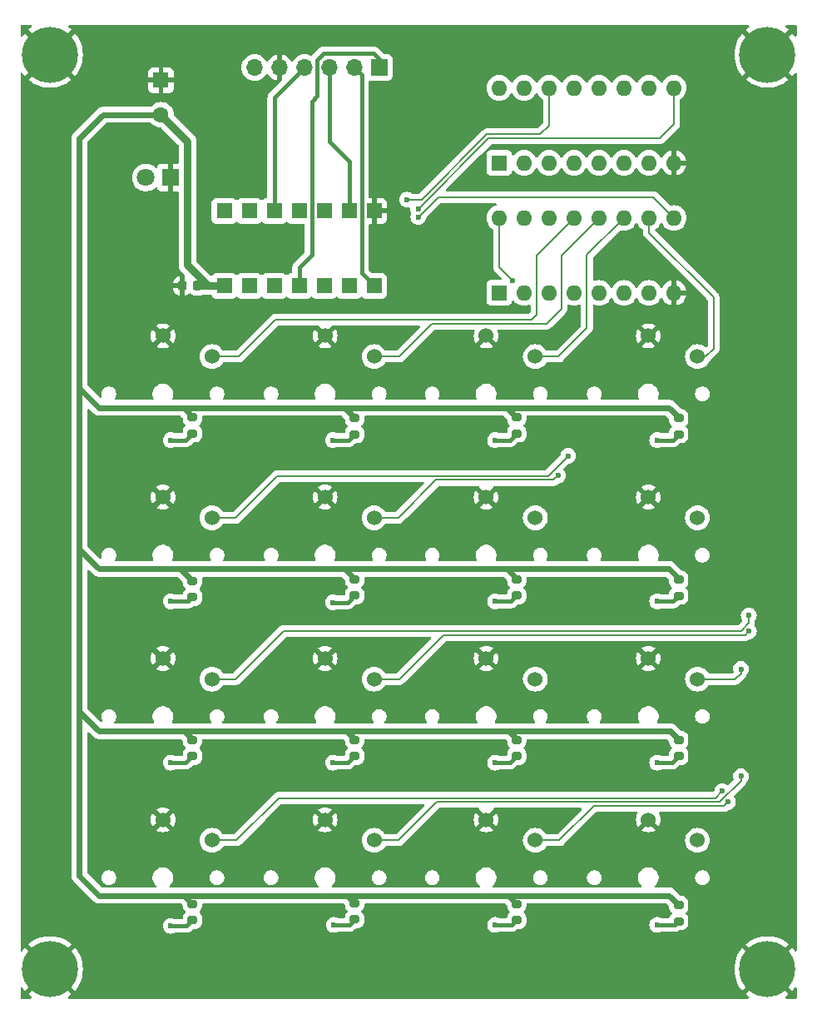
<source format=gbl>
%TF.GenerationSoftware,KiCad,Pcbnew,8.0.8*%
%TF.CreationDate,2025-02-24T16:27:27+09:00*%
%TF.ProjectId,keyboard,6b657962-6f61-4726-942e-6b696361645f,rev?*%
%TF.SameCoordinates,Original*%
%TF.FileFunction,Copper,L2,Bot*%
%TF.FilePolarity,Positive*%
%FSLAX46Y46*%
G04 Gerber Fmt 4.6, Leading zero omitted, Abs format (unit mm)*
G04 Created by KiCad (PCBNEW 8.0.8) date 2025-02-24 16:27:27*
%MOMM*%
%LPD*%
G01*
G04 APERTURE LIST*
G04 Aperture macros list*
%AMRoundRect*
0 Rectangle with rounded corners*
0 $1 Rounding radius*
0 $2 $3 $4 $5 $6 $7 $8 $9 X,Y pos of 4 corners*
0 Add a 4 corners polygon primitive as box body*
4,1,4,$2,$3,$4,$5,$6,$7,$8,$9,$2,$3,0*
0 Add four circle primitives for the rounded corners*
1,1,$1+$1,$2,$3*
1,1,$1+$1,$4,$5*
1,1,$1+$1,$6,$7*
1,1,$1+$1,$8,$9*
0 Add four rect primitives between the rounded corners*
20,1,$1+$1,$2,$3,$4,$5,0*
20,1,$1+$1,$4,$5,$6,$7,0*
20,1,$1+$1,$6,$7,$8,$9,0*
20,1,$1+$1,$8,$9,$2,$3,0*%
G04 Aperture macros list end*
%TA.AperFunction,ComponentPad*%
%ADD10C,5.700000*%
%TD*%
%TA.AperFunction,ComponentPad*%
%ADD11C,1.524000*%
%TD*%
%TA.AperFunction,ComponentPad*%
%ADD12R,1.600000X1.600000*%
%TD*%
%TA.AperFunction,ComponentPad*%
%ADD13C,1.600000*%
%TD*%
%TA.AperFunction,ComponentPad*%
%ADD14R,1.700000X1.700000*%
%TD*%
%TA.AperFunction,ComponentPad*%
%ADD15O,1.700000X1.700000*%
%TD*%
%TA.AperFunction,ComponentPad*%
%ADD16O,1.600000X1.600000*%
%TD*%
%TA.AperFunction,ComponentPad*%
%ADD17R,1.800000X1.800000*%
%TD*%
%TA.AperFunction,ComponentPad*%
%ADD18C,1.800000*%
%TD*%
%TA.AperFunction,SMDPad,CuDef*%
%ADD19R,1.600000X1.600000*%
%TD*%
%TA.AperFunction,SMDPad,CuDef*%
%ADD20RoundRect,0.200000X0.275000X-0.200000X0.275000X0.200000X-0.275000X0.200000X-0.275000X-0.200000X0*%
%TD*%
%TA.AperFunction,SMDPad,CuDef*%
%ADD21RoundRect,0.225000X0.225000X0.250000X-0.225000X0.250000X-0.225000X-0.250000X0.225000X-0.250000X0*%
%TD*%
%TA.AperFunction,ViaPad*%
%ADD22C,0.600000*%
%TD*%
%TA.AperFunction,Conductor*%
%ADD23C,0.400000*%
%TD*%
%TA.AperFunction,Conductor*%
%ADD24C,0.200000*%
%TD*%
%TA.AperFunction,Conductor*%
%ADD25C,0.600000*%
%TD*%
%TA.AperFunction,Conductor*%
%ADD26C,0.800000*%
%TD*%
G04 APERTURE END LIST*
D10*
%TO.P,REF\u002A\u002A,1*%
%TO.N,GND*%
X174000000Y-146500000D03*
%TD*%
%TO.P,,1*%
%TO.N,GND*%
X174000000Y-146500000D03*
%TD*%
%TO.P,REF\u002A\u002A,1*%
%TO.N,GND*%
X101000000Y-146500000D03*
%TD*%
%TO.P,,1*%
%TO.N,GND*%
X101000000Y-146500000D03*
%TD*%
%TO.P,REF\u002A\u002A,1*%
%TO.N,GND*%
X101000000Y-53500000D03*
%TD*%
%TO.P,,1*%
%TO.N,GND*%
X101000000Y-53500000D03*
%TD*%
%TO.P,REF\u002A\u002A,1*%
%TO.N,GND*%
X174000000Y-53500000D03*
%TD*%
D11*
%TO.P,SW15,1,1*%
%TO.N,GND*%
X161900000Y-114900000D03*
%TO.P,SW15,2,2*%
%TO.N,/sub*%
X166900000Y-117000000D03*
%TD*%
%TO.P,SW4,1,1*%
%TO.N,GND*%
X161900000Y-82100000D03*
%TO.P,SW4,2,2*%
%TO.N,/del*%
X166900000Y-84200000D03*
%TD*%
%TO.P,SW3,1,1*%
%TO.N,GND*%
X145400000Y-82100000D03*
%TO.P,SW3,2,2*%
%TO.N,/9*%
X150400000Y-84200000D03*
%TD*%
%TO.P,SW10,1,1*%
%TO.N,GND*%
X112500000Y-131300000D03*
%TO.P,SW10,2,2*%
%TO.N,/mul*%
X117500000Y-133400000D03*
%TD*%
%TO.P,SW12,1,1*%
%TO.N,GND*%
X129000000Y-131300000D03*
%TO.P,SW12,2,2*%
%TO.N,/0*%
X134000000Y-133400000D03*
%TD*%
D12*
%TO.P,C4,1*%
%TO.N,GND*%
X112300000Y-56100000D03*
D13*
%TO.P,C4,2*%
%TO.N,+5V*%
X112300000Y-59600000D03*
%TD*%
D11*
%TO.P,SW9,1,1*%
%TO.N,GND*%
X112500000Y-114900000D03*
%TO.P,SW9,2,2*%
%TO.N,/1*%
X117500000Y-117000000D03*
%TD*%
%TO.P,SW16,1,1*%
%TO.N,GND*%
X161900000Y-131300000D03*
%TO.P,SW16,2,2*%
%TO.N,/add*%
X166900000Y-133400000D03*
%TD*%
%TO.P,SW14,1,1*%
%TO.N,GND*%
X145400000Y-131300000D03*
%TO.P,SW14,2,2*%
%TO.N,/div*%
X150400000Y-133400000D03*
%TD*%
%TO.P,SW7,1,1*%
%TO.N,GND*%
X145400000Y-98500000D03*
%TO.P,SW7,2,2*%
%TO.N,/6*%
X150400000Y-100600000D03*
%TD*%
%TO.P,SW8,1,1*%
%TO.N,GND*%
X161900000Y-98500000D03*
%TO.P,SW8,2,2*%
%TO.N,/ret*%
X166900000Y-100600000D03*
%TD*%
%TO.P,SW6,1,1*%
%TO.N,GND*%
X129000000Y-98500000D03*
%TO.P,SW6,2,2*%
%TO.N,/5*%
X134000000Y-100600000D03*
%TD*%
D14*
%TO.P,J1,1,Pin_1*%
%TO.N,Net-(J1-Pin_1)*%
X134540000Y-54800000D03*
D15*
%TO.P,J1,2,Pin_2*%
%TO.N,Net-(J1-Pin_2)*%
X132000000Y-54800000D03*
%TO.P,J1,3,Pin_3*%
%TO.N,Net-(J1-Pin_3)*%
X129460000Y-54800000D03*
%TO.P,J1,4,Pin_4*%
%TO.N,Net-(J1-Pin_4)*%
X126920000Y-54800000D03*
%TO.P,J1,5,Pin_5*%
%TO.N,GND*%
X124380000Y-54800000D03*
%TO.P,J1,6,Pin_6*%
%TO.N,+5V*%
X121840000Y-54800000D03*
%TD*%
D11*
%TO.P,SW1,1,1*%
%TO.N,GND*%
X112500000Y-82100000D03*
%TO.P,SW1,2,2*%
%TO.N,/7*%
X117500000Y-84200000D03*
%TD*%
%TO.P,SW2,1,1*%
%TO.N,GND*%
X129000000Y-82100000D03*
%TO.P,SW2,2,2*%
%TO.N,/8*%
X134000000Y-84200000D03*
%TD*%
%TO.P,SW11,2,2*%
%TO.N,/2*%
X134000000Y-117000000D03*
%TO.P,SW11,1,1*%
%TO.N,GND*%
X129000000Y-114900000D03*
%TD*%
%TO.P,SW13,1,1*%
%TO.N,GND*%
X145400000Y-114900000D03*
%TO.P,SW13,2,2*%
%TO.N,/3*%
X150400000Y-117000000D03*
%TD*%
D12*
%TO.P,U2,1,I4*%
%TO.N,/add*%
X146720000Y-64500000D03*
D16*
%TO.P,U2,2,I5*%
%TO.N,/div*%
X149260000Y-64500000D03*
%TO.P,U2,3,I6*%
%TO.N,/mul*%
X151800000Y-64500000D03*
%TO.P,U2,4,I7*%
%TO.N,/ret*%
X154340000Y-64500000D03*
%TO.P,U2,5,EI*%
%TO.N,Net-(U1-EO)*%
X156880000Y-64500000D03*
%TO.P,U2,6,S2*%
%TO.N,Net-(U2-S2)*%
X159420000Y-64500000D03*
%TO.P,U2,7,S1*%
%TO.N,Net-(U2-S1)*%
X161960000Y-64500000D03*
%TO.P,U2,8,GND*%
%TO.N,GND*%
X164500000Y-64500000D03*
%TO.P,U2,9,S0*%
%TO.N,Net-(U2-S0)*%
X164500000Y-56880000D03*
%TO.P,U2,10,IO*%
%TO.N,/2*%
X161960000Y-56880000D03*
%TO.P,U2,11,I1*%
%TO.N,/1*%
X159420000Y-56880000D03*
%TO.P,U2,12,I2*%
%TO.N,/0*%
X156880000Y-56880000D03*
%TO.P,U2,13,I3*%
%TO.N,/sub*%
X154340000Y-56880000D03*
%TO.P,U2,14,GS*%
%TO.N,Net-(U2-GS)*%
X151800000Y-56880000D03*
%TO.P,U2,15,EO*%
%TO.N,unconnected-(U2-EO-Pad15)*%
X149260000Y-56880000D03*
%TO.P,U2,16,VCC*%
%TO.N,+5V*%
X146720000Y-56880000D03*
%TD*%
D17*
%TO.P,D21,1,K*%
%TO.N,GND*%
X113300000Y-66000000D03*
D18*
%TO.P,D21,2,A*%
%TO.N,Net-(D21-A)*%
X110760000Y-66000000D03*
%TD*%
D11*
%TO.P,SW5,1,1*%
%TO.N,GND*%
X112500000Y-98500000D03*
%TO.P,SW5,2,2*%
%TO.N,/4*%
X117500000Y-100600000D03*
%TD*%
D12*
%TO.P,U1,1,I4*%
%TO.N,/6*%
X146720000Y-77720000D03*
D16*
%TO.P,U1,2,I5*%
%TO.N,/5*%
X149260000Y-77720000D03*
%TO.P,U1,3,I6*%
%TO.N,/4*%
X151800000Y-77720000D03*
%TO.P,U1,4,I7*%
%TO.N,/3*%
X154340000Y-77720000D03*
%TO.P,U1,5,EI*%
%TO.N,+5V*%
X156880000Y-77720000D03*
%TO.P,U1,6,S2*%
%TO.N,Net-(U1-S2)*%
X159420000Y-77720000D03*
%TO.P,U1,7,S1*%
%TO.N,Net-(U1-S1)*%
X161960000Y-77720000D03*
%TO.P,U1,8,GND*%
%TO.N,GND*%
X164500000Y-77720000D03*
%TO.P,U1,9,S0*%
%TO.N,Net-(U1-S0)*%
X164500000Y-70100000D03*
%TO.P,U1,10,IO*%
%TO.N,/del*%
X161960000Y-70100000D03*
%TO.P,U1,11,I1*%
%TO.N,/9*%
X159420000Y-70100000D03*
%TO.P,U1,12,I2*%
%TO.N,/8*%
X156880000Y-70100000D03*
%TO.P,U1,13,I3*%
%TO.N,/7*%
X154340000Y-70100000D03*
%TO.P,U1,14,GS*%
%TO.N,Net-(U1-GS)*%
X151800000Y-70100000D03*
%TO.P,U1,15,EO*%
%TO.N,Net-(U1-EO)*%
X149260000Y-70100000D03*
%TO.P,U1,16,VCC*%
%TO.N,+5V*%
X146720000Y-70100000D03*
%TD*%
D19*
%TO.P,U3,1*%
%TO.N,Net-(U1-GS)*%
X118760000Y-69380000D03*
%TO.P,U3,2*%
%TO.N,Net-(U2-GS)*%
X121300000Y-69380000D03*
%TO.P,U3,3*%
%TO.N,Net-(J1-Pin_4)*%
X123840000Y-69380000D03*
%TO.P,U3,4*%
%TO.N,Net-(U1-S0)*%
X126380000Y-69380000D03*
%TO.P,U3,5*%
%TO.N,Net-(U2-S0)*%
X128920000Y-69380000D03*
%TO.P,U3,6*%
%TO.N,Net-(J1-Pin_3)*%
X131460000Y-69380000D03*
%TO.P,U3,7,GND*%
%TO.N,GND*%
X134000000Y-69380000D03*
%TO.P,U3,8*%
%TO.N,Net-(J1-Pin_2)*%
X134000000Y-77000000D03*
%TO.P,U3,9*%
%TO.N,Net-(U1-S1)*%
X131460000Y-77000000D03*
%TO.P,U3,10*%
%TO.N,Net-(U2-S1)*%
X128920000Y-77000000D03*
%TO.P,U3,11*%
%TO.N,Net-(J1-Pin_1)*%
X126380000Y-77000000D03*
%TO.P,U3,12*%
%TO.N,Net-(U1-S2)*%
X123840000Y-77000000D03*
%TO.P,U3,13*%
%TO.N,Net-(U2-S2)*%
X121300000Y-77000000D03*
%TO.P,U3,14,VCC*%
%TO.N,+5V*%
X118760000Y-77000000D03*
%TD*%
D20*
%TO.P,R7,1*%
%TO.N,Net-(D7-A)*%
X132000000Y-124825000D03*
%TO.P,R7,2*%
%TO.N,+5V*%
X132000000Y-123175000D03*
%TD*%
D21*
%TO.P,C3,1*%
%TO.N,+5V*%
X116010000Y-77000000D03*
%TO.P,C3,2*%
%TO.N,GND*%
X114460000Y-77000000D03*
%TD*%
D20*
%TO.P,R1,1*%
%TO.N,Net-(D4-A)*%
X165000000Y-141625000D03*
%TO.P,R1,2*%
%TO.N,+5V*%
X165000000Y-139975000D03*
%TD*%
%TO.P,R10,1*%
%TO.N,Net-(D10-A)*%
X165000000Y-108525000D03*
%TO.P,R10,2*%
%TO.N,+5V*%
X165000000Y-106875000D03*
%TD*%
%TO.P,R14,1*%
%TO.N,Net-(D14-A)*%
X132000000Y-108500000D03*
%TO.P,R14,2*%
%TO.N,+5V*%
X132000000Y-106850000D03*
%TD*%
%TO.P,R9,1*%
%TO.N,Net-(D9-A)*%
X165000000Y-92100000D03*
%TO.P,R9,2*%
%TO.N,+5V*%
X165000000Y-90450000D03*
%TD*%
%TO.P,R4,1*%
%TO.N,Net-(D1-A)*%
X115500000Y-141500000D03*
%TO.P,R4,2*%
%TO.N,+5V*%
X115500000Y-139850000D03*
%TD*%
%TO.P,R11,1*%
%TO.N,Net-(D11-A)*%
X148500000Y-92025000D03*
%TO.P,R11,2*%
%TO.N,+5V*%
X148500000Y-90375000D03*
%TD*%
%TO.P,R13,1*%
%TO.N,Net-(D13-A)*%
X132000000Y-92100000D03*
%TO.P,R13,2*%
%TO.N,+5V*%
X132000000Y-90450000D03*
%TD*%
%TO.P,R3,1*%
%TO.N,Net-(D2-A)*%
X132000000Y-141450000D03*
%TO.P,R3,2*%
%TO.N,+5V*%
X132000000Y-139800000D03*
%TD*%
%TO.P,R16,1*%
%TO.N,Net-(D16-A)*%
X115500000Y-108650000D03*
%TO.P,R16,2*%
%TO.N,+5V*%
X115500000Y-107000000D03*
%TD*%
%TO.P,R6,1*%
%TO.N,Net-(D6-A)*%
X148500000Y-124825000D03*
%TO.P,R6,2*%
%TO.N,+5V*%
X148500000Y-123175000D03*
%TD*%
%TO.P,R2,1*%
%TO.N,Net-(D3-A)*%
X148500000Y-141500000D03*
%TO.P,R2,2*%
%TO.N,+5V*%
X148500000Y-139850000D03*
%TD*%
%TO.P,R8,1*%
%TO.N,Net-(D8-A)*%
X115500000Y-124825000D03*
%TO.P,R8,2*%
%TO.N,+5V*%
X115500000Y-123175000D03*
%TD*%
%TO.P,R15,1*%
%TO.N,Net-(D15-A)*%
X115500000Y-92025000D03*
%TO.P,R15,2*%
%TO.N,+5V*%
X115500000Y-90375000D03*
%TD*%
%TO.P,R12,1*%
%TO.N,Net-(D12-A)*%
X148500000Y-108500000D03*
%TO.P,R12,2*%
%TO.N,+5V*%
X148500000Y-106850000D03*
%TD*%
%TO.P,R5,1*%
%TO.N,Net-(D5-A)*%
X165000000Y-124825000D03*
%TO.P,R5,2*%
%TO.N,+5V*%
X165000000Y-123175000D03*
%TD*%
D22*
%TO.N,GND*%
X148500000Y-66500000D03*
X144000000Y-59500000D03*
X144000000Y-66500000D03*
%TO.N,Net-(D1-A)*%
X113300000Y-142100000D03*
%TO.N,Net-(D2-A)*%
X129900000Y-142000000D03*
%TO.N,Net-(D3-A)*%
X146300000Y-142000000D03*
%TO.N,Net-(D4-A)*%
X162800000Y-142000000D03*
%TO.N,/0*%
X171320000Y-126890000D03*
%TO.N,Net-(D5-A)*%
X162800000Y-125500000D03*
%TO.N,Net-(D6-A)*%
X146300000Y-125500000D03*
%TO.N,Net-(D7-A)*%
X129800000Y-125500000D03*
%TO.N,/2*%
X172120000Y-112150000D03*
%TO.N,/1*%
X172120000Y-110520000D03*
%TO.N,Net-(D8-A)*%
X113300000Y-125500000D03*
%TO.N,Net-(D9-A)*%
X162800000Y-92700000D03*
%TO.N,Net-(D10-A)*%
X162800000Y-109100000D03*
%TO.N,Net-(D11-A)*%
X146300000Y-92700000D03*
%TO.N,Net-(D12-A)*%
X146300000Y-109100000D03*
%TO.N,Net-(D13-A)*%
X129800000Y-92700000D03*
%TO.N,/5*%
X152700000Y-96300000D03*
%TO.N,Net-(D14-A)*%
X129800000Y-109200000D03*
%TO.N,Net-(D15-A)*%
X113300000Y-92700000D03*
%TO.N,/4*%
X153740000Y-94300000D03*
%TO.N,Net-(D16-A)*%
X113300000Y-109100000D03*
%TO.N,Net-(U1-S2)*%
X123850000Y-77000000D03*
%TO.N,Net-(U1-GS)*%
X118760000Y-69380000D03*
%TO.N,Net-(U1-S0)*%
X138500000Y-70000000D03*
X126380000Y-69380000D03*
%TO.N,Net-(U1-S1)*%
X131450000Y-77000000D03*
%TO.N,Net-(U2-S2)*%
X121300000Y-76950000D03*
%TO.N,Net-(U2-S0)*%
X138475735Y-69175735D03*
X128950000Y-69400000D03*
%TO.N,Net-(U2-GS)*%
X121300000Y-69380000D03*
X137350000Y-68250000D03*
%TO.N,Net-(U2-S1)*%
X128900000Y-76950000D03*
%TO.N,+5V*%
X148100000Y-76500000D03*
%TO.N,/mul*%
X169410000Y-128390000D03*
%TO.N,/div*%
X170000000Y-129500000D03*
%TO.N,/sub*%
X171320000Y-115980000D03*
%TD*%
D23*
%TO.N,Net-(D1-A)*%
X113300000Y-142100000D02*
X114900000Y-142100000D01*
X114900000Y-142100000D02*
X115500000Y-141500000D01*
%TO.N,Net-(D2-A)*%
X129900000Y-142000000D02*
X131450000Y-142000000D01*
X131450000Y-142000000D02*
X132000000Y-141450000D01*
%TO.N,Net-(D3-A)*%
X146300000Y-142000000D02*
X148000000Y-142000000D01*
X148000000Y-142000000D02*
X148500000Y-141500000D01*
%TO.N,Net-(D4-A)*%
X164625000Y-142000000D02*
X165000000Y-141625000D01*
X162800000Y-142000000D02*
X164625000Y-142000000D01*
D24*
%TO.N,/0*%
X136450000Y-133400000D02*
X134000000Y-133400000D01*
X171320000Y-126890000D02*
X171320000Y-127328529D01*
X171320000Y-127328529D02*
X169148529Y-129500000D01*
X169148529Y-129500000D02*
X140350000Y-129500000D01*
X140350000Y-129500000D02*
X136450000Y-133400000D01*
D23*
%TO.N,Net-(D5-A)*%
X162800000Y-125500000D02*
X164325000Y-125500000D01*
X164325000Y-125500000D02*
X165000000Y-124825000D01*
%TO.N,Net-(D6-A)*%
X146300000Y-125500000D02*
X147825000Y-125500000D01*
X147825000Y-125500000D02*
X148500000Y-124825000D01*
%TO.N,Net-(D7-A)*%
X131325000Y-125500000D02*
X132000000Y-124825000D01*
X129800000Y-125500000D02*
X131325000Y-125500000D01*
D24*
%TO.N,/2*%
X136550000Y-117000000D02*
X134000000Y-117000000D01*
X141050000Y-112500000D02*
X136550000Y-117000000D01*
X171770000Y-112500000D02*
X141050000Y-112500000D01*
X172120000Y-112150000D02*
X171770000Y-112500000D01*
%TO.N,/1*%
X172120000Y-110520000D02*
X172120000Y-111300000D01*
X172120000Y-111300000D02*
X171320000Y-112100000D01*
X124800000Y-112100000D02*
X119900000Y-117000000D01*
X119900000Y-117000000D02*
X117500000Y-117000000D01*
D23*
%TO.N,Net-(D8-A)*%
X114825000Y-125500000D02*
X115500000Y-124825000D01*
X113300000Y-125500000D02*
X114825000Y-125500000D01*
%TO.N,Net-(D9-A)*%
X164400000Y-92700000D02*
X165000000Y-92100000D01*
X162800000Y-92700000D02*
X164400000Y-92700000D01*
D24*
%TO.N,/7*%
X120200000Y-84200000D02*
X117500000Y-84200000D01*
X150000000Y-80450000D02*
X123950000Y-80450000D01*
X154340000Y-70100000D02*
X150500000Y-73940000D01*
X150500000Y-73940000D02*
X150500000Y-79950000D01*
X150500000Y-79950000D02*
X150000000Y-80450000D01*
X123950000Y-80450000D02*
X120200000Y-84200000D01*
D23*
%TO.N,Net-(D10-A)*%
X164425000Y-109100000D02*
X165000000Y-108525000D01*
X162800000Y-109100000D02*
X164425000Y-109100000D01*
%TO.N,Net-(D11-A)*%
X146300000Y-92700000D02*
X147825000Y-92700000D01*
X147825000Y-92700000D02*
X148500000Y-92025000D01*
%TO.N,Net-(D12-A)*%
X147900000Y-109100000D02*
X148500000Y-108500000D01*
X146300000Y-109100000D02*
X147900000Y-109100000D01*
%TO.N,Net-(D13-A)*%
X131400000Y-92700000D02*
X132000000Y-92100000D01*
X129800000Y-92700000D02*
X131400000Y-92700000D01*
D24*
%TO.N,/5*%
X136450000Y-100600000D02*
X134000000Y-100600000D01*
X152700000Y-96300000D02*
X152250000Y-96750000D01*
X152250000Y-96750000D02*
X140300000Y-96750000D01*
X140300000Y-96750000D02*
X136450000Y-100600000D01*
D23*
%TO.N,Net-(D14-A)*%
X129800000Y-109200000D02*
X131300000Y-109200000D01*
X131300000Y-109200000D02*
X132000000Y-108500000D01*
%TO.N,Net-(D15-A)*%
X113300000Y-92700000D02*
X114825000Y-92700000D01*
X114825000Y-92700000D02*
X115500000Y-92025000D01*
D24*
%TO.N,/4*%
X151690000Y-96350000D02*
X124150000Y-96350000D01*
X153740000Y-94300000D02*
X151690000Y-96350000D01*
X119900000Y-100600000D02*
X117500000Y-100600000D01*
X124150000Y-96350000D02*
X119900000Y-100600000D01*
D23*
%TO.N,Net-(D16-A)*%
X113300000Y-109100000D02*
X115050000Y-109100000D01*
X115050000Y-109100000D02*
X115500000Y-108650000D01*
%TO.N,Net-(J1-Pin_4)*%
X126920000Y-54800000D02*
X123840000Y-57880000D01*
X123840000Y-57880000D02*
X123840000Y-69380000D01*
%TO.N,Net-(J1-Pin_2)*%
X132750000Y-75750000D02*
X134000000Y-77000000D01*
X132750000Y-55550000D02*
X132750000Y-75750000D01*
X132000000Y-54800000D02*
X132750000Y-55550000D01*
%TO.N,Net-(J1-Pin_3)*%
X129460000Y-62360000D02*
X131460000Y-64360000D01*
X129460000Y-54800000D02*
X129460000Y-62360000D01*
X131460000Y-64360000D02*
X131460000Y-69380000D01*
%TO.N,Net-(J1-Pin_1)*%
X133950000Y-53350000D02*
X128850000Y-53350000D01*
X126380000Y-75120000D02*
X126380000Y-77000000D01*
X128200000Y-57700000D02*
X127650000Y-58250000D01*
X128200000Y-54000000D02*
X128200000Y-57700000D01*
X127650000Y-58250000D02*
X127650000Y-73850000D01*
X134540000Y-54800000D02*
X134540000Y-53940000D01*
X128850000Y-53350000D02*
X128200000Y-54000000D01*
X134540000Y-53940000D02*
X133950000Y-53350000D01*
X127650000Y-73850000D02*
X126380000Y-75120000D01*
D24*
%TO.N,Net-(U1-S2)*%
X123840000Y-77000000D02*
X123850000Y-77000000D01*
%TO.N,Net-(U1-S0)*%
X140500000Y-68000000D02*
X138500000Y-70000000D01*
X164500000Y-70100000D02*
X162400000Y-68000000D01*
X162400000Y-68000000D02*
X159400000Y-68000000D01*
X159400000Y-68000000D02*
X140500000Y-68000000D01*
%TO.N,Net-(U1-S1)*%
X131460000Y-77000000D02*
X131450000Y-77000000D01*
%TO.N,Net-(U2-S2)*%
X121300000Y-77000000D02*
X121300000Y-76950000D01*
%TO.N,Net-(U2-S0)*%
X128920000Y-69380000D02*
X128930000Y-69380000D01*
X163050000Y-62000000D02*
X164500000Y-60550000D01*
X128930000Y-69380000D02*
X128950000Y-69400000D01*
X164500000Y-60550000D02*
X164500000Y-56880000D01*
X138475735Y-69174265D02*
X145650000Y-62000000D01*
X138475735Y-69175735D02*
X138475735Y-69174265D01*
X145650000Y-62000000D02*
X163050000Y-62000000D01*
%TO.N,Net-(U2-GS)*%
X145484314Y-61600000D02*
X150900000Y-61600000D01*
X151800000Y-60700000D02*
X151800000Y-56880000D01*
X137350000Y-68250000D02*
X138834314Y-68250000D01*
X138834314Y-68250000D02*
X145484314Y-61600000D01*
X150900000Y-61600000D02*
X151800000Y-60700000D01*
%TO.N,Net-(U2-S1)*%
X128920000Y-77000000D02*
X128920000Y-76970000D01*
X128920000Y-76970000D02*
X128900000Y-76950000D01*
D25*
%TO.N,+5V*%
X131200000Y-139000000D02*
X132000000Y-139800000D01*
X114300000Y-105800000D02*
X113900000Y-105800000D01*
X165000000Y-106875000D02*
X165000000Y-106800000D01*
X148500000Y-106850000D02*
X148500000Y-106800000D01*
X148500000Y-123100000D02*
X147700000Y-122300000D01*
X104000000Y-87400000D02*
X104000000Y-87100000D01*
X106000000Y-89400000D02*
X104000000Y-87400000D01*
D26*
X117100000Y-77000000D02*
X115000000Y-74900000D01*
D25*
X114600000Y-89400000D02*
X106000000Y-89400000D01*
X104000000Y-120200000D02*
X104000000Y-120500000D01*
X114650000Y-139000000D02*
X131200000Y-139000000D01*
X115500000Y-123175000D02*
X115500000Y-123100000D01*
X165000000Y-106800000D02*
X164000000Y-105800000D01*
X147700000Y-122300000D02*
X164125000Y-122300000D01*
X147650000Y-139000000D02*
X164025000Y-139000000D01*
D26*
X116010000Y-77000000D02*
X118760000Y-77000000D01*
D25*
X164125000Y-122300000D02*
X165000000Y-123175000D01*
X106400000Y-59600000D02*
X104000000Y-62000000D01*
X132000000Y-106800000D02*
X131000000Y-105800000D01*
X148500000Y-123175000D02*
X148500000Y-123100000D01*
X104000000Y-87100000D02*
X104000000Y-103700000D01*
X148500000Y-90375000D02*
X148475000Y-90375000D01*
X104000000Y-120300000D02*
X106000000Y-122300000D01*
X114650000Y-139000000D02*
X115500000Y-139850000D01*
X115500000Y-90300000D02*
X114600000Y-89400000D01*
D26*
X115000000Y-74900000D02*
X115000000Y-62300000D01*
D25*
X113900000Y-105800000D02*
X106000000Y-105800000D01*
X114700000Y-122300000D02*
X131200000Y-122300000D01*
D24*
X148100000Y-76500000D02*
X146720000Y-75120000D01*
D25*
X104000000Y-137000000D02*
X106000000Y-139000000D01*
X131200000Y-139000000D02*
X147650000Y-139000000D01*
X115500000Y-123100000D02*
X114700000Y-122300000D01*
X106000000Y-105800000D02*
X104000000Y-103800000D01*
X147650000Y-139000000D02*
X148500000Y-139850000D01*
X115500000Y-90375000D02*
X115500000Y-90300000D01*
X148475000Y-90375000D02*
X147500000Y-89400000D01*
D26*
X118760000Y-77000000D02*
X117100000Y-77000000D01*
D25*
X106000000Y-139000000D02*
X114650000Y-139000000D01*
X131200000Y-122300000D02*
X147700000Y-122300000D01*
X165000000Y-90400000D02*
X164000000Y-89400000D01*
X115500000Y-107000000D02*
X114300000Y-105800000D01*
X132000000Y-123175000D02*
X132000000Y-123100000D01*
X104000000Y-103800000D02*
X104000000Y-103700000D01*
D24*
X146720000Y-75120000D02*
X146720000Y-70100000D01*
D25*
X104000000Y-62000000D02*
X104000000Y-87100000D01*
X104000000Y-103700000D02*
X104000000Y-120200000D01*
X104000000Y-120200000D02*
X104000000Y-120300000D01*
X112300000Y-59600000D02*
X106400000Y-59600000D01*
X106000000Y-122300000D02*
X114700000Y-122300000D01*
X131000000Y-105800000D02*
X113900000Y-105800000D01*
X132000000Y-90450000D02*
X132000000Y-90400000D01*
X132000000Y-106850000D02*
X132000000Y-106800000D01*
X132000000Y-123100000D02*
X131200000Y-122300000D01*
X147500000Y-89400000D02*
X131000000Y-89400000D01*
X164000000Y-89400000D02*
X147500000Y-89400000D01*
X132000000Y-90400000D02*
X131000000Y-89400000D01*
X164000000Y-105800000D02*
X147500000Y-105800000D01*
X147500000Y-105800000D02*
X131000000Y-105800000D01*
X165000000Y-90450000D02*
X165000000Y-90400000D01*
X148500000Y-106800000D02*
X147500000Y-105800000D01*
D26*
X115000000Y-62300000D02*
X112300000Y-59600000D01*
D25*
X164025000Y-139000000D02*
X165000000Y-139975000D01*
X131000000Y-89400000D02*
X114600000Y-89400000D01*
X104000000Y-120500000D02*
X104000000Y-137000000D01*
D24*
%TO.N,/mul*%
X124250000Y-129100000D02*
X119950000Y-133400000D01*
X119950000Y-133400000D02*
X117500000Y-133400000D01*
X168700000Y-129100000D02*
X124250000Y-129100000D01*
X169410000Y-128390000D02*
X168700000Y-129100000D01*
%TO.N,/div*%
X152850000Y-133400000D02*
X150400000Y-133400000D01*
X156350000Y-129900000D02*
X152850000Y-133400000D01*
X169600000Y-129900000D02*
X156350000Y-129900000D01*
X170000000Y-129500000D02*
X169600000Y-129900000D01*
%TO.N,/sub*%
X171320000Y-115980000D02*
X171320000Y-116400000D01*
X171320000Y-116400000D02*
X170720000Y-117000000D01*
X170720000Y-117000000D02*
X166900000Y-117000000D01*
%TO.N,/del*%
X168550000Y-78200000D02*
X161960000Y-71610000D01*
X166900000Y-84200000D02*
X167750000Y-84200000D01*
X168550000Y-83400000D02*
X168550000Y-78200000D01*
X167750000Y-84200000D02*
X168550000Y-83400000D01*
X161960000Y-71610000D02*
X161960000Y-70100000D01*
%TO.N,/9*%
X155650000Y-73870000D02*
X155650000Y-81300000D01*
X155650000Y-81300000D02*
X152750000Y-84200000D01*
X159420000Y-70100000D02*
X155650000Y-73870000D01*
X152750000Y-84200000D02*
X150400000Y-84200000D01*
%TO.N,/8*%
X153050000Y-79350000D02*
X151550000Y-80850000D01*
X151550000Y-80850000D02*
X139900000Y-80850000D01*
X156880000Y-70100000D02*
X153050000Y-73930000D01*
X139900000Y-80850000D02*
X136550000Y-84200000D01*
X153050000Y-73930000D02*
X153050000Y-79350000D01*
X136550000Y-84200000D02*
X134000000Y-84200000D01*
%TO.N,/1*%
X171320000Y-112100000D02*
X124800000Y-112100000D01*
%TD*%
%TA.AperFunction,Conductor*%
%TO.N,GND*%
G36*
X99779588Y-147542330D02*
G01*
X99957670Y-147720412D01*
X100059300Y-147794251D01*
X98811888Y-149041662D01*
X98811888Y-149041664D01*
X98828067Y-149056988D01*
X99117203Y-149276784D01*
X99158660Y-149333026D01*
X99163129Y-149402752D01*
X99129192Y-149463826D01*
X99067624Y-149496858D01*
X99042161Y-149499500D01*
X98124500Y-149499500D01*
X98057461Y-149479815D01*
X98011706Y-149427011D01*
X98000500Y-149375500D01*
X98000500Y-148449403D01*
X98020185Y-148382364D01*
X98072989Y-148336609D01*
X98142147Y-148326665D01*
X98205703Y-148355690D01*
X98227133Y-148379816D01*
X98329170Y-148530309D01*
X98329177Y-148530319D01*
X98460969Y-148685475D01*
X98460970Y-148685475D01*
X99705747Y-147440697D01*
X99779588Y-147542330D01*
G37*
%TD.AperFunction*%
%TA.AperFunction,Conductor*%
G36*
X172109200Y-50520185D02*
G01*
X172154955Y-50572989D01*
X172164899Y-50642147D01*
X172135874Y-50705703D01*
X172117202Y-50723216D01*
X171828075Y-50943002D01*
X171811888Y-50958335D01*
X171811887Y-50958335D01*
X173059301Y-52205748D01*
X172957670Y-52279588D01*
X172779588Y-52457670D01*
X172705748Y-52559301D01*
X171460970Y-51314522D01*
X171460969Y-51314523D01*
X171329177Y-51469680D01*
X171329170Y-51469690D01*
X171125318Y-51770348D01*
X171125316Y-51770352D01*
X170955161Y-52091297D01*
X170955152Y-52091315D01*
X170820697Y-52428772D01*
X170820695Y-52428779D01*
X170723519Y-52778777D01*
X170723517Y-52778785D01*
X170664746Y-53137271D01*
X170645080Y-53499997D01*
X170645080Y-53500002D01*
X170664746Y-53862728D01*
X170723517Y-54221214D01*
X170723519Y-54221222D01*
X170820695Y-54571220D01*
X170820697Y-54571227D01*
X170955152Y-54908684D01*
X170955161Y-54908702D01*
X171125316Y-55229647D01*
X171125318Y-55229651D01*
X171329170Y-55530309D01*
X171329177Y-55530319D01*
X171460969Y-55685475D01*
X171460970Y-55685475D01*
X172705747Y-54440697D01*
X172779588Y-54542330D01*
X172957670Y-54720412D01*
X173059300Y-54794251D01*
X171811888Y-56041662D01*
X171811888Y-56041664D01*
X171828070Y-56056992D01*
X171828071Y-56056993D01*
X172117266Y-56276832D01*
X172117282Y-56276843D01*
X172428522Y-56464109D01*
X172428535Y-56464116D01*
X172758205Y-56616639D01*
X172758210Y-56616640D01*
X173102461Y-56732632D01*
X173457235Y-56810724D01*
X173818366Y-56849999D01*
X173818374Y-56850000D01*
X174181626Y-56850000D01*
X174181633Y-56849999D01*
X174542764Y-56810724D01*
X174897538Y-56732632D01*
X175241789Y-56616640D01*
X175241794Y-56616639D01*
X175571464Y-56464116D01*
X175571477Y-56464109D01*
X175882717Y-56276843D01*
X175882733Y-56276832D01*
X176171929Y-56056992D01*
X176188110Y-56041664D01*
X176188110Y-56041663D01*
X174940698Y-54794251D01*
X175042330Y-54720412D01*
X175220412Y-54542330D01*
X175294251Y-54440698D01*
X176539028Y-55685475D01*
X176539029Y-55685475D01*
X176670827Y-55530311D01*
X176670829Y-55530309D01*
X176772866Y-55379816D01*
X176826781Y-55335375D01*
X176896163Y-55327137D01*
X176958985Y-55357717D01*
X176995301Y-55417407D01*
X176999500Y-55449403D01*
X176999500Y-144550596D01*
X176979815Y-144617635D01*
X176927011Y-144663390D01*
X176857853Y-144673334D01*
X176794297Y-144644309D01*
X176772867Y-144620183D01*
X176670830Y-144469690D01*
X176670822Y-144469680D01*
X176539029Y-144314523D01*
X176539028Y-144314523D01*
X175294251Y-145559300D01*
X175220412Y-145457670D01*
X175042330Y-145279588D01*
X174940697Y-145205747D01*
X176188110Y-143958336D01*
X176188110Y-143958334D01*
X176171929Y-143943007D01*
X176171928Y-143943006D01*
X175882733Y-143723167D01*
X175882717Y-143723156D01*
X175571477Y-143535890D01*
X175571464Y-143535883D01*
X175241794Y-143383360D01*
X175241789Y-143383359D01*
X174897538Y-143267367D01*
X174542764Y-143189275D01*
X174181633Y-143150000D01*
X173818366Y-143150000D01*
X173457235Y-143189275D01*
X173102461Y-143267367D01*
X172758210Y-143383359D01*
X172758205Y-143383360D01*
X172428535Y-143535883D01*
X172428522Y-143535890D01*
X172117282Y-143723156D01*
X172117266Y-143723167D01*
X171828075Y-143943002D01*
X171811888Y-143958335D01*
X171811887Y-143958335D01*
X173059301Y-145205748D01*
X172957670Y-145279588D01*
X172779588Y-145457670D01*
X172705748Y-145559301D01*
X171460970Y-144314522D01*
X171460969Y-144314523D01*
X171329177Y-144469680D01*
X171329170Y-144469690D01*
X171125318Y-144770348D01*
X171125316Y-144770352D01*
X170955161Y-145091297D01*
X170955152Y-145091315D01*
X170820697Y-145428772D01*
X170820695Y-145428779D01*
X170723519Y-145778777D01*
X170723517Y-145778785D01*
X170664746Y-146137271D01*
X170645080Y-146499997D01*
X170645080Y-146500002D01*
X170664746Y-146862728D01*
X170723517Y-147221214D01*
X170723519Y-147221222D01*
X170820695Y-147571220D01*
X170820697Y-147571227D01*
X170955152Y-147908684D01*
X170955161Y-147908702D01*
X171125316Y-148229647D01*
X171125318Y-148229651D01*
X171329170Y-148530309D01*
X171329177Y-148530319D01*
X171460969Y-148685475D01*
X171460970Y-148685475D01*
X172705747Y-147440697D01*
X172779588Y-147542330D01*
X172957670Y-147720412D01*
X173059300Y-147794251D01*
X171811888Y-149041662D01*
X171811888Y-149041664D01*
X171828067Y-149056988D01*
X172117203Y-149276784D01*
X172158660Y-149333026D01*
X172163129Y-149402752D01*
X172129192Y-149463826D01*
X172067624Y-149496858D01*
X172042161Y-149499500D01*
X102957839Y-149499500D01*
X102890800Y-149479815D01*
X102845045Y-149427011D01*
X102835101Y-149357853D01*
X102864126Y-149294297D01*
X102882797Y-149276784D01*
X103171933Y-149056988D01*
X103188110Y-149041664D01*
X103188110Y-149041663D01*
X101940698Y-147794251D01*
X102042330Y-147720412D01*
X102220412Y-147542330D01*
X102294251Y-147440698D01*
X103539028Y-148685475D01*
X103539029Y-148685475D01*
X103670827Y-148530311D01*
X103670838Y-148530297D01*
X103874681Y-148229651D01*
X103874683Y-148229647D01*
X104044838Y-147908702D01*
X104044847Y-147908684D01*
X104179302Y-147571227D01*
X104179304Y-147571220D01*
X104276480Y-147221222D01*
X104276482Y-147221214D01*
X104335253Y-146862728D01*
X104354920Y-146500002D01*
X104354920Y-146499997D01*
X104335253Y-146137271D01*
X104276482Y-145778785D01*
X104276480Y-145778777D01*
X104179304Y-145428779D01*
X104179302Y-145428772D01*
X104044847Y-145091315D01*
X104044838Y-145091297D01*
X103874683Y-144770352D01*
X103874681Y-144770348D01*
X103670829Y-144469690D01*
X103670822Y-144469680D01*
X103539029Y-144314523D01*
X103539028Y-144314523D01*
X102294251Y-145559300D01*
X102220412Y-145457670D01*
X102042330Y-145279588D01*
X101940697Y-145205747D01*
X103188110Y-143958336D01*
X103188110Y-143958334D01*
X103171929Y-143943007D01*
X103171928Y-143943006D01*
X102882733Y-143723167D01*
X102882717Y-143723156D01*
X102571477Y-143535890D01*
X102571464Y-143535883D01*
X102241794Y-143383360D01*
X102241789Y-143383359D01*
X101897538Y-143267367D01*
X101542764Y-143189275D01*
X101181633Y-143150000D01*
X100818366Y-143150000D01*
X100457235Y-143189275D01*
X100102461Y-143267367D01*
X99758210Y-143383359D01*
X99758205Y-143383360D01*
X99428535Y-143535883D01*
X99428522Y-143535890D01*
X99117282Y-143723156D01*
X99117266Y-143723167D01*
X98828075Y-143943002D01*
X98811888Y-143958335D01*
X98811887Y-143958335D01*
X100059301Y-145205748D01*
X99957670Y-145279588D01*
X99779588Y-145457670D01*
X99705748Y-145559301D01*
X98460970Y-144314522D01*
X98460969Y-144314523D01*
X98329177Y-144469680D01*
X98329169Y-144469690D01*
X98227133Y-144620183D01*
X98173219Y-144664624D01*
X98103836Y-144672862D01*
X98041015Y-144642281D01*
X98004699Y-144582591D01*
X98000500Y-144550596D01*
X98000500Y-61921153D01*
X103199500Y-61921153D01*
X103199500Y-137078846D01*
X103230261Y-137233489D01*
X103230264Y-137233501D01*
X103290602Y-137379172D01*
X103290609Y-137379185D01*
X103378210Y-137510288D01*
X103378213Y-137510292D01*
X105378211Y-139510289D01*
X105489711Y-139621789D01*
X105489712Y-139621790D01*
X105620814Y-139709390D01*
X105620827Y-139709397D01*
X105766498Y-139769735D01*
X105766503Y-139769737D01*
X105921153Y-139800499D01*
X105921156Y-139800500D01*
X105921158Y-139800500D01*
X114267060Y-139800500D01*
X114334099Y-139820185D01*
X114354741Y-139836819D01*
X114488181Y-139970259D01*
X114521666Y-140031582D01*
X114524500Y-140057940D01*
X114524500Y-140106613D01*
X114530913Y-140177192D01*
X114581522Y-140339606D01*
X114669530Y-140485188D01*
X114771661Y-140587319D01*
X114805146Y-140648642D01*
X114800162Y-140718334D01*
X114771661Y-140762681D01*
X114669531Y-140864810D01*
X114669530Y-140864811D01*
X114581522Y-141010393D01*
X114530913Y-141172807D01*
X114524500Y-141243386D01*
X114524500Y-141275500D01*
X114504815Y-141342539D01*
X114452011Y-141388294D01*
X114400500Y-141399500D01*
X113725494Y-141399500D01*
X113659523Y-141380494D01*
X113649525Y-141374212D01*
X113479254Y-141314631D01*
X113479249Y-141314630D01*
X113300004Y-141294435D01*
X113299996Y-141294435D01*
X113120750Y-141314630D01*
X113120745Y-141314631D01*
X112950476Y-141374211D01*
X112797737Y-141470184D01*
X112670184Y-141597737D01*
X112574211Y-141750476D01*
X112514631Y-141920745D01*
X112514630Y-141920750D01*
X112494435Y-142099996D01*
X112494435Y-142100003D01*
X112514630Y-142279249D01*
X112514631Y-142279254D01*
X112574211Y-142449523D01*
X112633647Y-142544114D01*
X112670184Y-142602262D01*
X112797738Y-142729816D01*
X112867385Y-142773578D01*
X112950474Y-142825787D01*
X112950478Y-142825789D01*
X113120745Y-142885368D01*
X113120750Y-142885369D01*
X113299996Y-142905565D01*
X113300000Y-142905565D01*
X113300004Y-142905565D01*
X113479249Y-142885369D01*
X113479252Y-142885368D01*
X113479255Y-142885368D01*
X113649522Y-142825789D01*
X113650488Y-142825181D01*
X113659523Y-142819506D01*
X113725494Y-142800500D01*
X114968996Y-142800500D01*
X115060040Y-142782389D01*
X115104328Y-142773580D01*
X115168069Y-142747177D01*
X115231807Y-142720777D01*
X115231808Y-142720776D01*
X115231811Y-142720775D01*
X115346543Y-142644114D01*
X115553838Y-142436819D01*
X115615161Y-142403334D01*
X115641519Y-142400500D01*
X115831613Y-142400500D01*
X115831616Y-142400500D01*
X115902196Y-142394086D01*
X116064606Y-142343478D01*
X116210185Y-142255472D01*
X116330472Y-142135185D01*
X116418478Y-141989606D01*
X116469086Y-141827196D01*
X116475500Y-141756616D01*
X116475500Y-141243384D01*
X116469086Y-141172804D01*
X116418478Y-141010394D01*
X116330472Y-140864815D01*
X116330470Y-140864813D01*
X116330469Y-140864811D01*
X116228339Y-140762681D01*
X116194854Y-140701358D01*
X116199838Y-140631666D01*
X116228339Y-140587319D01*
X116330468Y-140485189D01*
X116330469Y-140485188D01*
X116330472Y-140485185D01*
X116418478Y-140339606D01*
X116469086Y-140177196D01*
X116475500Y-140106616D01*
X116475500Y-139924500D01*
X116495185Y-139857461D01*
X116547989Y-139811706D01*
X116599500Y-139800500D01*
X130817060Y-139800500D01*
X130884099Y-139820185D01*
X130904741Y-139836819D01*
X130988181Y-139920259D01*
X131021666Y-139981582D01*
X131024500Y-140007940D01*
X131024500Y-140056616D01*
X131026423Y-140077778D01*
X131030913Y-140127192D01*
X131030913Y-140127194D01*
X131030914Y-140127196D01*
X131040071Y-140156582D01*
X131081522Y-140289606D01*
X131169530Y-140435188D01*
X131271661Y-140537319D01*
X131305146Y-140598642D01*
X131300162Y-140668334D01*
X131271661Y-140712681D01*
X131169531Y-140814810D01*
X131169530Y-140814811D01*
X131081522Y-140960393D01*
X131030913Y-141122806D01*
X131027531Y-141160029D01*
X131025105Y-141186723D01*
X130999435Y-141251705D01*
X130942707Y-141292493D01*
X130901615Y-141299500D01*
X130325494Y-141299500D01*
X130259523Y-141280494D01*
X130249525Y-141274212D01*
X130079254Y-141214631D01*
X130079249Y-141214630D01*
X129900004Y-141194435D01*
X129899996Y-141194435D01*
X129720750Y-141214630D01*
X129720745Y-141214631D01*
X129550476Y-141274211D01*
X129397737Y-141370184D01*
X129270184Y-141497737D01*
X129174211Y-141650476D01*
X129114631Y-141820745D01*
X129114630Y-141820750D01*
X129094435Y-141999996D01*
X129094435Y-142000003D01*
X129114630Y-142179249D01*
X129114631Y-142179254D01*
X129174211Y-142349523D01*
X129208023Y-142403334D01*
X129270184Y-142502262D01*
X129397738Y-142629816D01*
X129467385Y-142673578D01*
X129550474Y-142725787D01*
X129550478Y-142725789D01*
X129561984Y-142729815D01*
X129720745Y-142785368D01*
X129720750Y-142785369D01*
X129899996Y-142805565D01*
X129900000Y-142805565D01*
X129900004Y-142805565D01*
X130079249Y-142785369D01*
X130079252Y-142785368D01*
X130079255Y-142785368D01*
X130249522Y-142725789D01*
X130250488Y-142725181D01*
X130259523Y-142719506D01*
X130325494Y-142700500D01*
X131518996Y-142700500D01*
X131610040Y-142682389D01*
X131654328Y-142673580D01*
X131718069Y-142647177D01*
X131781807Y-142620777D01*
X131781808Y-142620776D01*
X131781811Y-142620775D01*
X131896543Y-142544114D01*
X132053839Y-142386817D01*
X132115161Y-142353334D01*
X132141519Y-142350500D01*
X132331613Y-142350500D01*
X132331616Y-142350500D01*
X132402196Y-142344086D01*
X132564606Y-142293478D01*
X132710185Y-142205472D01*
X132830472Y-142085185D01*
X132918478Y-141939606D01*
X132969086Y-141777196D01*
X132975500Y-141706616D01*
X132975500Y-141193384D01*
X132969086Y-141122804D01*
X132918478Y-140960394D01*
X132830472Y-140814815D01*
X132830470Y-140814813D01*
X132830469Y-140814811D01*
X132728339Y-140712681D01*
X132694854Y-140651358D01*
X132699838Y-140581666D01*
X132728339Y-140537319D01*
X132830468Y-140435189D01*
X132830469Y-140435188D01*
X132830472Y-140435185D01*
X132918478Y-140289606D01*
X132969086Y-140127196D01*
X132975500Y-140056616D01*
X132975500Y-139924500D01*
X132995185Y-139857461D01*
X133047989Y-139811706D01*
X133099500Y-139800500D01*
X147267060Y-139800500D01*
X147334099Y-139820185D01*
X147354741Y-139836819D01*
X147488181Y-139970259D01*
X147521666Y-140031582D01*
X147524500Y-140057940D01*
X147524500Y-140106613D01*
X147530913Y-140177192D01*
X147581522Y-140339606D01*
X147669530Y-140485188D01*
X147771661Y-140587319D01*
X147805146Y-140648642D01*
X147800162Y-140718334D01*
X147771661Y-140762681D01*
X147669531Y-140864810D01*
X147669530Y-140864811D01*
X147581522Y-141010393D01*
X147581522Y-141010394D01*
X147530914Y-141172804D01*
X147530914Y-141172806D01*
X147529649Y-141186725D01*
X147503977Y-141251707D01*
X147447248Y-141292494D01*
X147406158Y-141299500D01*
X146725494Y-141299500D01*
X146659523Y-141280494D01*
X146649525Y-141274212D01*
X146479254Y-141214631D01*
X146479249Y-141214630D01*
X146300004Y-141194435D01*
X146299996Y-141194435D01*
X146120750Y-141214630D01*
X146120745Y-141214631D01*
X145950476Y-141274211D01*
X145797737Y-141370184D01*
X145670184Y-141497737D01*
X145574211Y-141650476D01*
X145514631Y-141820745D01*
X145514630Y-141820750D01*
X145494435Y-141999996D01*
X145494435Y-142000003D01*
X145514630Y-142179249D01*
X145514631Y-142179254D01*
X145574211Y-142349523D01*
X145608023Y-142403334D01*
X145670184Y-142502262D01*
X145797738Y-142629816D01*
X145867385Y-142673578D01*
X145950474Y-142725787D01*
X145950478Y-142725789D01*
X145961984Y-142729815D01*
X146120745Y-142785368D01*
X146120750Y-142785369D01*
X146299996Y-142805565D01*
X146300000Y-142805565D01*
X146300004Y-142805565D01*
X146479249Y-142785369D01*
X146479252Y-142785368D01*
X146479255Y-142785368D01*
X146649522Y-142725789D01*
X146650488Y-142725181D01*
X146659523Y-142719506D01*
X146725494Y-142700500D01*
X148068996Y-142700500D01*
X148160040Y-142682389D01*
X148204328Y-142673580D01*
X148268069Y-142647177D01*
X148331807Y-142620777D01*
X148331808Y-142620776D01*
X148331811Y-142620775D01*
X148446543Y-142544114D01*
X148553839Y-142436817D01*
X148615160Y-142403334D01*
X148641519Y-142400500D01*
X148831613Y-142400500D01*
X148831616Y-142400500D01*
X148902196Y-142394086D01*
X149064606Y-142343478D01*
X149210185Y-142255472D01*
X149330472Y-142135185D01*
X149418478Y-141989606D01*
X149469086Y-141827196D01*
X149475500Y-141756616D01*
X149475500Y-141243384D01*
X149469086Y-141172804D01*
X149418478Y-141010394D01*
X149330472Y-140864815D01*
X149330470Y-140864813D01*
X149330469Y-140864811D01*
X149228339Y-140762681D01*
X149194854Y-140701358D01*
X149199838Y-140631666D01*
X149228339Y-140587319D01*
X149330468Y-140485189D01*
X149330469Y-140485188D01*
X149330472Y-140485185D01*
X149418478Y-140339606D01*
X149469086Y-140177196D01*
X149475500Y-140106616D01*
X149475500Y-139924500D01*
X149495185Y-139857461D01*
X149547989Y-139811706D01*
X149599500Y-139800500D01*
X163642060Y-139800500D01*
X163709099Y-139820185D01*
X163729741Y-139836819D01*
X163988181Y-140095259D01*
X164021666Y-140156582D01*
X164024500Y-140182940D01*
X164024500Y-140231613D01*
X164030913Y-140302192D01*
X164030913Y-140302194D01*
X164030914Y-140302196D01*
X164081522Y-140464606D01*
X164093962Y-140485185D01*
X164169530Y-140610188D01*
X164271661Y-140712319D01*
X164305146Y-140773642D01*
X164300162Y-140843334D01*
X164271661Y-140887681D01*
X164169531Y-140989810D01*
X164169530Y-140989811D01*
X164081522Y-141135393D01*
X164081522Y-141135394D01*
X164063125Y-141194435D01*
X164057530Y-141212390D01*
X164018792Y-141270538D01*
X163954767Y-141298512D01*
X163939144Y-141299500D01*
X163225494Y-141299500D01*
X163159523Y-141280494D01*
X163149525Y-141274212D01*
X162979254Y-141214631D01*
X162979249Y-141214630D01*
X162800004Y-141194435D01*
X162799996Y-141194435D01*
X162620750Y-141214630D01*
X162620745Y-141214631D01*
X162450476Y-141274211D01*
X162297737Y-141370184D01*
X162170184Y-141497737D01*
X162074211Y-141650476D01*
X162014631Y-141820745D01*
X162014630Y-141820750D01*
X161994435Y-141999996D01*
X161994435Y-142000003D01*
X162014630Y-142179249D01*
X162014631Y-142179254D01*
X162074211Y-142349523D01*
X162108023Y-142403334D01*
X162170184Y-142502262D01*
X162297738Y-142629816D01*
X162367385Y-142673578D01*
X162450474Y-142725787D01*
X162450478Y-142725789D01*
X162461984Y-142729815D01*
X162620745Y-142785368D01*
X162620750Y-142785369D01*
X162799996Y-142805565D01*
X162800000Y-142805565D01*
X162800004Y-142805565D01*
X162979249Y-142785369D01*
X162979252Y-142785368D01*
X162979255Y-142785368D01*
X163149522Y-142725789D01*
X163150488Y-142725181D01*
X163159523Y-142719506D01*
X163225494Y-142700500D01*
X164693996Y-142700500D01*
X164785040Y-142682389D01*
X164829328Y-142673580D01*
X164934984Y-142629816D01*
X164956809Y-142620776D01*
X164956813Y-142620774D01*
X165068126Y-142546398D01*
X165134803Y-142525520D01*
X165137016Y-142525500D01*
X165331613Y-142525500D01*
X165331616Y-142525500D01*
X165402196Y-142519086D01*
X165564606Y-142468478D01*
X165710185Y-142380472D01*
X165830472Y-142260185D01*
X165918478Y-142114606D01*
X165969086Y-141952196D01*
X165975500Y-141881616D01*
X165975500Y-141368384D01*
X165969086Y-141297804D01*
X165918478Y-141135394D01*
X165830472Y-140989815D01*
X165830470Y-140989813D01*
X165830469Y-140989811D01*
X165728339Y-140887681D01*
X165694854Y-140826358D01*
X165699838Y-140756666D01*
X165728339Y-140712319D01*
X165830468Y-140610189D01*
X165830469Y-140610188D01*
X165830472Y-140610185D01*
X165918478Y-140464606D01*
X165969086Y-140302196D01*
X165975500Y-140231616D01*
X165975500Y-139718384D01*
X165969086Y-139647804D01*
X165918478Y-139485394D01*
X165830472Y-139339815D01*
X165830470Y-139339813D01*
X165830469Y-139339811D01*
X165710188Y-139219530D01*
X165564606Y-139131522D01*
X165402196Y-139080914D01*
X165402194Y-139080913D01*
X165402192Y-139080913D01*
X165352778Y-139076423D01*
X165331616Y-139074500D01*
X165331613Y-139074500D01*
X165282940Y-139074500D01*
X165215901Y-139054815D01*
X165195259Y-139038181D01*
X164535292Y-138378213D01*
X164535288Y-138378210D01*
X164404185Y-138290609D01*
X164404172Y-138290602D01*
X164258501Y-138230264D01*
X164258489Y-138230261D01*
X164103845Y-138199500D01*
X164103842Y-138199500D01*
X162685495Y-138199500D01*
X162618456Y-138179815D01*
X162572701Y-138127011D01*
X162562757Y-138057853D01*
X162591782Y-137994297D01*
X162597814Y-137987819D01*
X162715974Y-137869658D01*
X162715975Y-137869657D01*
X162715977Y-137869655D01*
X162830941Y-137697598D01*
X162910130Y-137506420D01*
X162950500Y-137303465D01*
X162950500Y-137273920D01*
X166649499Y-137273920D01*
X166678340Y-137418907D01*
X166678343Y-137418917D01*
X166734912Y-137555488D01*
X166734919Y-137555501D01*
X166817048Y-137678415D01*
X166817051Y-137678419D01*
X166921580Y-137782948D01*
X166921584Y-137782951D01*
X167044498Y-137865080D01*
X167044511Y-137865087D01*
X167181082Y-137921656D01*
X167181087Y-137921658D01*
X167181091Y-137921658D01*
X167181092Y-137921659D01*
X167326079Y-137950500D01*
X167326082Y-137950500D01*
X167473920Y-137950500D01*
X167571462Y-137931096D01*
X167618913Y-137921658D01*
X167724547Y-137877902D01*
X167755488Y-137865087D01*
X167755488Y-137865086D01*
X167755495Y-137865084D01*
X167878416Y-137782951D01*
X167982951Y-137678416D01*
X168065084Y-137555495D01*
X168121658Y-137418913D01*
X168144622Y-137303469D01*
X168150500Y-137273920D01*
X168150500Y-137126079D01*
X168121659Y-136981092D01*
X168121658Y-136981091D01*
X168121658Y-136981087D01*
X168096835Y-136921158D01*
X168065087Y-136844511D01*
X168065080Y-136844498D01*
X167982951Y-136721584D01*
X167982948Y-136721580D01*
X167878419Y-136617051D01*
X167878415Y-136617048D01*
X167755501Y-136534919D01*
X167755488Y-136534912D01*
X167618917Y-136478343D01*
X167618907Y-136478340D01*
X167473920Y-136449500D01*
X167473918Y-136449500D01*
X167326082Y-136449500D01*
X167326080Y-136449500D01*
X167181092Y-136478340D01*
X167181082Y-136478343D01*
X167044511Y-136534912D01*
X167044498Y-136534919D01*
X166921584Y-136617048D01*
X166921580Y-136617051D01*
X166817051Y-136721580D01*
X166817048Y-136721584D01*
X166734919Y-136844498D01*
X166734912Y-136844511D01*
X166678343Y-136981082D01*
X166678340Y-136981092D01*
X166649500Y-137126079D01*
X166649500Y-137126082D01*
X166649500Y-137273918D01*
X166649500Y-137273920D01*
X166649499Y-137273920D01*
X162950500Y-137273920D01*
X162950500Y-137096535D01*
X162910130Y-136893580D01*
X162830941Y-136702402D01*
X162715977Y-136530345D01*
X162715975Y-136530342D01*
X162569657Y-136384024D01*
X162483626Y-136326541D01*
X162397598Y-136269059D01*
X162206420Y-136189870D01*
X162206412Y-136189868D01*
X162003469Y-136149500D01*
X162003465Y-136149500D01*
X161796535Y-136149500D01*
X161796530Y-136149500D01*
X161593587Y-136189868D01*
X161593579Y-136189870D01*
X161402403Y-136269058D01*
X161230342Y-136384024D01*
X161084024Y-136530342D01*
X160969058Y-136702403D01*
X160889870Y-136893579D01*
X160889868Y-136893587D01*
X160849500Y-137096530D01*
X160849500Y-137303469D01*
X160889868Y-137506412D01*
X160889870Y-137506420D01*
X160969058Y-137697596D01*
X161084024Y-137869657D01*
X161202186Y-137987819D01*
X161235671Y-138049142D01*
X161230687Y-138118834D01*
X161188815Y-138174767D01*
X161123351Y-138199184D01*
X161114505Y-138199500D01*
X146185495Y-138199500D01*
X146118456Y-138179815D01*
X146072701Y-138127011D01*
X146062757Y-138057853D01*
X146091782Y-137994297D01*
X146097814Y-137987819D01*
X146215974Y-137869658D01*
X146215975Y-137869657D01*
X146215977Y-137869655D01*
X146330941Y-137697598D01*
X146410130Y-137506420D01*
X146450500Y-137303465D01*
X146450500Y-137273920D01*
X150149499Y-137273920D01*
X150178340Y-137418907D01*
X150178343Y-137418917D01*
X150234912Y-137555488D01*
X150234919Y-137555501D01*
X150317048Y-137678415D01*
X150317051Y-137678419D01*
X150421580Y-137782948D01*
X150421584Y-137782951D01*
X150544498Y-137865080D01*
X150544511Y-137865087D01*
X150681082Y-137921656D01*
X150681087Y-137921658D01*
X150681091Y-137921658D01*
X150681092Y-137921659D01*
X150826079Y-137950500D01*
X150826082Y-137950500D01*
X150973920Y-137950500D01*
X151071462Y-137931096D01*
X151118913Y-137921658D01*
X151224547Y-137877902D01*
X151255488Y-137865087D01*
X151255488Y-137865086D01*
X151255495Y-137865084D01*
X151378416Y-137782951D01*
X151482951Y-137678416D01*
X151565084Y-137555495D01*
X151621658Y-137418913D01*
X151644622Y-137303469D01*
X151650500Y-137273920D01*
X155649499Y-137273920D01*
X155678340Y-137418907D01*
X155678343Y-137418917D01*
X155734912Y-137555488D01*
X155734919Y-137555501D01*
X155817048Y-137678415D01*
X155817051Y-137678419D01*
X155921580Y-137782948D01*
X155921584Y-137782951D01*
X156044498Y-137865080D01*
X156044511Y-137865087D01*
X156181082Y-137921656D01*
X156181087Y-137921658D01*
X156181091Y-137921658D01*
X156181092Y-137921659D01*
X156326079Y-137950500D01*
X156326082Y-137950500D01*
X156473920Y-137950500D01*
X156571462Y-137931096D01*
X156618913Y-137921658D01*
X156724547Y-137877902D01*
X156755488Y-137865087D01*
X156755488Y-137865086D01*
X156755495Y-137865084D01*
X156878416Y-137782951D01*
X156982951Y-137678416D01*
X157065084Y-137555495D01*
X157121658Y-137418913D01*
X157144622Y-137303469D01*
X157150500Y-137273920D01*
X157150500Y-137126079D01*
X157121659Y-136981092D01*
X157121658Y-136981091D01*
X157121658Y-136981087D01*
X157096835Y-136921158D01*
X157065087Y-136844511D01*
X157065080Y-136844498D01*
X156982951Y-136721584D01*
X156982948Y-136721580D01*
X156878419Y-136617051D01*
X156878415Y-136617048D01*
X156755501Y-136534919D01*
X156755488Y-136534912D01*
X156618917Y-136478343D01*
X156618907Y-136478340D01*
X156473920Y-136449500D01*
X156473918Y-136449500D01*
X156326082Y-136449500D01*
X156326080Y-136449500D01*
X156181092Y-136478340D01*
X156181082Y-136478343D01*
X156044511Y-136534912D01*
X156044498Y-136534919D01*
X155921584Y-136617048D01*
X155921580Y-136617051D01*
X155817051Y-136721580D01*
X155817048Y-136721584D01*
X155734919Y-136844498D01*
X155734912Y-136844511D01*
X155678343Y-136981082D01*
X155678340Y-136981092D01*
X155649500Y-137126079D01*
X155649500Y-137126082D01*
X155649500Y-137273918D01*
X155649500Y-137273920D01*
X155649499Y-137273920D01*
X151650500Y-137273920D01*
X151650500Y-137126079D01*
X151621659Y-136981092D01*
X151621658Y-136981091D01*
X151621658Y-136981087D01*
X151596835Y-136921158D01*
X151565087Y-136844511D01*
X151565080Y-136844498D01*
X151482951Y-136721584D01*
X151482948Y-136721580D01*
X151378419Y-136617051D01*
X151378415Y-136617048D01*
X151255501Y-136534919D01*
X151255488Y-136534912D01*
X151118917Y-136478343D01*
X151118907Y-136478340D01*
X150973920Y-136449500D01*
X150973918Y-136449500D01*
X150826082Y-136449500D01*
X150826080Y-136449500D01*
X150681092Y-136478340D01*
X150681082Y-136478343D01*
X150544511Y-136534912D01*
X150544498Y-136534919D01*
X150421584Y-136617048D01*
X150421580Y-136617051D01*
X150317051Y-136721580D01*
X150317048Y-136721584D01*
X150234919Y-136844498D01*
X150234912Y-136844511D01*
X150178343Y-136981082D01*
X150178340Y-136981092D01*
X150149500Y-137126079D01*
X150149500Y-137126082D01*
X150149500Y-137273918D01*
X150149500Y-137273920D01*
X150149499Y-137273920D01*
X146450500Y-137273920D01*
X146450500Y-137096535D01*
X146410130Y-136893580D01*
X146330941Y-136702402D01*
X146215977Y-136530345D01*
X146215975Y-136530342D01*
X146069657Y-136384024D01*
X145983626Y-136326541D01*
X145897598Y-136269059D01*
X145706420Y-136189870D01*
X145706412Y-136189868D01*
X145503469Y-136149500D01*
X145503465Y-136149500D01*
X145296535Y-136149500D01*
X145296530Y-136149500D01*
X145093587Y-136189868D01*
X145093579Y-136189870D01*
X144902403Y-136269058D01*
X144730342Y-136384024D01*
X144584024Y-136530342D01*
X144469058Y-136702403D01*
X144389870Y-136893579D01*
X144389868Y-136893587D01*
X144349500Y-137096530D01*
X144349500Y-137303469D01*
X144389868Y-137506412D01*
X144389870Y-137506420D01*
X144469058Y-137697596D01*
X144584024Y-137869657D01*
X144702186Y-137987819D01*
X144735671Y-138049142D01*
X144730687Y-138118834D01*
X144688815Y-138174767D01*
X144623351Y-138199184D01*
X144614505Y-138199500D01*
X129785495Y-138199500D01*
X129718456Y-138179815D01*
X129672701Y-138127011D01*
X129662757Y-138057853D01*
X129691782Y-137994297D01*
X129697814Y-137987819D01*
X129815974Y-137869658D01*
X129815975Y-137869657D01*
X129815977Y-137869655D01*
X129930941Y-137697598D01*
X130010130Y-137506420D01*
X130050500Y-137303465D01*
X130050500Y-137273920D01*
X133749499Y-137273920D01*
X133778340Y-137418907D01*
X133778343Y-137418917D01*
X133834912Y-137555488D01*
X133834919Y-137555501D01*
X133917048Y-137678415D01*
X133917051Y-137678419D01*
X134021580Y-137782948D01*
X134021584Y-137782951D01*
X134144498Y-137865080D01*
X134144511Y-137865087D01*
X134281082Y-137921656D01*
X134281087Y-137921658D01*
X134281091Y-137921658D01*
X134281092Y-137921659D01*
X134426079Y-137950500D01*
X134426082Y-137950500D01*
X134573920Y-137950500D01*
X134671462Y-137931096D01*
X134718913Y-137921658D01*
X134824547Y-137877902D01*
X134855488Y-137865087D01*
X134855488Y-137865086D01*
X134855495Y-137865084D01*
X134978416Y-137782951D01*
X135082951Y-137678416D01*
X135165084Y-137555495D01*
X135221658Y-137418913D01*
X135244622Y-137303469D01*
X135250500Y-137273920D01*
X139149499Y-137273920D01*
X139178340Y-137418907D01*
X139178343Y-137418917D01*
X139234912Y-137555488D01*
X139234919Y-137555501D01*
X139317048Y-137678415D01*
X139317051Y-137678419D01*
X139421580Y-137782948D01*
X139421584Y-137782951D01*
X139544498Y-137865080D01*
X139544511Y-137865087D01*
X139681082Y-137921656D01*
X139681087Y-137921658D01*
X139681091Y-137921658D01*
X139681092Y-137921659D01*
X139826079Y-137950500D01*
X139826082Y-137950500D01*
X139973920Y-137950500D01*
X140071462Y-137931096D01*
X140118913Y-137921658D01*
X140224547Y-137877902D01*
X140255488Y-137865087D01*
X140255488Y-137865086D01*
X140255495Y-137865084D01*
X140378416Y-137782951D01*
X140482951Y-137678416D01*
X140565084Y-137555495D01*
X140621658Y-137418913D01*
X140644622Y-137303469D01*
X140650500Y-137273920D01*
X140650500Y-137126079D01*
X140621659Y-136981092D01*
X140621658Y-136981091D01*
X140621658Y-136981087D01*
X140596835Y-136921158D01*
X140565087Y-136844511D01*
X140565080Y-136844498D01*
X140482951Y-136721584D01*
X140482948Y-136721580D01*
X140378419Y-136617051D01*
X140378415Y-136617048D01*
X140255501Y-136534919D01*
X140255488Y-136534912D01*
X140118917Y-136478343D01*
X140118907Y-136478340D01*
X139973920Y-136449500D01*
X139973918Y-136449500D01*
X139826082Y-136449500D01*
X139826080Y-136449500D01*
X139681092Y-136478340D01*
X139681082Y-136478343D01*
X139544511Y-136534912D01*
X139544498Y-136534919D01*
X139421584Y-136617048D01*
X139421580Y-136617051D01*
X139317051Y-136721580D01*
X139317048Y-136721584D01*
X139234919Y-136844498D01*
X139234912Y-136844511D01*
X139178343Y-136981082D01*
X139178340Y-136981092D01*
X139149500Y-137126079D01*
X139149500Y-137126082D01*
X139149500Y-137273918D01*
X139149500Y-137273920D01*
X139149499Y-137273920D01*
X135250500Y-137273920D01*
X135250500Y-137126079D01*
X135221659Y-136981092D01*
X135221658Y-136981091D01*
X135221658Y-136981087D01*
X135196835Y-136921158D01*
X135165087Y-136844511D01*
X135165080Y-136844498D01*
X135082951Y-136721584D01*
X135082948Y-136721580D01*
X134978419Y-136617051D01*
X134978415Y-136617048D01*
X134855501Y-136534919D01*
X134855488Y-136534912D01*
X134718917Y-136478343D01*
X134718907Y-136478340D01*
X134573920Y-136449500D01*
X134573918Y-136449500D01*
X134426082Y-136449500D01*
X134426080Y-136449500D01*
X134281092Y-136478340D01*
X134281082Y-136478343D01*
X134144511Y-136534912D01*
X134144498Y-136534919D01*
X134021584Y-136617048D01*
X134021580Y-136617051D01*
X133917051Y-136721580D01*
X133917048Y-136721584D01*
X133834919Y-136844498D01*
X133834912Y-136844511D01*
X133778343Y-136981082D01*
X133778340Y-136981092D01*
X133749500Y-137126079D01*
X133749500Y-137126082D01*
X133749500Y-137273918D01*
X133749500Y-137273920D01*
X133749499Y-137273920D01*
X130050500Y-137273920D01*
X130050500Y-137096535D01*
X130010130Y-136893580D01*
X129930941Y-136702402D01*
X129815977Y-136530345D01*
X129815975Y-136530342D01*
X129669657Y-136384024D01*
X129583626Y-136326541D01*
X129497598Y-136269059D01*
X129306420Y-136189870D01*
X129306412Y-136189868D01*
X129103469Y-136149500D01*
X129103465Y-136149500D01*
X128896535Y-136149500D01*
X128896530Y-136149500D01*
X128693587Y-136189868D01*
X128693579Y-136189870D01*
X128502403Y-136269058D01*
X128330342Y-136384024D01*
X128184024Y-136530342D01*
X128069058Y-136702403D01*
X127989870Y-136893579D01*
X127989868Y-136893587D01*
X127949500Y-137096530D01*
X127949500Y-137303469D01*
X127989868Y-137506412D01*
X127989870Y-137506420D01*
X128069058Y-137697596D01*
X128184024Y-137869657D01*
X128302186Y-137987819D01*
X128335671Y-138049142D01*
X128330687Y-138118834D01*
X128288815Y-138174767D01*
X128223351Y-138199184D01*
X128214505Y-138199500D01*
X113285495Y-138199500D01*
X113218456Y-138179815D01*
X113172701Y-138127011D01*
X113162757Y-138057853D01*
X113191782Y-137994297D01*
X113197814Y-137987819D01*
X113315974Y-137869658D01*
X113315975Y-137869657D01*
X113315977Y-137869655D01*
X113430941Y-137697598D01*
X113510130Y-137506420D01*
X113550500Y-137303465D01*
X113550500Y-137273920D01*
X117249499Y-137273920D01*
X117278340Y-137418907D01*
X117278343Y-137418917D01*
X117334912Y-137555488D01*
X117334919Y-137555501D01*
X117417048Y-137678415D01*
X117417051Y-137678419D01*
X117521580Y-137782948D01*
X117521584Y-137782951D01*
X117644498Y-137865080D01*
X117644511Y-137865087D01*
X117781082Y-137921656D01*
X117781087Y-137921658D01*
X117781091Y-137921658D01*
X117781092Y-137921659D01*
X117926079Y-137950500D01*
X117926082Y-137950500D01*
X118073920Y-137950500D01*
X118171462Y-137931096D01*
X118218913Y-137921658D01*
X118324547Y-137877902D01*
X118355488Y-137865087D01*
X118355488Y-137865086D01*
X118355495Y-137865084D01*
X118478416Y-137782951D01*
X118582951Y-137678416D01*
X118665084Y-137555495D01*
X118721658Y-137418913D01*
X118744622Y-137303469D01*
X118750500Y-137273920D01*
X122749499Y-137273920D01*
X122778340Y-137418907D01*
X122778343Y-137418917D01*
X122834912Y-137555488D01*
X122834919Y-137555501D01*
X122917048Y-137678415D01*
X122917051Y-137678419D01*
X123021580Y-137782948D01*
X123021584Y-137782951D01*
X123144498Y-137865080D01*
X123144511Y-137865087D01*
X123281082Y-137921656D01*
X123281087Y-137921658D01*
X123281091Y-137921658D01*
X123281092Y-137921659D01*
X123426079Y-137950500D01*
X123426082Y-137950500D01*
X123573920Y-137950500D01*
X123671462Y-137931096D01*
X123718913Y-137921658D01*
X123824547Y-137877902D01*
X123855488Y-137865087D01*
X123855488Y-137865086D01*
X123855495Y-137865084D01*
X123978416Y-137782951D01*
X124082951Y-137678416D01*
X124165084Y-137555495D01*
X124221658Y-137418913D01*
X124244622Y-137303469D01*
X124250500Y-137273920D01*
X124250500Y-137126079D01*
X124221659Y-136981092D01*
X124221658Y-136981091D01*
X124221658Y-136981087D01*
X124196835Y-136921158D01*
X124165087Y-136844511D01*
X124165080Y-136844498D01*
X124082951Y-136721584D01*
X124082948Y-136721580D01*
X123978419Y-136617051D01*
X123978415Y-136617048D01*
X123855501Y-136534919D01*
X123855488Y-136534912D01*
X123718917Y-136478343D01*
X123718907Y-136478340D01*
X123573920Y-136449500D01*
X123573918Y-136449500D01*
X123426082Y-136449500D01*
X123426080Y-136449500D01*
X123281092Y-136478340D01*
X123281082Y-136478343D01*
X123144511Y-136534912D01*
X123144498Y-136534919D01*
X123021584Y-136617048D01*
X123021580Y-136617051D01*
X122917051Y-136721580D01*
X122917048Y-136721584D01*
X122834919Y-136844498D01*
X122834912Y-136844511D01*
X122778343Y-136981082D01*
X122778340Y-136981092D01*
X122749500Y-137126079D01*
X122749500Y-137126082D01*
X122749500Y-137273918D01*
X122749500Y-137273920D01*
X122749499Y-137273920D01*
X118750500Y-137273920D01*
X118750500Y-137126079D01*
X118721659Y-136981092D01*
X118721658Y-136981091D01*
X118721658Y-136981087D01*
X118696835Y-136921158D01*
X118665087Y-136844511D01*
X118665080Y-136844498D01*
X118582951Y-136721584D01*
X118582948Y-136721580D01*
X118478419Y-136617051D01*
X118478415Y-136617048D01*
X118355501Y-136534919D01*
X118355488Y-136534912D01*
X118218917Y-136478343D01*
X118218907Y-136478340D01*
X118073920Y-136449500D01*
X118073918Y-136449500D01*
X117926082Y-136449500D01*
X117926080Y-136449500D01*
X117781092Y-136478340D01*
X117781082Y-136478343D01*
X117644511Y-136534912D01*
X117644498Y-136534919D01*
X117521584Y-136617048D01*
X117521580Y-136617051D01*
X117417051Y-136721580D01*
X117417048Y-136721584D01*
X117334919Y-136844498D01*
X117334912Y-136844511D01*
X117278343Y-136981082D01*
X117278340Y-136981092D01*
X117249500Y-137126079D01*
X117249500Y-137126082D01*
X117249500Y-137273918D01*
X117249500Y-137273920D01*
X117249499Y-137273920D01*
X113550500Y-137273920D01*
X113550500Y-137096535D01*
X113510130Y-136893580D01*
X113430941Y-136702402D01*
X113315977Y-136530345D01*
X113315975Y-136530342D01*
X113169657Y-136384024D01*
X113083626Y-136326541D01*
X112997598Y-136269059D01*
X112806420Y-136189870D01*
X112806412Y-136189868D01*
X112603469Y-136149500D01*
X112603465Y-136149500D01*
X112396535Y-136149500D01*
X112396530Y-136149500D01*
X112193587Y-136189868D01*
X112193579Y-136189870D01*
X112002403Y-136269058D01*
X111830342Y-136384024D01*
X111684024Y-136530342D01*
X111569058Y-136702403D01*
X111489870Y-136893579D01*
X111489868Y-136893587D01*
X111449500Y-137096530D01*
X111449500Y-137303469D01*
X111489868Y-137506412D01*
X111489870Y-137506420D01*
X111569058Y-137697596D01*
X111684024Y-137869657D01*
X111802186Y-137987819D01*
X111835671Y-138049142D01*
X111830687Y-138118834D01*
X111788815Y-138174767D01*
X111723351Y-138199184D01*
X111714505Y-138199500D01*
X106382940Y-138199500D01*
X106315901Y-138179815D01*
X106295259Y-138163181D01*
X105405998Y-137273920D01*
X106249499Y-137273920D01*
X106278340Y-137418907D01*
X106278343Y-137418917D01*
X106334912Y-137555488D01*
X106334919Y-137555501D01*
X106417048Y-137678415D01*
X106417051Y-137678419D01*
X106521580Y-137782948D01*
X106521584Y-137782951D01*
X106644498Y-137865080D01*
X106644511Y-137865087D01*
X106781082Y-137921656D01*
X106781087Y-137921658D01*
X106781091Y-137921658D01*
X106781092Y-137921659D01*
X106926079Y-137950500D01*
X106926082Y-137950500D01*
X107073920Y-137950500D01*
X107171462Y-137931096D01*
X107218913Y-137921658D01*
X107324547Y-137877902D01*
X107355488Y-137865087D01*
X107355488Y-137865086D01*
X107355495Y-137865084D01*
X107478416Y-137782951D01*
X107582951Y-137678416D01*
X107665084Y-137555495D01*
X107721658Y-137418913D01*
X107744622Y-137303469D01*
X107750500Y-137273920D01*
X107750500Y-137126079D01*
X107721659Y-136981092D01*
X107721658Y-136981091D01*
X107721658Y-136981087D01*
X107696835Y-136921158D01*
X107665087Y-136844511D01*
X107665080Y-136844498D01*
X107582951Y-136721584D01*
X107582948Y-136721580D01*
X107478419Y-136617051D01*
X107478415Y-136617048D01*
X107355501Y-136534919D01*
X107355488Y-136534912D01*
X107218917Y-136478343D01*
X107218907Y-136478340D01*
X107073920Y-136449500D01*
X107073918Y-136449500D01*
X106926082Y-136449500D01*
X106926080Y-136449500D01*
X106781092Y-136478340D01*
X106781082Y-136478343D01*
X106644511Y-136534912D01*
X106644498Y-136534919D01*
X106521584Y-136617048D01*
X106521580Y-136617051D01*
X106417051Y-136721580D01*
X106417048Y-136721584D01*
X106334919Y-136844498D01*
X106334912Y-136844511D01*
X106278343Y-136981082D01*
X106278340Y-136981092D01*
X106249500Y-137126079D01*
X106249500Y-137126082D01*
X106249500Y-137273918D01*
X106249500Y-137273920D01*
X106249499Y-137273920D01*
X105405998Y-137273920D01*
X104836819Y-136704741D01*
X104803334Y-136643418D01*
X104800500Y-136617060D01*
X104800500Y-133399997D01*
X116232677Y-133399997D01*
X116232677Y-133400002D01*
X116251929Y-133620062D01*
X116251930Y-133620070D01*
X116309104Y-133833445D01*
X116309105Y-133833447D01*
X116309106Y-133833450D01*
X116331055Y-133880519D01*
X116402466Y-134033662D01*
X116402468Y-134033666D01*
X116529170Y-134214615D01*
X116529175Y-134214621D01*
X116685378Y-134370824D01*
X116685384Y-134370829D01*
X116866333Y-134497531D01*
X116866335Y-134497532D01*
X116866338Y-134497534D01*
X117066550Y-134590894D01*
X117279932Y-134648070D01*
X117437123Y-134661822D01*
X117499998Y-134667323D01*
X117500000Y-134667323D01*
X117500002Y-134667323D01*
X117555017Y-134662509D01*
X117720068Y-134648070D01*
X117933450Y-134590894D01*
X118133662Y-134497534D01*
X118314620Y-134370826D01*
X118470826Y-134214620D01*
X118547196Y-134105550D01*
X118583730Y-134053377D01*
X118638307Y-134009752D01*
X118685305Y-134000500D01*
X119863331Y-134000500D01*
X119863347Y-134000501D01*
X119870943Y-134000501D01*
X120029054Y-134000501D01*
X120029057Y-134000501D01*
X120181785Y-133959577D01*
X120231904Y-133930639D01*
X120318716Y-133880520D01*
X120430520Y-133768716D01*
X120430520Y-133768714D01*
X120440728Y-133758507D01*
X120440729Y-133758504D01*
X122899235Y-131299999D01*
X127733179Y-131299999D01*
X127733179Y-131300000D01*
X127752424Y-131519976D01*
X127752426Y-131519986D01*
X127809575Y-131733270D01*
X127809580Y-131733284D01*
X127902898Y-131933405D01*
X127902901Y-131933411D01*
X127948258Y-131998187D01*
X127948258Y-131998188D01*
X128619000Y-131327446D01*
X128619000Y-131350160D01*
X128644964Y-131447061D01*
X128695124Y-131533940D01*
X128766060Y-131604876D01*
X128852939Y-131655036D01*
X128949840Y-131681000D01*
X128972553Y-131681000D01*
X128301810Y-132351740D01*
X128366590Y-132397099D01*
X128366592Y-132397100D01*
X128566715Y-132490419D01*
X128566729Y-132490424D01*
X128780013Y-132547573D01*
X128780023Y-132547575D01*
X128999999Y-132566821D01*
X129000001Y-132566821D01*
X129219976Y-132547575D01*
X129219986Y-132547573D01*
X129433270Y-132490424D01*
X129433284Y-132490419D01*
X129633407Y-132397100D01*
X129633417Y-132397094D01*
X129698188Y-132351741D01*
X129027448Y-131681000D01*
X129050160Y-131681000D01*
X129147061Y-131655036D01*
X129233940Y-131604876D01*
X129304876Y-131533940D01*
X129355036Y-131447061D01*
X129381000Y-131350160D01*
X129381000Y-131327447D01*
X130051741Y-131998188D01*
X130097094Y-131933417D01*
X130097100Y-131933407D01*
X130190419Y-131733284D01*
X130190424Y-131733270D01*
X130247573Y-131519986D01*
X130247575Y-131519976D01*
X130266821Y-131300000D01*
X130266821Y-131299999D01*
X130247575Y-131080023D01*
X130247573Y-131080013D01*
X130190424Y-130866729D01*
X130190420Y-130866720D01*
X130097096Y-130666586D01*
X130051741Y-130601811D01*
X130051740Y-130601810D01*
X129381000Y-131272551D01*
X129381000Y-131249840D01*
X129355036Y-131152939D01*
X129304876Y-131066060D01*
X129233940Y-130995124D01*
X129147061Y-130944964D01*
X129050160Y-130919000D01*
X129027447Y-130919000D01*
X129698188Y-130248258D01*
X129633411Y-130202901D01*
X129633405Y-130202898D01*
X129433284Y-130109580D01*
X129433270Y-130109575D01*
X129219986Y-130052426D01*
X129219976Y-130052424D01*
X129000001Y-130033179D01*
X128999999Y-130033179D01*
X128780023Y-130052424D01*
X128780013Y-130052426D01*
X128566729Y-130109575D01*
X128566720Y-130109579D01*
X128366590Y-130202901D01*
X128301811Y-130248258D01*
X128972554Y-130919000D01*
X128949840Y-130919000D01*
X128852939Y-130944964D01*
X128766060Y-130995124D01*
X128695124Y-131066060D01*
X128644964Y-131152939D01*
X128619000Y-131249840D01*
X128619000Y-131272553D01*
X127948258Y-130601811D01*
X127902901Y-130666590D01*
X127809579Y-130866720D01*
X127809575Y-130866729D01*
X127752426Y-131080013D01*
X127752424Y-131080023D01*
X127733179Y-131299999D01*
X122899235Y-131299999D01*
X124462416Y-129736819D01*
X124523739Y-129703334D01*
X124550097Y-129700500D01*
X139000903Y-129700500D01*
X139067942Y-129720185D01*
X139113697Y-129772989D01*
X139123641Y-129842147D01*
X139094616Y-129905703D01*
X139088584Y-129912181D01*
X136237584Y-132763181D01*
X136176261Y-132796666D01*
X136149903Y-132799500D01*
X135185304Y-132799500D01*
X135118265Y-132779815D01*
X135083729Y-132746623D01*
X134970827Y-132585381D01*
X134933019Y-132547573D01*
X134814620Y-132429174D01*
X134814616Y-132429171D01*
X134814615Y-132429170D01*
X134633666Y-132302468D01*
X134633662Y-132302466D01*
X134633660Y-132302465D01*
X134433450Y-132209106D01*
X134433447Y-132209105D01*
X134433445Y-132209104D01*
X134220070Y-132151930D01*
X134220062Y-132151929D01*
X134000002Y-132132677D01*
X133999998Y-132132677D01*
X133779937Y-132151929D01*
X133779929Y-132151930D01*
X133566554Y-132209104D01*
X133566548Y-132209107D01*
X133366340Y-132302465D01*
X133366338Y-132302466D01*
X133185377Y-132429175D01*
X133029175Y-132585377D01*
X132902466Y-132766338D01*
X132902465Y-132766340D01*
X132809107Y-132966548D01*
X132809104Y-132966554D01*
X132751930Y-133179929D01*
X132751929Y-133179937D01*
X132732677Y-133399997D01*
X132732677Y-133400002D01*
X132751929Y-133620062D01*
X132751930Y-133620070D01*
X132809104Y-133833445D01*
X132809105Y-133833447D01*
X132809106Y-133833450D01*
X132831055Y-133880519D01*
X132902466Y-134033662D01*
X132902468Y-134033666D01*
X133029170Y-134214615D01*
X133029175Y-134214621D01*
X133185378Y-134370824D01*
X133185384Y-134370829D01*
X133366333Y-134497531D01*
X133366335Y-134497532D01*
X133366338Y-134497534D01*
X133566550Y-134590894D01*
X133779932Y-134648070D01*
X133937123Y-134661822D01*
X133999998Y-134667323D01*
X134000000Y-134667323D01*
X134000002Y-134667323D01*
X134055017Y-134662509D01*
X134220068Y-134648070D01*
X134433450Y-134590894D01*
X134633662Y-134497534D01*
X134814620Y-134370826D01*
X134970826Y-134214620D01*
X135047196Y-134105550D01*
X135083730Y-134053377D01*
X135138307Y-134009752D01*
X135185305Y-134000500D01*
X136363331Y-134000500D01*
X136363347Y-134000501D01*
X136370943Y-134000501D01*
X136529054Y-134000501D01*
X136529057Y-134000501D01*
X136681785Y-133959577D01*
X136731904Y-133930639D01*
X136818716Y-133880520D01*
X136930520Y-133768716D01*
X136930520Y-133768714D01*
X136940728Y-133758507D01*
X136940729Y-133758504D01*
X140562416Y-130136819D01*
X140623739Y-130103334D01*
X140650097Y-130100500D01*
X144579416Y-130100500D01*
X144646455Y-130120185D01*
X144692210Y-130172989D01*
X144702944Y-130235308D01*
X144701810Y-130248257D01*
X145372554Y-130919000D01*
X145349840Y-130919000D01*
X145252939Y-130944964D01*
X145166060Y-130995124D01*
X145095124Y-131066060D01*
X145044964Y-131152939D01*
X145019000Y-131249840D01*
X145019000Y-131272553D01*
X144348258Y-130601811D01*
X144302901Y-130666590D01*
X144209579Y-130866720D01*
X144209575Y-130866729D01*
X144152426Y-131080013D01*
X144152424Y-131080023D01*
X144133179Y-131299999D01*
X144133179Y-131300000D01*
X144152424Y-131519976D01*
X144152426Y-131519986D01*
X144209575Y-131733270D01*
X144209580Y-131733284D01*
X144302898Y-131933405D01*
X144302901Y-131933411D01*
X144348258Y-131998187D01*
X144348258Y-131998188D01*
X145019000Y-131327446D01*
X145019000Y-131350160D01*
X145044964Y-131447061D01*
X145095124Y-131533940D01*
X145166060Y-131604876D01*
X145252939Y-131655036D01*
X145349840Y-131681000D01*
X145372553Y-131681000D01*
X144701810Y-132351740D01*
X144766590Y-132397099D01*
X144766592Y-132397100D01*
X144966715Y-132490419D01*
X144966729Y-132490424D01*
X145180013Y-132547573D01*
X145180023Y-132547575D01*
X145399999Y-132566821D01*
X145400001Y-132566821D01*
X145619976Y-132547575D01*
X145619986Y-132547573D01*
X145833270Y-132490424D01*
X145833284Y-132490419D01*
X146033407Y-132397100D01*
X146033417Y-132397094D01*
X146098188Y-132351741D01*
X145427448Y-131681000D01*
X145450160Y-131681000D01*
X145547061Y-131655036D01*
X145633940Y-131604876D01*
X145704876Y-131533940D01*
X145755036Y-131447061D01*
X145781000Y-131350160D01*
X145781000Y-131327447D01*
X146451741Y-131998188D01*
X146497094Y-131933417D01*
X146497100Y-131933407D01*
X146590419Y-131733284D01*
X146590424Y-131733270D01*
X146647573Y-131519986D01*
X146647575Y-131519976D01*
X146666821Y-131300000D01*
X146666821Y-131299999D01*
X146647575Y-131080023D01*
X146647573Y-131080013D01*
X146590424Y-130866729D01*
X146590420Y-130866720D01*
X146497096Y-130666586D01*
X146451741Y-130601811D01*
X146451740Y-130601810D01*
X145781000Y-131272551D01*
X145781000Y-131249840D01*
X145755036Y-131152939D01*
X145704876Y-131066060D01*
X145633940Y-130995124D01*
X145547061Y-130944964D01*
X145450160Y-130919000D01*
X145427447Y-130919000D01*
X146098188Y-130248258D01*
X146097055Y-130235308D01*
X146110821Y-130166808D01*
X146159436Y-130116625D01*
X146220583Y-130100500D01*
X155000903Y-130100500D01*
X155067942Y-130120185D01*
X155113697Y-130172989D01*
X155123641Y-130242147D01*
X155094616Y-130305703D01*
X155088584Y-130312181D01*
X152637584Y-132763181D01*
X152576261Y-132796666D01*
X152549903Y-132799500D01*
X151585304Y-132799500D01*
X151518265Y-132779815D01*
X151483729Y-132746623D01*
X151370827Y-132585381D01*
X151333019Y-132547573D01*
X151214620Y-132429174D01*
X151214616Y-132429171D01*
X151214615Y-132429170D01*
X151033666Y-132302468D01*
X151033662Y-132302466D01*
X151033660Y-132302465D01*
X150833450Y-132209106D01*
X150833447Y-132209105D01*
X150833445Y-132209104D01*
X150620070Y-132151930D01*
X150620062Y-132151929D01*
X150400002Y-132132677D01*
X150399998Y-132132677D01*
X150179937Y-132151929D01*
X150179929Y-132151930D01*
X149966554Y-132209104D01*
X149966548Y-132209107D01*
X149766340Y-132302465D01*
X149766338Y-132302466D01*
X149585377Y-132429175D01*
X149429175Y-132585377D01*
X149302466Y-132766338D01*
X149302465Y-132766340D01*
X149209107Y-132966548D01*
X149209104Y-132966554D01*
X149151930Y-133179929D01*
X149151929Y-133179937D01*
X149132677Y-133399997D01*
X149132677Y-133400002D01*
X149151929Y-133620062D01*
X149151930Y-133620070D01*
X149209104Y-133833445D01*
X149209105Y-133833447D01*
X149209106Y-133833450D01*
X149231055Y-133880519D01*
X149302466Y-134033662D01*
X149302468Y-134033666D01*
X149429170Y-134214615D01*
X149429175Y-134214621D01*
X149585378Y-134370824D01*
X149585384Y-134370829D01*
X149766333Y-134497531D01*
X149766335Y-134497532D01*
X149766338Y-134497534D01*
X149966550Y-134590894D01*
X150179932Y-134648070D01*
X150337123Y-134661822D01*
X150399998Y-134667323D01*
X150400000Y-134667323D01*
X150400002Y-134667323D01*
X150455017Y-134662509D01*
X150620068Y-134648070D01*
X150833450Y-134590894D01*
X151033662Y-134497534D01*
X151214620Y-134370826D01*
X151370826Y-134214620D01*
X151447196Y-134105550D01*
X151483730Y-134053377D01*
X151538307Y-134009752D01*
X151585305Y-134000500D01*
X152763331Y-134000500D01*
X152763347Y-134000501D01*
X152770943Y-134000501D01*
X152929054Y-134000501D01*
X152929057Y-134000501D01*
X153081785Y-133959577D01*
X153131904Y-133930639D01*
X153218716Y-133880520D01*
X153330520Y-133768716D01*
X153330520Y-133768714D01*
X153340728Y-133758507D01*
X153340729Y-133758504D01*
X153699236Y-133399997D01*
X165632677Y-133399997D01*
X165632677Y-133400002D01*
X165651929Y-133620062D01*
X165651930Y-133620070D01*
X165709104Y-133833445D01*
X165709105Y-133833447D01*
X165709106Y-133833450D01*
X165731055Y-133880519D01*
X165802466Y-134033662D01*
X165802468Y-134033666D01*
X165929170Y-134214615D01*
X165929175Y-134214621D01*
X166085378Y-134370824D01*
X166085384Y-134370829D01*
X166266333Y-134497531D01*
X166266335Y-134497532D01*
X166266338Y-134497534D01*
X166466550Y-134590894D01*
X166679932Y-134648070D01*
X166837123Y-134661822D01*
X166899998Y-134667323D01*
X166900000Y-134667323D01*
X166900002Y-134667323D01*
X166955017Y-134662509D01*
X167120068Y-134648070D01*
X167333450Y-134590894D01*
X167533662Y-134497534D01*
X167714620Y-134370826D01*
X167870826Y-134214620D01*
X167997534Y-134033662D01*
X168090894Y-133833450D01*
X168148070Y-133620068D01*
X168167323Y-133400000D01*
X168148070Y-133179932D01*
X168090894Y-132966550D01*
X167997534Y-132766339D01*
X167870826Y-132585380D01*
X167714620Y-132429174D01*
X167714616Y-132429171D01*
X167714615Y-132429170D01*
X167533666Y-132302468D01*
X167533662Y-132302466D01*
X167533660Y-132302465D01*
X167333450Y-132209106D01*
X167333447Y-132209105D01*
X167333445Y-132209104D01*
X167120070Y-132151930D01*
X167120062Y-132151929D01*
X166900002Y-132132677D01*
X166899998Y-132132677D01*
X166679937Y-132151929D01*
X166679929Y-132151930D01*
X166466554Y-132209104D01*
X166466548Y-132209107D01*
X166266340Y-132302465D01*
X166266338Y-132302466D01*
X166085377Y-132429175D01*
X165929175Y-132585377D01*
X165802466Y-132766338D01*
X165802465Y-132766340D01*
X165709107Y-132966548D01*
X165709104Y-132966554D01*
X165651930Y-133179929D01*
X165651929Y-133179937D01*
X165632677Y-133399997D01*
X153699236Y-133399997D01*
X156562416Y-130536819D01*
X156623739Y-130503334D01*
X156650097Y-130500500D01*
X160685709Y-130500500D01*
X160752748Y-130520185D01*
X160798503Y-130572989D01*
X160808447Y-130642147D01*
X160798091Y-130676905D01*
X160709579Y-130866720D01*
X160709575Y-130866729D01*
X160652426Y-131080013D01*
X160652424Y-131080023D01*
X160633179Y-131299999D01*
X160633179Y-131300000D01*
X160652424Y-131519976D01*
X160652426Y-131519986D01*
X160709575Y-131733270D01*
X160709580Y-131733284D01*
X160802898Y-131933405D01*
X160802901Y-131933411D01*
X160848258Y-131998187D01*
X160848258Y-131998188D01*
X161519000Y-131327446D01*
X161519000Y-131350160D01*
X161544964Y-131447061D01*
X161595124Y-131533940D01*
X161666060Y-131604876D01*
X161752939Y-131655036D01*
X161849840Y-131681000D01*
X161872553Y-131681000D01*
X161201810Y-132351740D01*
X161266590Y-132397099D01*
X161266592Y-132397100D01*
X161466715Y-132490419D01*
X161466729Y-132490424D01*
X161680013Y-132547573D01*
X161680023Y-132547575D01*
X161899999Y-132566821D01*
X161900001Y-132566821D01*
X162119976Y-132547575D01*
X162119986Y-132547573D01*
X162333270Y-132490424D01*
X162333284Y-132490419D01*
X162533407Y-132397100D01*
X162533417Y-132397094D01*
X162598188Y-132351741D01*
X161927448Y-131681000D01*
X161950160Y-131681000D01*
X162047061Y-131655036D01*
X162133940Y-131604876D01*
X162204876Y-131533940D01*
X162255036Y-131447061D01*
X162281000Y-131350160D01*
X162281000Y-131327447D01*
X162951741Y-131998188D01*
X162997094Y-131933417D01*
X162997100Y-131933407D01*
X163090419Y-131733284D01*
X163090424Y-131733270D01*
X163147573Y-131519986D01*
X163147575Y-131519976D01*
X163166821Y-131300000D01*
X163166821Y-131299999D01*
X163147575Y-131080023D01*
X163147573Y-131080013D01*
X163090424Y-130866729D01*
X163090420Y-130866720D01*
X163001909Y-130676905D01*
X162991417Y-130607827D01*
X163019937Y-130544043D01*
X163078414Y-130505804D01*
X163114291Y-130500500D01*
X169513331Y-130500500D01*
X169513347Y-130500501D01*
X169520943Y-130500501D01*
X169679054Y-130500501D01*
X169679057Y-130500501D01*
X169831785Y-130459577D01*
X169881904Y-130430639D01*
X169968716Y-130380520D01*
X170018534Y-130330700D01*
X170079857Y-130297215D01*
X170092313Y-130295163D01*
X170179255Y-130285368D01*
X170349522Y-130225789D01*
X170502262Y-130129816D01*
X170629816Y-130002262D01*
X170725789Y-129849522D01*
X170785368Y-129679255D01*
X170805565Y-129500000D01*
X170785368Y-129320745D01*
X170725789Y-129150478D01*
X170632342Y-129001759D01*
X170613343Y-128934524D01*
X170633711Y-128867688D01*
X170649651Y-128848112D01*
X171800520Y-127697245D01*
X171879577Y-127560313D01*
X171906779Y-127458790D01*
X171938875Y-127403202D01*
X171949816Y-127392262D01*
X172045789Y-127239522D01*
X172105368Y-127069255D01*
X172125565Y-126890000D01*
X172105368Y-126710745D01*
X172045789Y-126540478D01*
X171949816Y-126387738D01*
X171822262Y-126260184D01*
X171767520Y-126225787D01*
X171669523Y-126164211D01*
X171499254Y-126104631D01*
X171499249Y-126104630D01*
X171320004Y-126084435D01*
X171319996Y-126084435D01*
X171140750Y-126104630D01*
X171140745Y-126104631D01*
X170970476Y-126164211D01*
X170817737Y-126260184D01*
X170690184Y-126387737D01*
X170594211Y-126540476D01*
X170534631Y-126710745D01*
X170534630Y-126710750D01*
X170514435Y-126889996D01*
X170514435Y-126890003D01*
X170534631Y-127069252D01*
X170559550Y-127140467D01*
X170563111Y-127210245D01*
X170530189Y-127269102D01*
X170060084Y-127739207D01*
X169998761Y-127772692D01*
X169929069Y-127767708D01*
X169906431Y-127756520D01*
X169759523Y-127664211D01*
X169589254Y-127604631D01*
X169589249Y-127604630D01*
X169410004Y-127584435D01*
X169409996Y-127584435D01*
X169230750Y-127604630D01*
X169230745Y-127604631D01*
X169060476Y-127664211D01*
X168907737Y-127760184D01*
X168780184Y-127887737D01*
X168684210Y-128040478D01*
X168624630Y-128210750D01*
X168614837Y-128297667D01*
X168587770Y-128362081D01*
X168579299Y-128371463D01*
X168487584Y-128463180D01*
X168426261Y-128496666D01*
X168399902Y-128499500D01*
X124170942Y-128499500D01*
X124018215Y-128540423D01*
X124007141Y-128546817D01*
X124007139Y-128546818D01*
X123881287Y-128619477D01*
X123881282Y-128619481D01*
X123769478Y-128731286D01*
X119737584Y-132763181D01*
X119676261Y-132796666D01*
X119649903Y-132799500D01*
X118685304Y-132799500D01*
X118618265Y-132779815D01*
X118583729Y-132746623D01*
X118470827Y-132585381D01*
X118433019Y-132547573D01*
X118314620Y-132429174D01*
X118314616Y-132429171D01*
X118314615Y-132429170D01*
X118133666Y-132302468D01*
X118133662Y-132302466D01*
X118133660Y-132302465D01*
X117933450Y-132209106D01*
X117933447Y-132209105D01*
X117933445Y-132209104D01*
X117720070Y-132151930D01*
X117720062Y-132151929D01*
X117500002Y-132132677D01*
X117499998Y-132132677D01*
X117279937Y-132151929D01*
X117279929Y-132151930D01*
X117066554Y-132209104D01*
X117066548Y-132209107D01*
X116866340Y-132302465D01*
X116866338Y-132302466D01*
X116685377Y-132429175D01*
X116529175Y-132585377D01*
X116402466Y-132766338D01*
X116402465Y-132766340D01*
X116309107Y-132966548D01*
X116309104Y-132966554D01*
X116251930Y-133179929D01*
X116251929Y-133179937D01*
X116232677Y-133399997D01*
X104800500Y-133399997D01*
X104800500Y-131299999D01*
X111233179Y-131299999D01*
X111233179Y-131300000D01*
X111252424Y-131519976D01*
X111252426Y-131519986D01*
X111309575Y-131733270D01*
X111309580Y-131733284D01*
X111402898Y-131933405D01*
X111402901Y-131933411D01*
X111448258Y-131998187D01*
X111448258Y-131998188D01*
X112119000Y-131327446D01*
X112119000Y-131350160D01*
X112144964Y-131447061D01*
X112195124Y-131533940D01*
X112266060Y-131604876D01*
X112352939Y-131655036D01*
X112449840Y-131681000D01*
X112472553Y-131681000D01*
X111801810Y-132351740D01*
X111866590Y-132397099D01*
X111866592Y-132397100D01*
X112066715Y-132490419D01*
X112066729Y-132490424D01*
X112280013Y-132547573D01*
X112280023Y-132547575D01*
X112499999Y-132566821D01*
X112500001Y-132566821D01*
X112719976Y-132547575D01*
X112719986Y-132547573D01*
X112933270Y-132490424D01*
X112933284Y-132490419D01*
X113133407Y-132397100D01*
X113133417Y-132397094D01*
X113198188Y-132351741D01*
X112527448Y-131681000D01*
X112550160Y-131681000D01*
X112647061Y-131655036D01*
X112733940Y-131604876D01*
X112804876Y-131533940D01*
X112855036Y-131447061D01*
X112881000Y-131350160D01*
X112881000Y-131327447D01*
X113551741Y-131998188D01*
X113597094Y-131933417D01*
X113597100Y-131933407D01*
X113690419Y-131733284D01*
X113690424Y-131733270D01*
X113747573Y-131519986D01*
X113747575Y-131519976D01*
X113766821Y-131300000D01*
X113766821Y-131299999D01*
X113747575Y-131080023D01*
X113747573Y-131080013D01*
X113690424Y-130866729D01*
X113690420Y-130866720D01*
X113597096Y-130666586D01*
X113551741Y-130601811D01*
X113551740Y-130601810D01*
X112881000Y-131272551D01*
X112881000Y-131249840D01*
X112855036Y-131152939D01*
X112804876Y-131066060D01*
X112733940Y-130995124D01*
X112647061Y-130944964D01*
X112550160Y-130919000D01*
X112527447Y-130919000D01*
X113198188Y-130248258D01*
X113133411Y-130202901D01*
X113133405Y-130202898D01*
X112933284Y-130109580D01*
X112933270Y-130109575D01*
X112719986Y-130052426D01*
X112719976Y-130052424D01*
X112500001Y-130033179D01*
X112499999Y-130033179D01*
X112280023Y-130052424D01*
X112280013Y-130052426D01*
X112066729Y-130109575D01*
X112066720Y-130109579D01*
X111866590Y-130202901D01*
X111801811Y-130248258D01*
X112472554Y-130919000D01*
X112449840Y-130919000D01*
X112352939Y-130944964D01*
X112266060Y-130995124D01*
X112195124Y-131066060D01*
X112144964Y-131152939D01*
X112119000Y-131249840D01*
X112119000Y-131272553D01*
X111448258Y-130601811D01*
X111402901Y-130666590D01*
X111309579Y-130866720D01*
X111309575Y-130866729D01*
X111252426Y-131080013D01*
X111252424Y-131080023D01*
X111233179Y-131299999D01*
X104800500Y-131299999D01*
X104800500Y-122531940D01*
X104820185Y-122464901D01*
X104872989Y-122419146D01*
X104942147Y-122409202D01*
X105005703Y-122438227D01*
X105012181Y-122444259D01*
X105378211Y-122810289D01*
X105486306Y-122918384D01*
X105489712Y-122921790D01*
X105620814Y-123009390D01*
X105620827Y-123009397D01*
X105766498Y-123069735D01*
X105766503Y-123069737D01*
X105921153Y-123100499D01*
X105921156Y-123100500D01*
X105921158Y-123100500D01*
X114317060Y-123100500D01*
X114384099Y-123120185D01*
X114404741Y-123136819D01*
X114488181Y-123220259D01*
X114521666Y-123281582D01*
X114524500Y-123307940D01*
X114524500Y-123431613D01*
X114530913Y-123502192D01*
X114581522Y-123664606D01*
X114669530Y-123810188D01*
X114771661Y-123912319D01*
X114805146Y-123973642D01*
X114800162Y-124043334D01*
X114771661Y-124087681D01*
X114669531Y-124189810D01*
X114669530Y-124189811D01*
X114581522Y-124335393D01*
X114530913Y-124497807D01*
X114524500Y-124568386D01*
X114524500Y-124675500D01*
X114504815Y-124742539D01*
X114452011Y-124788294D01*
X114400500Y-124799500D01*
X113725494Y-124799500D01*
X113659523Y-124780494D01*
X113649525Y-124774212D01*
X113479254Y-124714631D01*
X113479249Y-124714630D01*
X113300004Y-124694435D01*
X113299996Y-124694435D01*
X113120750Y-124714630D01*
X113120745Y-124714631D01*
X112950476Y-124774211D01*
X112797737Y-124870184D01*
X112670184Y-124997737D01*
X112574211Y-125150476D01*
X112514631Y-125320745D01*
X112514630Y-125320750D01*
X112494435Y-125499996D01*
X112494435Y-125500003D01*
X112514630Y-125679249D01*
X112514631Y-125679254D01*
X112574211Y-125849523D01*
X112670184Y-126002262D01*
X112797738Y-126129816D01*
X112867385Y-126173578D01*
X112950474Y-126225787D01*
X112950478Y-126225789D01*
X113120745Y-126285368D01*
X113120750Y-126285369D01*
X113299996Y-126305565D01*
X113300000Y-126305565D01*
X113300004Y-126305565D01*
X113479249Y-126285369D01*
X113479252Y-126285368D01*
X113479255Y-126285368D01*
X113649522Y-126225789D01*
X113650488Y-126225181D01*
X113659523Y-126219506D01*
X113725494Y-126200500D01*
X114893996Y-126200500D01*
X114985040Y-126182389D01*
X115029328Y-126173580D01*
X115093069Y-126147177D01*
X115156807Y-126120777D01*
X115156808Y-126120776D01*
X115156811Y-126120775D01*
X115271543Y-126044114D01*
X115553838Y-125761819D01*
X115615161Y-125728334D01*
X115641519Y-125725500D01*
X115831613Y-125725500D01*
X115831616Y-125725500D01*
X115902196Y-125719086D01*
X116064606Y-125668478D01*
X116210185Y-125580472D01*
X116330472Y-125460185D01*
X116418478Y-125314606D01*
X116469086Y-125152196D01*
X116475500Y-125081616D01*
X116475500Y-124568384D01*
X116469086Y-124497804D01*
X116418478Y-124335394D01*
X116330472Y-124189815D01*
X116330470Y-124189813D01*
X116330469Y-124189811D01*
X116228339Y-124087681D01*
X116194854Y-124026358D01*
X116199838Y-123956666D01*
X116228339Y-123912319D01*
X116330468Y-123810189D01*
X116330469Y-123810188D01*
X116330472Y-123810185D01*
X116418478Y-123664606D01*
X116469086Y-123502196D01*
X116475500Y-123431616D01*
X116475500Y-123224500D01*
X116495185Y-123157461D01*
X116547989Y-123111706D01*
X116599500Y-123100500D01*
X130817060Y-123100500D01*
X130884099Y-123120185D01*
X130904741Y-123136819D01*
X130988181Y-123220259D01*
X131021666Y-123281582D01*
X131024500Y-123307940D01*
X131024500Y-123431613D01*
X131030913Y-123502192D01*
X131081522Y-123664606D01*
X131169530Y-123810188D01*
X131271661Y-123912319D01*
X131305146Y-123973642D01*
X131300162Y-124043334D01*
X131271661Y-124087681D01*
X131169531Y-124189810D01*
X131169530Y-124189811D01*
X131081522Y-124335393D01*
X131030913Y-124497807D01*
X131024500Y-124568386D01*
X131024500Y-124675500D01*
X131004815Y-124742539D01*
X130952011Y-124788294D01*
X130900500Y-124799500D01*
X130225494Y-124799500D01*
X130159523Y-124780494D01*
X130149525Y-124774212D01*
X129979254Y-124714631D01*
X129979249Y-124714630D01*
X129800004Y-124694435D01*
X129799996Y-124694435D01*
X129620750Y-124714630D01*
X129620745Y-124714631D01*
X129450476Y-124774211D01*
X129297737Y-124870184D01*
X129170184Y-124997737D01*
X129074211Y-125150476D01*
X129014631Y-125320745D01*
X129014630Y-125320750D01*
X128994435Y-125499996D01*
X128994435Y-125500003D01*
X129014630Y-125679249D01*
X129014631Y-125679254D01*
X129074211Y-125849523D01*
X129170184Y-126002262D01*
X129297738Y-126129816D01*
X129367385Y-126173578D01*
X129450474Y-126225787D01*
X129450478Y-126225789D01*
X129620745Y-126285368D01*
X129620750Y-126285369D01*
X129799996Y-126305565D01*
X129800000Y-126305565D01*
X129800004Y-126305565D01*
X129979249Y-126285369D01*
X129979252Y-126285368D01*
X129979255Y-126285368D01*
X130149522Y-126225789D01*
X130150488Y-126225181D01*
X130159523Y-126219506D01*
X130225494Y-126200500D01*
X131393996Y-126200500D01*
X131485040Y-126182389D01*
X131529328Y-126173580D01*
X131593069Y-126147177D01*
X131656807Y-126120777D01*
X131656808Y-126120776D01*
X131656811Y-126120775D01*
X131771543Y-126044114D01*
X132053838Y-125761819D01*
X132115161Y-125728334D01*
X132141519Y-125725500D01*
X132331613Y-125725500D01*
X132331616Y-125725500D01*
X132402196Y-125719086D01*
X132564606Y-125668478D01*
X132710185Y-125580472D01*
X132830472Y-125460185D01*
X132918478Y-125314606D01*
X132969086Y-125152196D01*
X132975500Y-125081616D01*
X132975500Y-124568384D01*
X132969086Y-124497804D01*
X132918478Y-124335394D01*
X132830472Y-124189815D01*
X132830470Y-124189813D01*
X132830469Y-124189811D01*
X132728339Y-124087681D01*
X132694854Y-124026358D01*
X132699838Y-123956666D01*
X132728339Y-123912319D01*
X132830468Y-123810189D01*
X132830469Y-123810188D01*
X132830472Y-123810185D01*
X132918478Y-123664606D01*
X132969086Y-123502196D01*
X132975500Y-123431616D01*
X132975500Y-123224500D01*
X132995185Y-123157461D01*
X133047989Y-123111706D01*
X133099500Y-123100500D01*
X147317060Y-123100500D01*
X147384099Y-123120185D01*
X147404741Y-123136819D01*
X147488181Y-123220259D01*
X147521666Y-123281582D01*
X147524500Y-123307940D01*
X147524500Y-123431613D01*
X147530913Y-123502192D01*
X147581522Y-123664606D01*
X147669530Y-123810188D01*
X147771661Y-123912319D01*
X147805146Y-123973642D01*
X147800162Y-124043334D01*
X147771661Y-124087681D01*
X147669531Y-124189810D01*
X147669530Y-124189811D01*
X147581522Y-124335393D01*
X147530913Y-124497807D01*
X147524500Y-124568386D01*
X147524500Y-124675500D01*
X147504815Y-124742539D01*
X147452011Y-124788294D01*
X147400500Y-124799500D01*
X146725494Y-124799500D01*
X146659523Y-124780494D01*
X146649525Y-124774212D01*
X146479254Y-124714631D01*
X146479249Y-124714630D01*
X146300004Y-124694435D01*
X146299996Y-124694435D01*
X146120750Y-124714630D01*
X146120745Y-124714631D01*
X145950476Y-124774211D01*
X145797737Y-124870184D01*
X145670184Y-124997737D01*
X145574211Y-125150476D01*
X145514631Y-125320745D01*
X145514630Y-125320750D01*
X145494435Y-125499996D01*
X145494435Y-125500003D01*
X145514630Y-125679249D01*
X145514631Y-125679254D01*
X145574211Y-125849523D01*
X145670184Y-126002262D01*
X145797738Y-126129816D01*
X145867385Y-126173578D01*
X145950474Y-126225787D01*
X145950478Y-126225789D01*
X146120745Y-126285368D01*
X146120750Y-126285369D01*
X146299996Y-126305565D01*
X146300000Y-126305565D01*
X146300004Y-126305565D01*
X146479249Y-126285369D01*
X146479252Y-126285368D01*
X146479255Y-126285368D01*
X146649522Y-126225789D01*
X146650488Y-126225181D01*
X146659523Y-126219506D01*
X146725494Y-126200500D01*
X147893996Y-126200500D01*
X147985040Y-126182389D01*
X148029328Y-126173580D01*
X148093069Y-126147177D01*
X148156807Y-126120777D01*
X148156808Y-126120776D01*
X148156811Y-126120775D01*
X148271543Y-126044114D01*
X148553838Y-125761819D01*
X148615161Y-125728334D01*
X148641519Y-125725500D01*
X148831613Y-125725500D01*
X148831616Y-125725500D01*
X148902196Y-125719086D01*
X149064606Y-125668478D01*
X149210185Y-125580472D01*
X149330472Y-125460185D01*
X149418478Y-125314606D01*
X149469086Y-125152196D01*
X149475500Y-125081616D01*
X149475500Y-124568384D01*
X149469086Y-124497804D01*
X149418478Y-124335394D01*
X149330472Y-124189815D01*
X149330470Y-124189813D01*
X149330469Y-124189811D01*
X149228339Y-124087681D01*
X149194854Y-124026358D01*
X149199838Y-123956666D01*
X149228339Y-123912319D01*
X149330468Y-123810189D01*
X149330469Y-123810188D01*
X149330472Y-123810185D01*
X149418478Y-123664606D01*
X149469086Y-123502196D01*
X149475500Y-123431616D01*
X149475500Y-123224500D01*
X149495185Y-123157461D01*
X149547989Y-123111706D01*
X149599500Y-123100500D01*
X163742060Y-123100500D01*
X163809099Y-123120185D01*
X163829741Y-123136819D01*
X163988181Y-123295259D01*
X164021666Y-123356582D01*
X164024500Y-123382940D01*
X164024500Y-123431613D01*
X164030913Y-123502192D01*
X164081522Y-123664606D01*
X164169530Y-123810188D01*
X164271661Y-123912319D01*
X164305146Y-123973642D01*
X164300162Y-124043334D01*
X164271661Y-124087681D01*
X164169531Y-124189810D01*
X164169530Y-124189811D01*
X164081522Y-124335393D01*
X164030913Y-124497807D01*
X164024500Y-124568386D01*
X164024500Y-124675500D01*
X164004815Y-124742539D01*
X163952011Y-124788294D01*
X163900500Y-124799500D01*
X163225494Y-124799500D01*
X163159523Y-124780494D01*
X163149525Y-124774212D01*
X162979254Y-124714631D01*
X162979249Y-124714630D01*
X162800004Y-124694435D01*
X162799996Y-124694435D01*
X162620750Y-124714630D01*
X162620745Y-124714631D01*
X162450476Y-124774211D01*
X162297737Y-124870184D01*
X162170184Y-124997737D01*
X162074211Y-125150476D01*
X162014631Y-125320745D01*
X162014630Y-125320750D01*
X161994435Y-125499996D01*
X161994435Y-125500003D01*
X162014630Y-125679249D01*
X162014631Y-125679254D01*
X162074211Y-125849523D01*
X162170184Y-126002262D01*
X162297738Y-126129816D01*
X162367385Y-126173578D01*
X162450474Y-126225787D01*
X162450478Y-126225789D01*
X162620745Y-126285368D01*
X162620750Y-126285369D01*
X162799996Y-126305565D01*
X162800000Y-126305565D01*
X162800004Y-126305565D01*
X162979249Y-126285369D01*
X162979252Y-126285368D01*
X162979255Y-126285368D01*
X163149522Y-126225789D01*
X163150488Y-126225181D01*
X163159523Y-126219506D01*
X163225494Y-126200500D01*
X164393996Y-126200500D01*
X164485040Y-126182389D01*
X164529328Y-126173580D01*
X164593069Y-126147177D01*
X164656807Y-126120777D01*
X164656808Y-126120776D01*
X164656811Y-126120775D01*
X164771543Y-126044114D01*
X165053838Y-125761819D01*
X165115161Y-125728334D01*
X165141519Y-125725500D01*
X165331613Y-125725500D01*
X165331616Y-125725500D01*
X165402196Y-125719086D01*
X165564606Y-125668478D01*
X165710185Y-125580472D01*
X165830472Y-125460185D01*
X165918478Y-125314606D01*
X165969086Y-125152196D01*
X165975500Y-125081616D01*
X165975500Y-124568384D01*
X165969086Y-124497804D01*
X165918478Y-124335394D01*
X165830472Y-124189815D01*
X165830470Y-124189813D01*
X165830469Y-124189811D01*
X165728339Y-124087681D01*
X165694854Y-124026358D01*
X165699838Y-123956666D01*
X165728339Y-123912319D01*
X165830468Y-123810189D01*
X165830469Y-123810188D01*
X165830472Y-123810185D01*
X165918478Y-123664606D01*
X165969086Y-123502196D01*
X165975500Y-123431616D01*
X165975500Y-122918384D01*
X165969086Y-122847804D01*
X165918478Y-122685394D01*
X165830472Y-122539815D01*
X165830470Y-122539813D01*
X165830469Y-122539811D01*
X165710188Y-122419530D01*
X165564606Y-122331522D01*
X165402196Y-122280914D01*
X165402194Y-122280913D01*
X165402192Y-122280913D01*
X165352778Y-122276423D01*
X165331616Y-122274500D01*
X165331613Y-122274500D01*
X165282940Y-122274500D01*
X165215901Y-122254815D01*
X165195259Y-122238181D01*
X164635292Y-121678213D01*
X164635288Y-121678210D01*
X164504185Y-121590609D01*
X164504172Y-121590602D01*
X164358501Y-121530264D01*
X164358489Y-121530261D01*
X164203845Y-121499500D01*
X164203842Y-121499500D01*
X162928022Y-121499500D01*
X162860983Y-121479815D01*
X162815228Y-121427011D01*
X162805284Y-121357853D01*
X162824920Y-121306609D01*
X162830941Y-121297598D01*
X162910130Y-121106420D01*
X162950500Y-120903465D01*
X162950500Y-120873920D01*
X166649499Y-120873920D01*
X166678340Y-121018907D01*
X166678343Y-121018917D01*
X166734912Y-121155488D01*
X166734919Y-121155501D01*
X166817048Y-121278415D01*
X166817051Y-121278419D01*
X166921580Y-121382948D01*
X166921584Y-121382951D01*
X167044498Y-121465080D01*
X167044511Y-121465087D01*
X167181082Y-121521656D01*
X167181087Y-121521658D01*
X167181091Y-121521658D01*
X167181092Y-121521659D01*
X167326079Y-121550500D01*
X167326082Y-121550500D01*
X167473920Y-121550500D01*
X167575664Y-121530261D01*
X167618913Y-121521658D01*
X167755495Y-121465084D01*
X167878416Y-121382951D01*
X167982951Y-121278416D01*
X168065084Y-121155495D01*
X168121658Y-121018913D01*
X168144622Y-120903469D01*
X168150500Y-120873920D01*
X168150500Y-120726079D01*
X168121659Y-120581092D01*
X168121658Y-120581091D01*
X168121658Y-120581087D01*
X168121656Y-120581082D01*
X168065087Y-120444511D01*
X168065080Y-120444498D01*
X167982951Y-120321584D01*
X167982948Y-120321580D01*
X167878419Y-120217051D01*
X167878415Y-120217048D01*
X167755501Y-120134919D01*
X167755488Y-120134912D01*
X167618917Y-120078343D01*
X167618907Y-120078340D01*
X167473920Y-120049500D01*
X167473918Y-120049500D01*
X167326082Y-120049500D01*
X167326080Y-120049500D01*
X167181092Y-120078340D01*
X167181082Y-120078343D01*
X167044511Y-120134912D01*
X167044498Y-120134919D01*
X166921584Y-120217048D01*
X166921580Y-120217051D01*
X166817051Y-120321580D01*
X166817048Y-120321584D01*
X166734919Y-120444498D01*
X166734912Y-120444511D01*
X166678343Y-120581082D01*
X166678340Y-120581092D01*
X166649500Y-120726079D01*
X166649500Y-120726082D01*
X166649500Y-120873918D01*
X166649500Y-120873920D01*
X166649499Y-120873920D01*
X162950500Y-120873920D01*
X162950500Y-120696535D01*
X162910130Y-120493580D01*
X162830941Y-120302402D01*
X162715977Y-120130345D01*
X162715975Y-120130342D01*
X162569657Y-119984024D01*
X162469437Y-119917060D01*
X162397598Y-119869059D01*
X162206420Y-119789870D01*
X162206412Y-119789868D01*
X162003469Y-119749500D01*
X162003465Y-119749500D01*
X161796535Y-119749500D01*
X161796530Y-119749500D01*
X161593587Y-119789868D01*
X161593579Y-119789870D01*
X161402403Y-119869058D01*
X161230342Y-119984024D01*
X161084024Y-120130342D01*
X160969058Y-120302403D01*
X160889870Y-120493579D01*
X160889868Y-120493587D01*
X160849500Y-120696530D01*
X160849500Y-120903469D01*
X160889868Y-121106412D01*
X160889870Y-121106420D01*
X160969058Y-121297597D01*
X160975080Y-121306609D01*
X160995958Y-121373286D01*
X160977474Y-121440667D01*
X160925495Y-121487357D01*
X160871978Y-121499500D01*
X157061230Y-121499500D01*
X156994191Y-121479815D01*
X156948436Y-121427011D01*
X156938492Y-121357853D01*
X156967517Y-121294297D01*
X156973549Y-121287819D01*
X156982948Y-121278419D01*
X156982951Y-121278416D01*
X157065084Y-121155495D01*
X157121658Y-121018913D01*
X157144622Y-120903469D01*
X157150500Y-120873920D01*
X157150500Y-120726079D01*
X157121659Y-120581092D01*
X157121658Y-120581091D01*
X157121658Y-120581087D01*
X157121656Y-120581082D01*
X157065087Y-120444511D01*
X157065080Y-120444498D01*
X156982951Y-120321584D01*
X156982948Y-120321580D01*
X156878419Y-120217051D01*
X156878415Y-120217048D01*
X156755501Y-120134919D01*
X156755488Y-120134912D01*
X156618917Y-120078343D01*
X156618907Y-120078340D01*
X156473920Y-120049500D01*
X156473918Y-120049500D01*
X156326082Y-120049500D01*
X156326080Y-120049500D01*
X156181092Y-120078340D01*
X156181082Y-120078343D01*
X156044511Y-120134912D01*
X156044498Y-120134919D01*
X155921584Y-120217048D01*
X155921580Y-120217051D01*
X155817051Y-120321580D01*
X155817048Y-120321584D01*
X155734919Y-120444498D01*
X155734912Y-120444511D01*
X155678343Y-120581082D01*
X155678340Y-120581092D01*
X155649500Y-120726079D01*
X155649500Y-120726082D01*
X155649500Y-120873918D01*
X155649500Y-120873920D01*
X155649499Y-120873920D01*
X155678340Y-121018907D01*
X155678343Y-121018917D01*
X155734912Y-121155488D01*
X155734919Y-121155501D01*
X155817048Y-121278415D01*
X155817051Y-121278419D01*
X155826451Y-121287819D01*
X155859936Y-121349142D01*
X155854952Y-121418834D01*
X155813080Y-121474767D01*
X155747616Y-121499184D01*
X155738770Y-121499500D01*
X151561230Y-121499500D01*
X151494191Y-121479815D01*
X151448436Y-121427011D01*
X151438492Y-121357853D01*
X151467517Y-121294297D01*
X151473549Y-121287819D01*
X151482948Y-121278419D01*
X151482951Y-121278416D01*
X151565084Y-121155495D01*
X151621658Y-121018913D01*
X151644622Y-120903469D01*
X151650500Y-120873920D01*
X151650500Y-120726079D01*
X151621659Y-120581092D01*
X151621658Y-120581091D01*
X151621658Y-120581087D01*
X151621656Y-120581082D01*
X151565087Y-120444511D01*
X151565080Y-120444498D01*
X151482951Y-120321584D01*
X151482948Y-120321580D01*
X151378419Y-120217051D01*
X151378415Y-120217048D01*
X151255501Y-120134919D01*
X151255488Y-120134912D01*
X151118917Y-120078343D01*
X151118907Y-120078340D01*
X150973920Y-120049500D01*
X150973918Y-120049500D01*
X150826082Y-120049500D01*
X150826080Y-120049500D01*
X150681092Y-120078340D01*
X150681082Y-120078343D01*
X150544511Y-120134912D01*
X150544498Y-120134919D01*
X150421584Y-120217048D01*
X150421580Y-120217051D01*
X150317051Y-120321580D01*
X150317048Y-120321584D01*
X150234919Y-120444498D01*
X150234912Y-120444511D01*
X150178343Y-120581082D01*
X150178340Y-120581092D01*
X150149500Y-120726079D01*
X150149500Y-120726082D01*
X150149500Y-120873918D01*
X150149500Y-120873920D01*
X150149499Y-120873920D01*
X150178340Y-121018907D01*
X150178343Y-121018917D01*
X150234912Y-121155488D01*
X150234919Y-121155501D01*
X150317048Y-121278415D01*
X150317051Y-121278419D01*
X150326451Y-121287819D01*
X150359936Y-121349142D01*
X150354952Y-121418834D01*
X150313080Y-121474767D01*
X150247616Y-121499184D01*
X150238770Y-121499500D01*
X146428022Y-121499500D01*
X146360983Y-121479815D01*
X146315228Y-121427011D01*
X146305284Y-121357853D01*
X146324920Y-121306609D01*
X146330941Y-121297598D01*
X146410130Y-121106420D01*
X146450500Y-120903465D01*
X146450500Y-120696535D01*
X146410130Y-120493580D01*
X146330941Y-120302402D01*
X146215977Y-120130345D01*
X146215975Y-120130342D01*
X146069657Y-119984024D01*
X145969437Y-119917060D01*
X145897598Y-119869059D01*
X145706420Y-119789870D01*
X145706412Y-119789868D01*
X145503469Y-119749500D01*
X145503465Y-119749500D01*
X145296535Y-119749500D01*
X145296530Y-119749500D01*
X145093587Y-119789868D01*
X145093579Y-119789870D01*
X144902403Y-119869058D01*
X144730342Y-119984024D01*
X144584024Y-120130342D01*
X144469058Y-120302403D01*
X144389870Y-120493579D01*
X144389868Y-120493587D01*
X144349500Y-120696530D01*
X144349500Y-120903469D01*
X144389868Y-121106412D01*
X144389870Y-121106420D01*
X144469058Y-121297597D01*
X144475080Y-121306609D01*
X144495958Y-121373286D01*
X144477474Y-121440667D01*
X144425495Y-121487357D01*
X144371978Y-121499500D01*
X140561230Y-121499500D01*
X140494191Y-121479815D01*
X140448436Y-121427011D01*
X140438492Y-121357853D01*
X140467517Y-121294297D01*
X140473549Y-121287819D01*
X140482948Y-121278419D01*
X140482951Y-121278416D01*
X140565084Y-121155495D01*
X140621658Y-121018913D01*
X140644622Y-120903469D01*
X140650500Y-120873920D01*
X140650500Y-120726079D01*
X140621659Y-120581092D01*
X140621658Y-120581091D01*
X140621658Y-120581087D01*
X140621656Y-120581082D01*
X140565087Y-120444511D01*
X140565080Y-120444498D01*
X140482951Y-120321584D01*
X140482948Y-120321580D01*
X140378419Y-120217051D01*
X140378415Y-120217048D01*
X140255501Y-120134919D01*
X140255488Y-120134912D01*
X140118917Y-120078343D01*
X140118907Y-120078340D01*
X139973920Y-120049500D01*
X139973918Y-120049500D01*
X139826082Y-120049500D01*
X139826080Y-120049500D01*
X139681092Y-120078340D01*
X139681082Y-120078343D01*
X139544511Y-120134912D01*
X139544498Y-120134919D01*
X139421584Y-120217048D01*
X139421580Y-120217051D01*
X139317051Y-120321580D01*
X139317048Y-120321584D01*
X139234919Y-120444498D01*
X139234912Y-120444511D01*
X139178343Y-120581082D01*
X139178340Y-120581092D01*
X139149500Y-120726079D01*
X139149500Y-120726082D01*
X139149500Y-120873918D01*
X139149500Y-120873920D01*
X139149499Y-120873920D01*
X139178340Y-121018907D01*
X139178343Y-121018917D01*
X139234912Y-121155488D01*
X139234919Y-121155501D01*
X139317048Y-121278415D01*
X139317051Y-121278419D01*
X139326451Y-121287819D01*
X139359936Y-121349142D01*
X139354952Y-121418834D01*
X139313080Y-121474767D01*
X139247616Y-121499184D01*
X139238770Y-121499500D01*
X135161230Y-121499500D01*
X135094191Y-121479815D01*
X135048436Y-121427011D01*
X135038492Y-121357853D01*
X135067517Y-121294297D01*
X135073549Y-121287819D01*
X135082948Y-121278419D01*
X135082951Y-121278416D01*
X135165084Y-121155495D01*
X135221658Y-121018913D01*
X135244622Y-120903469D01*
X135250500Y-120873920D01*
X135250500Y-120726079D01*
X135221659Y-120581092D01*
X135221658Y-120581091D01*
X135221658Y-120581087D01*
X135221656Y-120581082D01*
X135165087Y-120444511D01*
X135165080Y-120444498D01*
X135082951Y-120321584D01*
X135082948Y-120321580D01*
X134978419Y-120217051D01*
X134978415Y-120217048D01*
X134855501Y-120134919D01*
X134855488Y-120134912D01*
X134718917Y-120078343D01*
X134718907Y-120078340D01*
X134573920Y-120049500D01*
X134573918Y-120049500D01*
X134426082Y-120049500D01*
X134426080Y-120049500D01*
X134281092Y-120078340D01*
X134281082Y-120078343D01*
X134144511Y-120134912D01*
X134144498Y-120134919D01*
X134021584Y-120217048D01*
X134021580Y-120217051D01*
X133917051Y-120321580D01*
X133917048Y-120321584D01*
X133834919Y-120444498D01*
X133834912Y-120444511D01*
X133778343Y-120581082D01*
X133778340Y-120581092D01*
X133749500Y-120726079D01*
X133749500Y-120726082D01*
X133749500Y-120873918D01*
X133749500Y-120873920D01*
X133749499Y-120873920D01*
X133778340Y-121018907D01*
X133778343Y-121018917D01*
X133834912Y-121155488D01*
X133834919Y-121155501D01*
X133917048Y-121278415D01*
X133917051Y-121278419D01*
X133926451Y-121287819D01*
X133959936Y-121349142D01*
X133954952Y-121418834D01*
X133913080Y-121474767D01*
X133847616Y-121499184D01*
X133838770Y-121499500D01*
X130028022Y-121499500D01*
X129960983Y-121479815D01*
X129915228Y-121427011D01*
X129905284Y-121357853D01*
X129924920Y-121306609D01*
X129930941Y-121297598D01*
X130010130Y-121106420D01*
X130050500Y-120903465D01*
X130050500Y-120696535D01*
X130010130Y-120493580D01*
X129930941Y-120302402D01*
X129815977Y-120130345D01*
X129815975Y-120130342D01*
X129669657Y-119984024D01*
X129569437Y-119917060D01*
X129497598Y-119869059D01*
X129306420Y-119789870D01*
X129306412Y-119789868D01*
X129103469Y-119749500D01*
X129103465Y-119749500D01*
X128896535Y-119749500D01*
X128896530Y-119749500D01*
X128693587Y-119789868D01*
X128693579Y-119789870D01*
X128502403Y-119869058D01*
X128330342Y-119984024D01*
X128184024Y-120130342D01*
X128069058Y-120302403D01*
X127989870Y-120493579D01*
X127989868Y-120493587D01*
X127949500Y-120696530D01*
X127949500Y-120903469D01*
X127989868Y-121106412D01*
X127989870Y-121106420D01*
X128069058Y-121297597D01*
X128075080Y-121306609D01*
X128095958Y-121373286D01*
X128077474Y-121440667D01*
X128025495Y-121487357D01*
X127971978Y-121499500D01*
X124161230Y-121499500D01*
X124094191Y-121479815D01*
X124048436Y-121427011D01*
X124038492Y-121357853D01*
X124067517Y-121294297D01*
X124073549Y-121287819D01*
X124082948Y-121278419D01*
X124082951Y-121278416D01*
X124165084Y-121155495D01*
X124221658Y-121018913D01*
X124244622Y-120903469D01*
X124250500Y-120873920D01*
X124250500Y-120726079D01*
X124221659Y-120581092D01*
X124221658Y-120581091D01*
X124221658Y-120581087D01*
X124221656Y-120581082D01*
X124165087Y-120444511D01*
X124165080Y-120444498D01*
X124082951Y-120321584D01*
X124082948Y-120321580D01*
X123978419Y-120217051D01*
X123978415Y-120217048D01*
X123855501Y-120134919D01*
X123855488Y-120134912D01*
X123718917Y-120078343D01*
X123718907Y-120078340D01*
X123573920Y-120049500D01*
X123573918Y-120049500D01*
X123426082Y-120049500D01*
X123426080Y-120049500D01*
X123281092Y-120078340D01*
X123281082Y-120078343D01*
X123144511Y-120134912D01*
X123144498Y-120134919D01*
X123021584Y-120217048D01*
X123021580Y-120217051D01*
X122917051Y-120321580D01*
X122917048Y-120321584D01*
X122834919Y-120444498D01*
X122834912Y-120444511D01*
X122778343Y-120581082D01*
X122778340Y-120581092D01*
X122749500Y-120726079D01*
X122749500Y-120726082D01*
X122749500Y-120873918D01*
X122749500Y-120873920D01*
X122749499Y-120873920D01*
X122778340Y-121018907D01*
X122778343Y-121018917D01*
X122834912Y-121155488D01*
X122834919Y-121155501D01*
X122917048Y-121278415D01*
X122917051Y-121278419D01*
X122926451Y-121287819D01*
X122959936Y-121349142D01*
X122954952Y-121418834D01*
X122913080Y-121474767D01*
X122847616Y-121499184D01*
X122838770Y-121499500D01*
X118661230Y-121499500D01*
X118594191Y-121479815D01*
X118548436Y-121427011D01*
X118538492Y-121357853D01*
X118567517Y-121294297D01*
X118573549Y-121287819D01*
X118582948Y-121278419D01*
X118582951Y-121278416D01*
X118665084Y-121155495D01*
X118721658Y-121018913D01*
X118744622Y-120903469D01*
X118750500Y-120873920D01*
X118750500Y-120726079D01*
X118721659Y-120581092D01*
X118721658Y-120581091D01*
X118721658Y-120581087D01*
X118721656Y-120581082D01*
X118665087Y-120444511D01*
X118665080Y-120444498D01*
X118582951Y-120321584D01*
X118582948Y-120321580D01*
X118478419Y-120217051D01*
X118478415Y-120217048D01*
X118355501Y-120134919D01*
X118355488Y-120134912D01*
X118218917Y-120078343D01*
X118218907Y-120078340D01*
X118073920Y-120049500D01*
X118073918Y-120049500D01*
X117926082Y-120049500D01*
X117926080Y-120049500D01*
X117781092Y-120078340D01*
X117781082Y-120078343D01*
X117644511Y-120134912D01*
X117644498Y-120134919D01*
X117521584Y-120217048D01*
X117521580Y-120217051D01*
X117417051Y-120321580D01*
X117417048Y-120321584D01*
X117334919Y-120444498D01*
X117334912Y-120444511D01*
X117278343Y-120581082D01*
X117278340Y-120581092D01*
X117249500Y-120726079D01*
X117249500Y-120726082D01*
X117249500Y-120873918D01*
X117249500Y-120873920D01*
X117249499Y-120873920D01*
X117278340Y-121018907D01*
X117278343Y-121018917D01*
X117334912Y-121155488D01*
X117334919Y-121155501D01*
X117417048Y-121278415D01*
X117417051Y-121278419D01*
X117426451Y-121287819D01*
X117459936Y-121349142D01*
X117454952Y-121418834D01*
X117413080Y-121474767D01*
X117347616Y-121499184D01*
X117338770Y-121499500D01*
X113528022Y-121499500D01*
X113460983Y-121479815D01*
X113415228Y-121427011D01*
X113405284Y-121357853D01*
X113424920Y-121306609D01*
X113430941Y-121297598D01*
X113510130Y-121106420D01*
X113550500Y-120903465D01*
X113550500Y-120696535D01*
X113510130Y-120493580D01*
X113430941Y-120302402D01*
X113315977Y-120130345D01*
X113315975Y-120130342D01*
X113169657Y-119984024D01*
X113069437Y-119917060D01*
X112997598Y-119869059D01*
X112806420Y-119789870D01*
X112806412Y-119789868D01*
X112603469Y-119749500D01*
X112603465Y-119749500D01*
X112396535Y-119749500D01*
X112396530Y-119749500D01*
X112193587Y-119789868D01*
X112193579Y-119789870D01*
X112002403Y-119869058D01*
X111830342Y-119984024D01*
X111684024Y-120130342D01*
X111569058Y-120302403D01*
X111489870Y-120493579D01*
X111489868Y-120493587D01*
X111449500Y-120696530D01*
X111449500Y-120903469D01*
X111489868Y-121106412D01*
X111489870Y-121106420D01*
X111569058Y-121297597D01*
X111575080Y-121306609D01*
X111595958Y-121373286D01*
X111577474Y-121440667D01*
X111525495Y-121487357D01*
X111471978Y-121499500D01*
X107661230Y-121499500D01*
X107594191Y-121479815D01*
X107548436Y-121427011D01*
X107538492Y-121357853D01*
X107567517Y-121294297D01*
X107573549Y-121287819D01*
X107582948Y-121278419D01*
X107582951Y-121278416D01*
X107665084Y-121155495D01*
X107721658Y-121018913D01*
X107744622Y-120903469D01*
X107750500Y-120873920D01*
X107750500Y-120726079D01*
X107721659Y-120581092D01*
X107721658Y-120581091D01*
X107721658Y-120581087D01*
X107721656Y-120581082D01*
X107665087Y-120444511D01*
X107665080Y-120444498D01*
X107582951Y-120321584D01*
X107582948Y-120321580D01*
X107478419Y-120217051D01*
X107478415Y-120217048D01*
X107355501Y-120134919D01*
X107355488Y-120134912D01*
X107218917Y-120078343D01*
X107218907Y-120078340D01*
X107073920Y-120049500D01*
X107073918Y-120049500D01*
X106926082Y-120049500D01*
X106926080Y-120049500D01*
X106781092Y-120078340D01*
X106781082Y-120078343D01*
X106644511Y-120134912D01*
X106644498Y-120134919D01*
X106521584Y-120217048D01*
X106521580Y-120217051D01*
X106417051Y-120321580D01*
X106417048Y-120321584D01*
X106334919Y-120444498D01*
X106334912Y-120444511D01*
X106278343Y-120581082D01*
X106278340Y-120581092D01*
X106249500Y-120726079D01*
X106249500Y-120726082D01*
X106249500Y-120873918D01*
X106249500Y-120873920D01*
X106249499Y-120873920D01*
X106278340Y-121018907D01*
X106278343Y-121018917D01*
X106334912Y-121155488D01*
X106337789Y-121160870D01*
X106336758Y-121161420D01*
X106355767Y-121222138D01*
X106337280Y-121289518D01*
X106285299Y-121336206D01*
X106216329Y-121347380D01*
X106152266Y-121319491D01*
X106144106Y-121312028D01*
X104836819Y-120004741D01*
X104803334Y-119943418D01*
X104800500Y-119917060D01*
X104800500Y-116999997D01*
X116232677Y-116999997D01*
X116232677Y-117000002D01*
X116251929Y-117220062D01*
X116251930Y-117220070D01*
X116309104Y-117433445D01*
X116309105Y-117433447D01*
X116309106Y-117433450D01*
X116331055Y-117480519D01*
X116402466Y-117633662D01*
X116402468Y-117633666D01*
X116529170Y-117814615D01*
X116529175Y-117814621D01*
X116685378Y-117970824D01*
X116685384Y-117970829D01*
X116866333Y-118097531D01*
X116866335Y-118097532D01*
X116866338Y-118097534D01*
X117066550Y-118190894D01*
X117279932Y-118248070D01*
X117437123Y-118261822D01*
X117499998Y-118267323D01*
X117500000Y-118267323D01*
X117500002Y-118267323D01*
X117555017Y-118262509D01*
X117720068Y-118248070D01*
X117933450Y-118190894D01*
X118133662Y-118097534D01*
X118314620Y-117970826D01*
X118470826Y-117814620D01*
X118547196Y-117705550D01*
X118583730Y-117653377D01*
X118638307Y-117609752D01*
X118685305Y-117600500D01*
X119813331Y-117600500D01*
X119813347Y-117600501D01*
X119820943Y-117600501D01*
X119979054Y-117600501D01*
X119979057Y-117600501D01*
X120131785Y-117559577D01*
X120181904Y-117530639D01*
X120268716Y-117480520D01*
X120380520Y-117368716D01*
X120380520Y-117368714D01*
X120390728Y-117358507D01*
X120390729Y-117358504D01*
X122849235Y-114899999D01*
X127733179Y-114899999D01*
X127733179Y-114900000D01*
X127752424Y-115119976D01*
X127752426Y-115119986D01*
X127809575Y-115333270D01*
X127809580Y-115333284D01*
X127902898Y-115533405D01*
X127902901Y-115533411D01*
X127948258Y-115598187D01*
X127948258Y-115598188D01*
X128619000Y-114927446D01*
X128619000Y-114950160D01*
X128644964Y-115047061D01*
X128695124Y-115133940D01*
X128766060Y-115204876D01*
X128852939Y-115255036D01*
X128949840Y-115281000D01*
X128972553Y-115281000D01*
X128301810Y-115951740D01*
X128366590Y-115997099D01*
X128366592Y-115997100D01*
X128566715Y-116090419D01*
X128566729Y-116090424D01*
X128780013Y-116147573D01*
X128780023Y-116147575D01*
X128999999Y-116166821D01*
X129000001Y-116166821D01*
X129219976Y-116147575D01*
X129219986Y-116147573D01*
X129433270Y-116090424D01*
X129433284Y-116090419D01*
X129633407Y-115997100D01*
X129633417Y-115997094D01*
X129698188Y-115951741D01*
X129027448Y-115281000D01*
X129050160Y-115281000D01*
X129147061Y-115255036D01*
X129233940Y-115204876D01*
X129304876Y-115133940D01*
X129355036Y-115047061D01*
X129381000Y-114950160D01*
X129381000Y-114927447D01*
X130051741Y-115598188D01*
X130097094Y-115533417D01*
X130097100Y-115533407D01*
X130190419Y-115333284D01*
X130190424Y-115333270D01*
X130247573Y-115119986D01*
X130247575Y-115119976D01*
X130266821Y-114900000D01*
X130266821Y-114899999D01*
X130247575Y-114680023D01*
X130247573Y-114680013D01*
X130190424Y-114466729D01*
X130190420Y-114466720D01*
X130097096Y-114266586D01*
X130051741Y-114201811D01*
X130051740Y-114201810D01*
X129381000Y-114872551D01*
X129381000Y-114849840D01*
X129355036Y-114752939D01*
X129304876Y-114666060D01*
X129233940Y-114595124D01*
X129147061Y-114544964D01*
X129050160Y-114519000D01*
X129027447Y-114519000D01*
X129698188Y-113848258D01*
X129633411Y-113802901D01*
X129633405Y-113802898D01*
X129433284Y-113709580D01*
X129433270Y-113709575D01*
X129219986Y-113652426D01*
X129219976Y-113652424D01*
X129000001Y-113633179D01*
X128999999Y-113633179D01*
X128780023Y-113652424D01*
X128780013Y-113652426D01*
X128566729Y-113709575D01*
X128566720Y-113709579D01*
X128366590Y-113802901D01*
X128301811Y-113848258D01*
X128972554Y-114519000D01*
X128949840Y-114519000D01*
X128852939Y-114544964D01*
X128766060Y-114595124D01*
X128695124Y-114666060D01*
X128644964Y-114752939D01*
X128619000Y-114849840D01*
X128619000Y-114872553D01*
X127948258Y-114201811D01*
X127902901Y-114266590D01*
X127809579Y-114466720D01*
X127809575Y-114466729D01*
X127752426Y-114680013D01*
X127752424Y-114680023D01*
X127733179Y-114899999D01*
X122849235Y-114899999D01*
X125012416Y-112736819D01*
X125073739Y-112703334D01*
X125100097Y-112700500D01*
X139700903Y-112700500D01*
X139767942Y-112720185D01*
X139813697Y-112772989D01*
X139823641Y-112842147D01*
X139794616Y-112905703D01*
X139788584Y-112912181D01*
X136337584Y-116363181D01*
X136276261Y-116396666D01*
X136249903Y-116399500D01*
X135185304Y-116399500D01*
X135118265Y-116379815D01*
X135083729Y-116346623D01*
X134970827Y-116185381D01*
X134933019Y-116147573D01*
X134814620Y-116029174D01*
X134814616Y-116029171D01*
X134814615Y-116029170D01*
X134633666Y-115902468D01*
X134633662Y-115902466D01*
X134633660Y-115902465D01*
X134433450Y-115809106D01*
X134433447Y-115809105D01*
X134433445Y-115809104D01*
X134220070Y-115751930D01*
X134220062Y-115751929D01*
X134000002Y-115732677D01*
X133999998Y-115732677D01*
X133779937Y-115751929D01*
X133779929Y-115751930D01*
X133566554Y-115809104D01*
X133566548Y-115809107D01*
X133366340Y-115902465D01*
X133366338Y-115902466D01*
X133185377Y-116029175D01*
X133029175Y-116185377D01*
X132902466Y-116366338D01*
X132902465Y-116366340D01*
X132809107Y-116566548D01*
X132809104Y-116566554D01*
X132751930Y-116779929D01*
X132751929Y-116779937D01*
X132732677Y-116999997D01*
X132732677Y-117000002D01*
X132751929Y-117220062D01*
X132751930Y-117220070D01*
X132809104Y-117433445D01*
X132809105Y-117433447D01*
X132809106Y-117433450D01*
X132831055Y-117480519D01*
X132902466Y-117633662D01*
X132902468Y-117633666D01*
X133029170Y-117814615D01*
X133029175Y-117814621D01*
X133185378Y-117970824D01*
X133185384Y-117970829D01*
X133366333Y-118097531D01*
X133366335Y-118097532D01*
X133366338Y-118097534D01*
X133566550Y-118190894D01*
X133779932Y-118248070D01*
X133937123Y-118261822D01*
X133999998Y-118267323D01*
X134000000Y-118267323D01*
X134000002Y-118267323D01*
X134055017Y-118262509D01*
X134220068Y-118248070D01*
X134433450Y-118190894D01*
X134633662Y-118097534D01*
X134814620Y-117970826D01*
X134970826Y-117814620D01*
X135047196Y-117705550D01*
X135083730Y-117653377D01*
X135138307Y-117609752D01*
X135185305Y-117600500D01*
X136463331Y-117600500D01*
X136463347Y-117600501D01*
X136470943Y-117600501D01*
X136629054Y-117600501D01*
X136629057Y-117600501D01*
X136781785Y-117559577D01*
X136831904Y-117530639D01*
X136918716Y-117480520D01*
X137030520Y-117368716D01*
X137030520Y-117368714D01*
X137040728Y-117358507D01*
X137040729Y-117358504D01*
X137399236Y-116999997D01*
X149132677Y-116999997D01*
X149132677Y-117000002D01*
X149151929Y-117220062D01*
X149151930Y-117220070D01*
X149209104Y-117433445D01*
X149209105Y-117433447D01*
X149209106Y-117433450D01*
X149231055Y-117480519D01*
X149302466Y-117633662D01*
X149302468Y-117633666D01*
X149429170Y-117814615D01*
X149429175Y-117814621D01*
X149585378Y-117970824D01*
X149585384Y-117970829D01*
X149766333Y-118097531D01*
X149766335Y-118097532D01*
X149766338Y-118097534D01*
X149966550Y-118190894D01*
X150179932Y-118248070D01*
X150337123Y-118261822D01*
X150399998Y-118267323D01*
X150400000Y-118267323D01*
X150400002Y-118267323D01*
X150455017Y-118262509D01*
X150620068Y-118248070D01*
X150833450Y-118190894D01*
X151033662Y-118097534D01*
X151214620Y-117970826D01*
X151370826Y-117814620D01*
X151497534Y-117633662D01*
X151590894Y-117433450D01*
X151648070Y-117220068D01*
X151667323Y-117000000D01*
X151667323Y-116999997D01*
X165632677Y-116999997D01*
X165632677Y-117000002D01*
X165651929Y-117220062D01*
X165651930Y-117220070D01*
X165709104Y-117433445D01*
X165709105Y-117433447D01*
X165709106Y-117433450D01*
X165731055Y-117480519D01*
X165802466Y-117633662D01*
X165802468Y-117633666D01*
X165929170Y-117814615D01*
X165929175Y-117814621D01*
X166085378Y-117970824D01*
X166085384Y-117970829D01*
X166266333Y-118097531D01*
X166266335Y-118097532D01*
X166266338Y-118097534D01*
X166466550Y-118190894D01*
X166679932Y-118248070D01*
X166837123Y-118261822D01*
X166899998Y-118267323D01*
X166900000Y-118267323D01*
X166900002Y-118267323D01*
X166955017Y-118262509D01*
X167120068Y-118248070D01*
X167333450Y-118190894D01*
X167533662Y-118097534D01*
X167714620Y-117970826D01*
X167870826Y-117814620D01*
X167947196Y-117705550D01*
X167983730Y-117653377D01*
X168038307Y-117609752D01*
X168085305Y-117600500D01*
X170633331Y-117600500D01*
X170633347Y-117600501D01*
X170640943Y-117600501D01*
X170799054Y-117600501D01*
X170799057Y-117600501D01*
X170951785Y-117559577D01*
X171001904Y-117530639D01*
X171088716Y-117480520D01*
X171200520Y-117368716D01*
X171200520Y-117368714D01*
X171210728Y-117358507D01*
X171210730Y-117358504D01*
X171688713Y-116880521D01*
X171688716Y-116880520D01*
X171800520Y-116768716D01*
X171850639Y-116681904D01*
X171879577Y-116631785D01*
X171899996Y-116555574D01*
X171932093Y-116499984D01*
X171949816Y-116482262D01*
X172045789Y-116329522D01*
X172105368Y-116159255D01*
X172106684Y-116147575D01*
X172125565Y-115980003D01*
X172125565Y-115979996D01*
X172105369Y-115800750D01*
X172105368Y-115800745D01*
X172088287Y-115751930D01*
X172045789Y-115630478D01*
X171949816Y-115477738D01*
X171822262Y-115350184D01*
X171795344Y-115333270D01*
X171669523Y-115254211D01*
X171499254Y-115194631D01*
X171499249Y-115194630D01*
X171320004Y-115174435D01*
X171319996Y-115174435D01*
X171140750Y-115194630D01*
X171140745Y-115194631D01*
X170970476Y-115254211D01*
X170817737Y-115350184D01*
X170690184Y-115477737D01*
X170594211Y-115630476D01*
X170534631Y-115800745D01*
X170534630Y-115800750D01*
X170514435Y-115979996D01*
X170514435Y-115980003D01*
X170534630Y-116159246D01*
X170534632Y-116159257D01*
X170554747Y-116216740D01*
X170558309Y-116286519D01*
X170525390Y-116345374D01*
X170507586Y-116363179D01*
X170446263Y-116396665D01*
X170419902Y-116399500D01*
X168085304Y-116399500D01*
X168018265Y-116379815D01*
X167983729Y-116346623D01*
X167870827Y-116185381D01*
X167833019Y-116147573D01*
X167714620Y-116029174D01*
X167714616Y-116029171D01*
X167714615Y-116029170D01*
X167533666Y-115902468D01*
X167533662Y-115902466D01*
X167533660Y-115902465D01*
X167333450Y-115809106D01*
X167333447Y-115809105D01*
X167333445Y-115809104D01*
X167120070Y-115751930D01*
X167120062Y-115751929D01*
X166900002Y-115732677D01*
X166899998Y-115732677D01*
X166679937Y-115751929D01*
X166679929Y-115751930D01*
X166466554Y-115809104D01*
X166466548Y-115809107D01*
X166266340Y-115902465D01*
X166266338Y-115902466D01*
X166085377Y-116029175D01*
X165929175Y-116185377D01*
X165802466Y-116366338D01*
X165802465Y-116366340D01*
X165709107Y-116566548D01*
X165709104Y-116566554D01*
X165651930Y-116779929D01*
X165651929Y-116779937D01*
X165632677Y-116999997D01*
X151667323Y-116999997D01*
X151648070Y-116779932D01*
X151590894Y-116566550D01*
X151497534Y-116366339D01*
X151434180Y-116275859D01*
X151370827Y-116185381D01*
X151333019Y-116147573D01*
X151214620Y-116029174D01*
X151214616Y-116029171D01*
X151214615Y-116029170D01*
X151033666Y-115902468D01*
X151033662Y-115902466D01*
X151033660Y-115902465D01*
X150833450Y-115809106D01*
X150833447Y-115809105D01*
X150833445Y-115809104D01*
X150620070Y-115751930D01*
X150620062Y-115751929D01*
X150400002Y-115732677D01*
X150399998Y-115732677D01*
X150179937Y-115751929D01*
X150179929Y-115751930D01*
X149966554Y-115809104D01*
X149966548Y-115809107D01*
X149766340Y-115902465D01*
X149766338Y-115902466D01*
X149585377Y-116029175D01*
X149429175Y-116185377D01*
X149302466Y-116366338D01*
X149302465Y-116366340D01*
X149209107Y-116566548D01*
X149209104Y-116566554D01*
X149151930Y-116779929D01*
X149151929Y-116779937D01*
X149132677Y-116999997D01*
X137399236Y-116999997D01*
X139499235Y-114899999D01*
X144133179Y-114899999D01*
X144133179Y-114900000D01*
X144152424Y-115119976D01*
X144152426Y-115119986D01*
X144209575Y-115333270D01*
X144209580Y-115333284D01*
X144302898Y-115533405D01*
X144302901Y-115533411D01*
X144348258Y-115598187D01*
X144348258Y-115598188D01*
X145019000Y-114927446D01*
X145019000Y-114950160D01*
X145044964Y-115047061D01*
X145095124Y-115133940D01*
X145166060Y-115204876D01*
X145252939Y-115255036D01*
X145349840Y-115281000D01*
X145372553Y-115281000D01*
X144701810Y-115951740D01*
X144766590Y-115997099D01*
X144766592Y-115997100D01*
X144966715Y-116090419D01*
X144966729Y-116090424D01*
X145180013Y-116147573D01*
X145180023Y-116147575D01*
X145399999Y-116166821D01*
X145400001Y-116166821D01*
X145619976Y-116147575D01*
X145619986Y-116147573D01*
X145833270Y-116090424D01*
X145833284Y-116090419D01*
X146033407Y-115997100D01*
X146033417Y-115997094D01*
X146098188Y-115951741D01*
X145427448Y-115281000D01*
X145450160Y-115281000D01*
X145547061Y-115255036D01*
X145633940Y-115204876D01*
X145704876Y-115133940D01*
X145755036Y-115047061D01*
X145781000Y-114950160D01*
X145781000Y-114927447D01*
X146451741Y-115598188D01*
X146497094Y-115533417D01*
X146497100Y-115533407D01*
X146590419Y-115333284D01*
X146590424Y-115333270D01*
X146647573Y-115119986D01*
X146647575Y-115119976D01*
X146666821Y-114900000D01*
X146666821Y-114899999D01*
X160633179Y-114899999D01*
X160633179Y-114900000D01*
X160652424Y-115119976D01*
X160652426Y-115119986D01*
X160709575Y-115333270D01*
X160709580Y-115333284D01*
X160802898Y-115533405D01*
X160802901Y-115533411D01*
X160848258Y-115598187D01*
X160848258Y-115598188D01*
X161519000Y-114927446D01*
X161519000Y-114950160D01*
X161544964Y-115047061D01*
X161595124Y-115133940D01*
X161666060Y-115204876D01*
X161752939Y-115255036D01*
X161849840Y-115281000D01*
X161872553Y-115281000D01*
X161201810Y-115951740D01*
X161266590Y-115997099D01*
X161266592Y-115997100D01*
X161466715Y-116090419D01*
X161466729Y-116090424D01*
X161680013Y-116147573D01*
X161680023Y-116147575D01*
X161899999Y-116166821D01*
X161900001Y-116166821D01*
X162119976Y-116147575D01*
X162119986Y-116147573D01*
X162333270Y-116090424D01*
X162333284Y-116090419D01*
X162533407Y-115997100D01*
X162533417Y-115997094D01*
X162598188Y-115951741D01*
X161927448Y-115281000D01*
X161950160Y-115281000D01*
X162047061Y-115255036D01*
X162133940Y-115204876D01*
X162204876Y-115133940D01*
X162255036Y-115047061D01*
X162281000Y-114950160D01*
X162281000Y-114927447D01*
X162951741Y-115598188D01*
X162997094Y-115533417D01*
X162997100Y-115533407D01*
X163090419Y-115333284D01*
X163090424Y-115333270D01*
X163147573Y-115119986D01*
X163147575Y-115119976D01*
X163166821Y-114900000D01*
X163166821Y-114899999D01*
X163147575Y-114680023D01*
X163147573Y-114680013D01*
X163090424Y-114466729D01*
X163090420Y-114466720D01*
X162997096Y-114266586D01*
X162951741Y-114201811D01*
X162951740Y-114201810D01*
X162281000Y-114872551D01*
X162281000Y-114849840D01*
X162255036Y-114752939D01*
X162204876Y-114666060D01*
X162133940Y-114595124D01*
X162047061Y-114544964D01*
X161950160Y-114519000D01*
X161927447Y-114519000D01*
X162598188Y-113848258D01*
X162533411Y-113802901D01*
X162533405Y-113802898D01*
X162333284Y-113709580D01*
X162333270Y-113709575D01*
X162119986Y-113652426D01*
X162119976Y-113652424D01*
X161900001Y-113633179D01*
X161899999Y-113633179D01*
X161680023Y-113652424D01*
X161680013Y-113652426D01*
X161466729Y-113709575D01*
X161466720Y-113709579D01*
X161266590Y-113802901D01*
X161201811Y-113848258D01*
X161872554Y-114519000D01*
X161849840Y-114519000D01*
X161752939Y-114544964D01*
X161666060Y-114595124D01*
X161595124Y-114666060D01*
X161544964Y-114752939D01*
X161519000Y-114849840D01*
X161519000Y-114872553D01*
X160848258Y-114201811D01*
X160802901Y-114266590D01*
X160709579Y-114466720D01*
X160709575Y-114466729D01*
X160652426Y-114680013D01*
X160652424Y-114680023D01*
X160633179Y-114899999D01*
X146666821Y-114899999D01*
X146647575Y-114680023D01*
X146647573Y-114680013D01*
X146590424Y-114466729D01*
X146590420Y-114466720D01*
X146497096Y-114266586D01*
X146451741Y-114201811D01*
X146451740Y-114201810D01*
X145781000Y-114872551D01*
X145781000Y-114849840D01*
X145755036Y-114752939D01*
X145704876Y-114666060D01*
X145633940Y-114595124D01*
X145547061Y-114544964D01*
X145450160Y-114519000D01*
X145427447Y-114519000D01*
X146098188Y-113848258D01*
X146033411Y-113802901D01*
X146033405Y-113802898D01*
X145833284Y-113709580D01*
X145833270Y-113709575D01*
X145619986Y-113652426D01*
X145619976Y-113652424D01*
X145400001Y-113633179D01*
X145399999Y-113633179D01*
X145180023Y-113652424D01*
X145180013Y-113652426D01*
X144966729Y-113709575D01*
X144966720Y-113709579D01*
X144766590Y-113802901D01*
X144701811Y-113848258D01*
X145372554Y-114519000D01*
X145349840Y-114519000D01*
X145252939Y-114544964D01*
X145166060Y-114595124D01*
X145095124Y-114666060D01*
X145044964Y-114752939D01*
X145019000Y-114849840D01*
X145019000Y-114872553D01*
X144348258Y-114201811D01*
X144302901Y-114266590D01*
X144209579Y-114466720D01*
X144209575Y-114466729D01*
X144152426Y-114680013D01*
X144152424Y-114680023D01*
X144133179Y-114899999D01*
X139499235Y-114899999D01*
X141262416Y-113136819D01*
X141323739Y-113103334D01*
X141350097Y-113100500D01*
X171683331Y-113100500D01*
X171683347Y-113100501D01*
X171690943Y-113100501D01*
X171849054Y-113100501D01*
X171849057Y-113100501D01*
X172001785Y-113059577D01*
X172051904Y-113030639D01*
X172138716Y-112980520D01*
X172138722Y-112980513D01*
X172145166Y-112975571D01*
X172145983Y-112976636D01*
X172199848Y-112947217D01*
X172212316Y-112945162D01*
X172299255Y-112935368D01*
X172469522Y-112875789D01*
X172622262Y-112779816D01*
X172749816Y-112652262D01*
X172845789Y-112499522D01*
X172905368Y-112329255D01*
X172925565Y-112150000D01*
X172905368Y-111970745D01*
X172845789Y-111800478D01*
X172749816Y-111647738D01*
X172720539Y-111618461D01*
X172687054Y-111557138D01*
X172688444Y-111498690D01*
X172720501Y-111379057D01*
X172720501Y-111220943D01*
X172720501Y-111213348D01*
X172720500Y-111213330D01*
X172720500Y-111102412D01*
X172740185Y-111035373D01*
X172747555Y-111025097D01*
X172749810Y-111022267D01*
X172749816Y-111022262D01*
X172845789Y-110869522D01*
X172905368Y-110699255D01*
X172925565Y-110520000D01*
X172905368Y-110340745D01*
X172845789Y-110170478D01*
X172749816Y-110017738D01*
X172622262Y-109890184D01*
X172595834Y-109873578D01*
X172469523Y-109794211D01*
X172299254Y-109734631D01*
X172299249Y-109734630D01*
X172120004Y-109714435D01*
X172119996Y-109714435D01*
X171940750Y-109734630D01*
X171940745Y-109734631D01*
X171770476Y-109794211D01*
X171617737Y-109890184D01*
X171490184Y-110017737D01*
X171394211Y-110170476D01*
X171334631Y-110340745D01*
X171334630Y-110340750D01*
X171314435Y-110519996D01*
X171314435Y-110520003D01*
X171334630Y-110699249D01*
X171334631Y-110699254D01*
X171394211Y-110869523D01*
X171460077Y-110974347D01*
X171479077Y-111041583D01*
X171458709Y-111108419D01*
X171442764Y-111128000D01*
X171107584Y-111463181D01*
X171046261Y-111496666D01*
X171019903Y-111499500D01*
X124720940Y-111499500D01*
X124680019Y-111510464D01*
X124680019Y-111510465D01*
X124642751Y-111520451D01*
X124568214Y-111540423D01*
X124568209Y-111540426D01*
X124431290Y-111619475D01*
X124431282Y-111619481D01*
X124319478Y-111731286D01*
X119687584Y-116363181D01*
X119626261Y-116396666D01*
X119599903Y-116399500D01*
X118685304Y-116399500D01*
X118618265Y-116379815D01*
X118583729Y-116346623D01*
X118470827Y-116185381D01*
X118433019Y-116147573D01*
X118314620Y-116029174D01*
X118314616Y-116029171D01*
X118314615Y-116029170D01*
X118133666Y-115902468D01*
X118133662Y-115902466D01*
X118133660Y-115902465D01*
X117933450Y-115809106D01*
X117933447Y-115809105D01*
X117933445Y-115809104D01*
X117720070Y-115751930D01*
X117720062Y-115751929D01*
X117500002Y-115732677D01*
X117499998Y-115732677D01*
X117279937Y-115751929D01*
X117279929Y-115751930D01*
X117066554Y-115809104D01*
X117066548Y-115809107D01*
X116866340Y-115902465D01*
X116866338Y-115902466D01*
X116685377Y-116029175D01*
X116529175Y-116185377D01*
X116402466Y-116366338D01*
X116402465Y-116366340D01*
X116309107Y-116566548D01*
X116309104Y-116566554D01*
X116251930Y-116779929D01*
X116251929Y-116779937D01*
X116232677Y-116999997D01*
X104800500Y-116999997D01*
X104800500Y-114899999D01*
X111233179Y-114899999D01*
X111233179Y-114900000D01*
X111252424Y-115119976D01*
X111252426Y-115119986D01*
X111309575Y-115333270D01*
X111309580Y-115333284D01*
X111402898Y-115533405D01*
X111402901Y-115533411D01*
X111448258Y-115598187D01*
X111448258Y-115598188D01*
X112119000Y-114927446D01*
X112119000Y-114950160D01*
X112144964Y-115047061D01*
X112195124Y-115133940D01*
X112266060Y-115204876D01*
X112352939Y-115255036D01*
X112449840Y-115281000D01*
X112472553Y-115281000D01*
X111801810Y-115951740D01*
X111866590Y-115997099D01*
X111866592Y-115997100D01*
X112066715Y-116090419D01*
X112066729Y-116090424D01*
X112280013Y-116147573D01*
X112280023Y-116147575D01*
X112499999Y-116166821D01*
X112500001Y-116166821D01*
X112719976Y-116147575D01*
X112719986Y-116147573D01*
X112933270Y-116090424D01*
X112933284Y-116090419D01*
X113133407Y-115997100D01*
X113133417Y-115997094D01*
X113198188Y-115951741D01*
X112527448Y-115281000D01*
X112550160Y-115281000D01*
X112647061Y-115255036D01*
X112733940Y-115204876D01*
X112804876Y-115133940D01*
X112855036Y-115047061D01*
X112881000Y-114950160D01*
X112881000Y-114927447D01*
X113551741Y-115598188D01*
X113597094Y-115533417D01*
X113597100Y-115533407D01*
X113690419Y-115333284D01*
X113690424Y-115333270D01*
X113747573Y-115119986D01*
X113747575Y-115119976D01*
X113766821Y-114900000D01*
X113766821Y-114899999D01*
X113747575Y-114680023D01*
X113747573Y-114680013D01*
X113690424Y-114466729D01*
X113690420Y-114466720D01*
X113597096Y-114266586D01*
X113551741Y-114201811D01*
X113551740Y-114201810D01*
X112881000Y-114872551D01*
X112881000Y-114849840D01*
X112855036Y-114752939D01*
X112804876Y-114666060D01*
X112733940Y-114595124D01*
X112647061Y-114544964D01*
X112550160Y-114519000D01*
X112527447Y-114519000D01*
X113198188Y-113848258D01*
X113133411Y-113802901D01*
X113133405Y-113802898D01*
X112933284Y-113709580D01*
X112933270Y-113709575D01*
X112719986Y-113652426D01*
X112719976Y-113652424D01*
X112500001Y-113633179D01*
X112499999Y-113633179D01*
X112280023Y-113652424D01*
X112280013Y-113652426D01*
X112066729Y-113709575D01*
X112066720Y-113709579D01*
X111866590Y-113802901D01*
X111801811Y-113848258D01*
X112472554Y-114519000D01*
X112449840Y-114519000D01*
X112352939Y-114544964D01*
X112266060Y-114595124D01*
X112195124Y-114666060D01*
X112144964Y-114752939D01*
X112119000Y-114849840D01*
X112119000Y-114872553D01*
X111448258Y-114201811D01*
X111402901Y-114266590D01*
X111309579Y-114466720D01*
X111309575Y-114466729D01*
X111252426Y-114680013D01*
X111252424Y-114680023D01*
X111233179Y-114899999D01*
X104800500Y-114899999D01*
X104800500Y-106031940D01*
X104820185Y-105964901D01*
X104872989Y-105919146D01*
X104942147Y-105909202D01*
X105005703Y-105938227D01*
X105012181Y-105944259D01*
X105378211Y-106310289D01*
X105453315Y-106385393D01*
X105489712Y-106421790D01*
X105620814Y-106509390D01*
X105620827Y-106509397D01*
X105766498Y-106569735D01*
X105766503Y-106569737D01*
X105921153Y-106600499D01*
X105921156Y-106600500D01*
X105921158Y-106600500D01*
X106078842Y-106600500D01*
X113821158Y-106600500D01*
X113917060Y-106600500D01*
X113984099Y-106620185D01*
X114004741Y-106636819D01*
X114488181Y-107120258D01*
X114521666Y-107181581D01*
X114524500Y-107207939D01*
X114524500Y-107256613D01*
X114530913Y-107327192D01*
X114530913Y-107327194D01*
X114530914Y-107327196D01*
X114581522Y-107489606D01*
X114593962Y-107510185D01*
X114669530Y-107635188D01*
X114771661Y-107737319D01*
X114805146Y-107798642D01*
X114800162Y-107868334D01*
X114771661Y-107912681D01*
X114669531Y-108014810D01*
X114669530Y-108014811D01*
X114581523Y-108160393D01*
X114581522Y-108160394D01*
X114534158Y-108312390D01*
X114495422Y-108370538D01*
X114431397Y-108398512D01*
X114415774Y-108399500D01*
X113725494Y-108399500D01*
X113659523Y-108380494D01*
X113649525Y-108374212D01*
X113479254Y-108314631D01*
X113479249Y-108314630D01*
X113300004Y-108294435D01*
X113299996Y-108294435D01*
X113120750Y-108314630D01*
X113120745Y-108314631D01*
X112950476Y-108374211D01*
X112797737Y-108470184D01*
X112670184Y-108597737D01*
X112574211Y-108750476D01*
X112514631Y-108920745D01*
X112514630Y-108920750D01*
X112494435Y-109099996D01*
X112494435Y-109100003D01*
X112514630Y-109279249D01*
X112514631Y-109279254D01*
X112574211Y-109449523D01*
X112670184Y-109602262D01*
X112797738Y-109729816D01*
X112867385Y-109773578D01*
X112950474Y-109825787D01*
X112950478Y-109825789D01*
X112961984Y-109829815D01*
X113120745Y-109885368D01*
X113120750Y-109885369D01*
X113299996Y-109905565D01*
X113300000Y-109905565D01*
X113300004Y-109905565D01*
X113479249Y-109885369D01*
X113479252Y-109885368D01*
X113479255Y-109885368D01*
X113649522Y-109825789D01*
X113650488Y-109825181D01*
X113659523Y-109819506D01*
X113725494Y-109800500D01*
X115118996Y-109800500D01*
X115210040Y-109782389D01*
X115254328Y-109773580D01*
X115318069Y-109747177D01*
X115381807Y-109720777D01*
X115381808Y-109720776D01*
X115381811Y-109720775D01*
X115496543Y-109644114D01*
X115553839Y-109586817D01*
X115615160Y-109553334D01*
X115641519Y-109550500D01*
X115831613Y-109550500D01*
X115831616Y-109550500D01*
X115902196Y-109544086D01*
X116064606Y-109493478D01*
X116210185Y-109405472D01*
X116330472Y-109285185D01*
X116418478Y-109139606D01*
X116469086Y-108977196D01*
X116475500Y-108906616D01*
X116475500Y-108393384D01*
X116469086Y-108322804D01*
X116418478Y-108160394D01*
X116330472Y-108014815D01*
X116330470Y-108014813D01*
X116330469Y-108014811D01*
X116228339Y-107912681D01*
X116194854Y-107851358D01*
X116199838Y-107781666D01*
X116228339Y-107737319D01*
X116330468Y-107635189D01*
X116330469Y-107635188D01*
X116330472Y-107635185D01*
X116418478Y-107489606D01*
X116469086Y-107327196D01*
X116475500Y-107256616D01*
X116475500Y-106743384D01*
X116474803Y-106735722D01*
X116488337Y-106667181D01*
X116536781Y-106616833D01*
X116598294Y-106600500D01*
X130617060Y-106600500D01*
X130684099Y-106620185D01*
X130704741Y-106636819D01*
X130988181Y-106920259D01*
X131021666Y-106981582D01*
X131024500Y-107007940D01*
X131024500Y-107106613D01*
X131030913Y-107177192D01*
X131030913Y-107177194D01*
X131030914Y-107177196D01*
X131038703Y-107202192D01*
X131081522Y-107339606D01*
X131169530Y-107485188D01*
X131271661Y-107587319D01*
X131305146Y-107648642D01*
X131300162Y-107718334D01*
X131271661Y-107762681D01*
X131169531Y-107864810D01*
X131169530Y-107864811D01*
X131081522Y-108010393D01*
X131030913Y-108172807D01*
X131024500Y-108243386D01*
X131024500Y-108375500D01*
X131004815Y-108442539D01*
X130952011Y-108488294D01*
X130900500Y-108499500D01*
X130225494Y-108499500D01*
X130159523Y-108480494D01*
X130149525Y-108474212D01*
X129979254Y-108414631D01*
X129979249Y-108414630D01*
X129800004Y-108394435D01*
X129799996Y-108394435D01*
X129620750Y-108414630D01*
X129620745Y-108414631D01*
X129450476Y-108474211D01*
X129297737Y-108570184D01*
X129170184Y-108697737D01*
X129074211Y-108850476D01*
X129014631Y-109020745D01*
X129014630Y-109020750D01*
X128994435Y-109199996D01*
X128994435Y-109200003D01*
X129014630Y-109379249D01*
X129014631Y-109379254D01*
X129074211Y-109549523D01*
X129133646Y-109644112D01*
X129170184Y-109702262D01*
X129297738Y-109829816D01*
X129367385Y-109873578D01*
X129450474Y-109925787D01*
X129450478Y-109925789D01*
X129620745Y-109985368D01*
X129620750Y-109985369D01*
X129799996Y-110005565D01*
X129800000Y-110005565D01*
X129800004Y-110005565D01*
X129979249Y-109985369D01*
X129979252Y-109985368D01*
X129979255Y-109985368D01*
X130149522Y-109925789D01*
X130150488Y-109925181D01*
X130159523Y-109919506D01*
X130225494Y-109900500D01*
X131368996Y-109900500D01*
X131460040Y-109882389D01*
X131504328Y-109873580D01*
X131568069Y-109847177D01*
X131631807Y-109820777D01*
X131631808Y-109820776D01*
X131631811Y-109820775D01*
X131746543Y-109744114D01*
X132053838Y-109436819D01*
X132115161Y-109403334D01*
X132141519Y-109400500D01*
X132331613Y-109400500D01*
X132331616Y-109400500D01*
X132402196Y-109394086D01*
X132564606Y-109343478D01*
X132710185Y-109255472D01*
X132830472Y-109135185D01*
X132918478Y-108989606D01*
X132969086Y-108827196D01*
X132975500Y-108756616D01*
X132975500Y-108243384D01*
X132969086Y-108172804D01*
X132918478Y-108010394D01*
X132830472Y-107864815D01*
X132830470Y-107864813D01*
X132830469Y-107864811D01*
X132728339Y-107762681D01*
X132694854Y-107701358D01*
X132699838Y-107631666D01*
X132728339Y-107587319D01*
X132830468Y-107485189D01*
X132830469Y-107485188D01*
X132830472Y-107485185D01*
X132918478Y-107339606D01*
X132969086Y-107177196D01*
X132975500Y-107106616D01*
X132975500Y-106724500D01*
X132995185Y-106657461D01*
X133047989Y-106611706D01*
X133099500Y-106600500D01*
X147117060Y-106600500D01*
X147184099Y-106620185D01*
X147204741Y-106636819D01*
X147488181Y-106920259D01*
X147521666Y-106981582D01*
X147524500Y-107007940D01*
X147524500Y-107106613D01*
X147530913Y-107177192D01*
X147530913Y-107177194D01*
X147530914Y-107177196D01*
X147538703Y-107202192D01*
X147581522Y-107339606D01*
X147669530Y-107485188D01*
X147771661Y-107587319D01*
X147805146Y-107648642D01*
X147800162Y-107718334D01*
X147771661Y-107762681D01*
X147669531Y-107864810D01*
X147669530Y-107864811D01*
X147581522Y-108010393D01*
X147530913Y-108172807D01*
X147524500Y-108243386D01*
X147524500Y-108275500D01*
X147504815Y-108342539D01*
X147452011Y-108388294D01*
X147400500Y-108399500D01*
X146725494Y-108399500D01*
X146659523Y-108380494D01*
X146649525Y-108374212D01*
X146479254Y-108314631D01*
X146479249Y-108314630D01*
X146300004Y-108294435D01*
X146299996Y-108294435D01*
X146120750Y-108314630D01*
X146120745Y-108314631D01*
X145950476Y-108374211D01*
X145797737Y-108470184D01*
X145670184Y-108597737D01*
X145574211Y-108750476D01*
X145514631Y-108920745D01*
X145514630Y-108920750D01*
X145494435Y-109099996D01*
X145494435Y-109100003D01*
X145514630Y-109279249D01*
X145514631Y-109279254D01*
X145574211Y-109449523D01*
X145670184Y-109602262D01*
X145797738Y-109729816D01*
X145867385Y-109773578D01*
X145950474Y-109825787D01*
X145950478Y-109825789D01*
X145961984Y-109829815D01*
X146120745Y-109885368D01*
X146120750Y-109885369D01*
X146299996Y-109905565D01*
X146300000Y-109905565D01*
X146300004Y-109905565D01*
X146479249Y-109885369D01*
X146479252Y-109885368D01*
X146479255Y-109885368D01*
X146649522Y-109825789D01*
X146650488Y-109825181D01*
X146659523Y-109819506D01*
X146725494Y-109800500D01*
X147968996Y-109800500D01*
X148060040Y-109782389D01*
X148104328Y-109773580D01*
X148168069Y-109747177D01*
X148231807Y-109720777D01*
X148231808Y-109720776D01*
X148231811Y-109720775D01*
X148346543Y-109644114D01*
X148553838Y-109436819D01*
X148615161Y-109403334D01*
X148641519Y-109400500D01*
X148831613Y-109400500D01*
X148831616Y-109400500D01*
X148902196Y-109394086D01*
X149064606Y-109343478D01*
X149210185Y-109255472D01*
X149330472Y-109135185D01*
X149418478Y-108989606D01*
X149469086Y-108827196D01*
X149475500Y-108756616D01*
X149475500Y-108243384D01*
X149469086Y-108172804D01*
X149418478Y-108010394D01*
X149330472Y-107864815D01*
X149330470Y-107864813D01*
X149330469Y-107864811D01*
X149228339Y-107762681D01*
X149194854Y-107701358D01*
X149199838Y-107631666D01*
X149228339Y-107587319D01*
X149330468Y-107485189D01*
X149330469Y-107485188D01*
X149330472Y-107485185D01*
X149418478Y-107339606D01*
X149469086Y-107177196D01*
X149475500Y-107106616D01*
X149475500Y-106724500D01*
X149495185Y-106657461D01*
X149547989Y-106611706D01*
X149599500Y-106600500D01*
X163617060Y-106600500D01*
X163684099Y-106620185D01*
X163704741Y-106636819D01*
X163988181Y-106920259D01*
X164021666Y-106981582D01*
X164024500Y-107007940D01*
X164024500Y-107131613D01*
X164030913Y-107202192D01*
X164081522Y-107364606D01*
X164169530Y-107510188D01*
X164271661Y-107612319D01*
X164305146Y-107673642D01*
X164300162Y-107743334D01*
X164271661Y-107787681D01*
X164169531Y-107889810D01*
X164169530Y-107889811D01*
X164081522Y-108035393D01*
X164030913Y-108197807D01*
X164024500Y-108268386D01*
X164024500Y-108275500D01*
X164004815Y-108342539D01*
X163952011Y-108388294D01*
X163900500Y-108399500D01*
X163225494Y-108399500D01*
X163159523Y-108380494D01*
X163149525Y-108374212D01*
X162979254Y-108314631D01*
X162979249Y-108314630D01*
X162800004Y-108294435D01*
X162799996Y-108294435D01*
X162620750Y-108314630D01*
X162620745Y-108314631D01*
X162450476Y-108374211D01*
X162297737Y-108470184D01*
X162170184Y-108597737D01*
X162074211Y-108750476D01*
X162014631Y-108920745D01*
X162014630Y-108920750D01*
X161994435Y-109099996D01*
X161994435Y-109100003D01*
X162014630Y-109279249D01*
X162014631Y-109279254D01*
X162074211Y-109449523D01*
X162170184Y-109602262D01*
X162297738Y-109729816D01*
X162367385Y-109773578D01*
X162450474Y-109825787D01*
X162450478Y-109825789D01*
X162461984Y-109829815D01*
X162620745Y-109885368D01*
X162620750Y-109885369D01*
X162799996Y-109905565D01*
X162800000Y-109905565D01*
X162800004Y-109905565D01*
X162979249Y-109885369D01*
X162979252Y-109885368D01*
X162979255Y-109885368D01*
X163149522Y-109825789D01*
X163150488Y-109825181D01*
X163159523Y-109819506D01*
X163225494Y-109800500D01*
X164493996Y-109800500D01*
X164585040Y-109782389D01*
X164629328Y-109773580D01*
X164693069Y-109747177D01*
X164756807Y-109720777D01*
X164756808Y-109720776D01*
X164756811Y-109720775D01*
X164871543Y-109644114D01*
X165053838Y-109461819D01*
X165115161Y-109428334D01*
X165141519Y-109425500D01*
X165331613Y-109425500D01*
X165331616Y-109425500D01*
X165402196Y-109419086D01*
X165564606Y-109368478D01*
X165710185Y-109280472D01*
X165830472Y-109160185D01*
X165918478Y-109014606D01*
X165969086Y-108852196D01*
X165975500Y-108781616D01*
X165975500Y-108268384D01*
X165969086Y-108197804D01*
X165918478Y-108035394D01*
X165830472Y-107889815D01*
X165830470Y-107889813D01*
X165830469Y-107889811D01*
X165728339Y-107787681D01*
X165694854Y-107726358D01*
X165699838Y-107656666D01*
X165728339Y-107612319D01*
X165830468Y-107510189D01*
X165830469Y-107510188D01*
X165830472Y-107510185D01*
X165918478Y-107364606D01*
X165969086Y-107202196D01*
X165975500Y-107131616D01*
X165975500Y-106618384D01*
X165969086Y-106547804D01*
X165918478Y-106385394D01*
X165830472Y-106239815D01*
X165830470Y-106239813D01*
X165830469Y-106239811D01*
X165710188Y-106119530D01*
X165564606Y-106031522D01*
X165402196Y-105980914D01*
X165373966Y-105978348D01*
X165348785Y-105976060D01*
X165283803Y-105950388D01*
X165272328Y-105940250D01*
X164510292Y-105178213D01*
X164510288Y-105178210D01*
X164379185Y-105090609D01*
X164379172Y-105090602D01*
X164233501Y-105030264D01*
X164233489Y-105030261D01*
X164078845Y-104999500D01*
X164078842Y-104999500D01*
X162974311Y-104999500D01*
X162907272Y-104979815D01*
X162861517Y-104927011D01*
X162851573Y-104857853D01*
X162859750Y-104828047D01*
X162882280Y-104773655D01*
X162910130Y-104706420D01*
X162950500Y-104503465D01*
X162950500Y-104473920D01*
X166649499Y-104473920D01*
X166678340Y-104618907D01*
X166678343Y-104618917D01*
X166734912Y-104755488D01*
X166734919Y-104755501D01*
X166817048Y-104878415D01*
X166817051Y-104878419D01*
X166921580Y-104982948D01*
X166921584Y-104982951D01*
X167044498Y-105065080D01*
X167044511Y-105065087D01*
X167181082Y-105121656D01*
X167181087Y-105121658D01*
X167181091Y-105121658D01*
X167181092Y-105121659D01*
X167326079Y-105150500D01*
X167326082Y-105150500D01*
X167473920Y-105150500D01*
X167571462Y-105131096D01*
X167618913Y-105121658D01*
X167755495Y-105065084D01*
X167878416Y-104982951D01*
X167982951Y-104878416D01*
X168065084Y-104755495D01*
X168121658Y-104618913D01*
X168144622Y-104503469D01*
X168150500Y-104473920D01*
X168150500Y-104326079D01*
X168121659Y-104181092D01*
X168121658Y-104181091D01*
X168121658Y-104181087D01*
X168121656Y-104181082D01*
X168065087Y-104044511D01*
X168065080Y-104044498D01*
X167982951Y-103921584D01*
X167982948Y-103921580D01*
X167878419Y-103817051D01*
X167878415Y-103817048D01*
X167755501Y-103734919D01*
X167755488Y-103734912D01*
X167618917Y-103678343D01*
X167618907Y-103678340D01*
X167473920Y-103649500D01*
X167473918Y-103649500D01*
X167326082Y-103649500D01*
X167326080Y-103649500D01*
X167181092Y-103678340D01*
X167181082Y-103678343D01*
X167044511Y-103734912D01*
X167044498Y-103734919D01*
X166921584Y-103817048D01*
X166921580Y-103817051D01*
X166817051Y-103921580D01*
X166817048Y-103921584D01*
X166734919Y-104044498D01*
X166734912Y-104044511D01*
X166678343Y-104181082D01*
X166678340Y-104181092D01*
X166649500Y-104326079D01*
X166649500Y-104326082D01*
X166649500Y-104473918D01*
X166649500Y-104473920D01*
X166649499Y-104473920D01*
X162950500Y-104473920D01*
X162950500Y-104296535D01*
X162910130Y-104093580D01*
X162830941Y-103902402D01*
X162715977Y-103730345D01*
X162715975Y-103730342D01*
X162569657Y-103584024D01*
X162451000Y-103504741D01*
X162397598Y-103469059D01*
X162396060Y-103468422D01*
X162206420Y-103389870D01*
X162206412Y-103389868D01*
X162003469Y-103349500D01*
X162003465Y-103349500D01*
X161796535Y-103349500D01*
X161796530Y-103349500D01*
X161593587Y-103389868D01*
X161593579Y-103389870D01*
X161402403Y-103469058D01*
X161230342Y-103584024D01*
X161084024Y-103730342D01*
X160969058Y-103902403D01*
X160889870Y-104093579D01*
X160889868Y-104093587D01*
X160849500Y-104296530D01*
X160849500Y-104503469D01*
X160889868Y-104706412D01*
X160889870Y-104706420D01*
X160940250Y-104828047D01*
X160947719Y-104897516D01*
X160916444Y-104959996D01*
X160856355Y-104995648D01*
X160825689Y-104999500D01*
X157134033Y-104999500D01*
X157066994Y-104979815D01*
X157021239Y-104927011D01*
X157011295Y-104857853D01*
X157030931Y-104806609D01*
X157065080Y-104755501D01*
X157065080Y-104755500D01*
X157065084Y-104755495D01*
X157121658Y-104618913D01*
X157144622Y-104503469D01*
X157150500Y-104473920D01*
X157150500Y-104326079D01*
X157121659Y-104181092D01*
X157121658Y-104181091D01*
X157121658Y-104181087D01*
X157121656Y-104181082D01*
X157065087Y-104044511D01*
X157065080Y-104044498D01*
X156982951Y-103921584D01*
X156982948Y-103921580D01*
X156878419Y-103817051D01*
X156878415Y-103817048D01*
X156755501Y-103734919D01*
X156755488Y-103734912D01*
X156618917Y-103678343D01*
X156618907Y-103678340D01*
X156473920Y-103649500D01*
X156473918Y-103649500D01*
X156326082Y-103649500D01*
X156326080Y-103649500D01*
X156181092Y-103678340D01*
X156181082Y-103678343D01*
X156044511Y-103734912D01*
X156044498Y-103734919D01*
X155921584Y-103817048D01*
X155921580Y-103817051D01*
X155817051Y-103921580D01*
X155817048Y-103921584D01*
X155734919Y-104044498D01*
X155734912Y-104044511D01*
X155678343Y-104181082D01*
X155678340Y-104181092D01*
X155649500Y-104326079D01*
X155649500Y-104326082D01*
X155649500Y-104473918D01*
X155649500Y-104473920D01*
X155649499Y-104473920D01*
X155678340Y-104618907D01*
X155678343Y-104618917D01*
X155734912Y-104755488D01*
X155734919Y-104755501D01*
X155769069Y-104806609D01*
X155789947Y-104873286D01*
X155771463Y-104940666D01*
X155719484Y-104987357D01*
X155665967Y-104999500D01*
X151634033Y-104999500D01*
X151566994Y-104979815D01*
X151521239Y-104927011D01*
X151511295Y-104857853D01*
X151530931Y-104806609D01*
X151565080Y-104755501D01*
X151565080Y-104755500D01*
X151565084Y-104755495D01*
X151621658Y-104618913D01*
X151644622Y-104503469D01*
X151650500Y-104473920D01*
X151650500Y-104326079D01*
X151621659Y-104181092D01*
X151621658Y-104181091D01*
X151621658Y-104181087D01*
X151621656Y-104181082D01*
X151565087Y-104044511D01*
X151565080Y-104044498D01*
X151482951Y-103921584D01*
X151482948Y-103921580D01*
X151378419Y-103817051D01*
X151378415Y-103817048D01*
X151255501Y-103734919D01*
X151255488Y-103734912D01*
X151118917Y-103678343D01*
X151118907Y-103678340D01*
X150973920Y-103649500D01*
X150973918Y-103649500D01*
X150826082Y-103649500D01*
X150826080Y-103649500D01*
X150681092Y-103678340D01*
X150681082Y-103678343D01*
X150544511Y-103734912D01*
X150544498Y-103734919D01*
X150421584Y-103817048D01*
X150421580Y-103817051D01*
X150317051Y-103921580D01*
X150317048Y-103921584D01*
X150234919Y-104044498D01*
X150234912Y-104044511D01*
X150178343Y-104181082D01*
X150178340Y-104181092D01*
X150149500Y-104326079D01*
X150149500Y-104326082D01*
X150149500Y-104473918D01*
X150149500Y-104473920D01*
X150149499Y-104473920D01*
X150178340Y-104618907D01*
X150178343Y-104618917D01*
X150234912Y-104755488D01*
X150234919Y-104755501D01*
X150269069Y-104806609D01*
X150289947Y-104873286D01*
X150271463Y-104940666D01*
X150219484Y-104987357D01*
X150165967Y-104999500D01*
X146474311Y-104999500D01*
X146407272Y-104979815D01*
X146361517Y-104927011D01*
X146351573Y-104857853D01*
X146359750Y-104828047D01*
X146382280Y-104773655D01*
X146410130Y-104706420D01*
X146450500Y-104503465D01*
X146450500Y-104296535D01*
X146410130Y-104093580D01*
X146330941Y-103902402D01*
X146215977Y-103730345D01*
X146215975Y-103730342D01*
X146069657Y-103584024D01*
X145951000Y-103504741D01*
X145897598Y-103469059D01*
X145896060Y-103468422D01*
X145706420Y-103389870D01*
X145706412Y-103389868D01*
X145503469Y-103349500D01*
X145503465Y-103349500D01*
X145296535Y-103349500D01*
X145296530Y-103349500D01*
X145093587Y-103389868D01*
X145093579Y-103389870D01*
X144902403Y-103469058D01*
X144730342Y-103584024D01*
X144584024Y-103730342D01*
X144469058Y-103902403D01*
X144389870Y-104093579D01*
X144389868Y-104093587D01*
X144349500Y-104296530D01*
X144349500Y-104503469D01*
X144389868Y-104706412D01*
X144389870Y-104706420D01*
X144440250Y-104828047D01*
X144447719Y-104897516D01*
X144416444Y-104959996D01*
X144356355Y-104995648D01*
X144325689Y-104999500D01*
X140634033Y-104999500D01*
X140566994Y-104979815D01*
X140521239Y-104927011D01*
X140511295Y-104857853D01*
X140530931Y-104806609D01*
X140565080Y-104755501D01*
X140565080Y-104755500D01*
X140565084Y-104755495D01*
X140621658Y-104618913D01*
X140644622Y-104503469D01*
X140650500Y-104473920D01*
X140650500Y-104326079D01*
X140621659Y-104181092D01*
X140621658Y-104181091D01*
X140621658Y-104181087D01*
X140621656Y-104181082D01*
X140565087Y-104044511D01*
X140565080Y-104044498D01*
X140482951Y-103921584D01*
X140482948Y-103921580D01*
X140378419Y-103817051D01*
X140378415Y-103817048D01*
X140255501Y-103734919D01*
X140255488Y-103734912D01*
X140118917Y-103678343D01*
X140118907Y-103678340D01*
X139973920Y-103649500D01*
X139973918Y-103649500D01*
X139826082Y-103649500D01*
X139826080Y-103649500D01*
X139681092Y-103678340D01*
X139681082Y-103678343D01*
X139544511Y-103734912D01*
X139544498Y-103734919D01*
X139421584Y-103817048D01*
X139421580Y-103817051D01*
X139317051Y-103921580D01*
X139317048Y-103921584D01*
X139234919Y-104044498D01*
X139234912Y-104044511D01*
X139178343Y-104181082D01*
X139178340Y-104181092D01*
X139149500Y-104326079D01*
X139149500Y-104326082D01*
X139149500Y-104473918D01*
X139149500Y-104473920D01*
X139149499Y-104473920D01*
X139178340Y-104618907D01*
X139178343Y-104618917D01*
X139234912Y-104755488D01*
X139234919Y-104755501D01*
X139269069Y-104806609D01*
X139289947Y-104873286D01*
X139271463Y-104940666D01*
X139219484Y-104987357D01*
X139165967Y-104999500D01*
X135234033Y-104999500D01*
X135166994Y-104979815D01*
X135121239Y-104927011D01*
X135111295Y-104857853D01*
X135130931Y-104806609D01*
X135165080Y-104755501D01*
X135165080Y-104755500D01*
X135165084Y-104755495D01*
X135221658Y-104618913D01*
X135244622Y-104503469D01*
X135250500Y-104473920D01*
X135250500Y-104326079D01*
X135221659Y-104181092D01*
X135221658Y-104181091D01*
X135221658Y-104181087D01*
X135221656Y-104181082D01*
X135165087Y-104044511D01*
X135165080Y-104044498D01*
X135082951Y-103921584D01*
X135082948Y-103921580D01*
X134978419Y-103817051D01*
X134978415Y-103817048D01*
X134855501Y-103734919D01*
X134855488Y-103734912D01*
X134718917Y-103678343D01*
X134718907Y-103678340D01*
X134573920Y-103649500D01*
X134573918Y-103649500D01*
X134426082Y-103649500D01*
X134426080Y-103649500D01*
X134281092Y-103678340D01*
X134281082Y-103678343D01*
X134144511Y-103734912D01*
X134144498Y-103734919D01*
X134021584Y-103817048D01*
X134021580Y-103817051D01*
X133917051Y-103921580D01*
X133917048Y-103921584D01*
X133834919Y-104044498D01*
X133834912Y-104044511D01*
X133778343Y-104181082D01*
X133778340Y-104181092D01*
X133749500Y-104326079D01*
X133749500Y-104326082D01*
X133749500Y-104473918D01*
X133749500Y-104473920D01*
X133749499Y-104473920D01*
X133778340Y-104618907D01*
X133778343Y-104618917D01*
X133834912Y-104755488D01*
X133834919Y-104755501D01*
X133869069Y-104806609D01*
X133889947Y-104873286D01*
X133871463Y-104940666D01*
X133819484Y-104987357D01*
X133765967Y-104999500D01*
X130074311Y-104999500D01*
X130007272Y-104979815D01*
X129961517Y-104927011D01*
X129951573Y-104857853D01*
X129959750Y-104828047D01*
X129982280Y-104773655D01*
X130010130Y-104706420D01*
X130050500Y-104503465D01*
X130050500Y-104296535D01*
X130010130Y-104093580D01*
X129930941Y-103902402D01*
X129815977Y-103730345D01*
X129815975Y-103730342D01*
X129669657Y-103584024D01*
X129551000Y-103504741D01*
X129497598Y-103469059D01*
X129496060Y-103468422D01*
X129306420Y-103389870D01*
X129306412Y-103389868D01*
X129103469Y-103349500D01*
X129103465Y-103349500D01*
X128896535Y-103349500D01*
X128896530Y-103349500D01*
X128693587Y-103389868D01*
X128693579Y-103389870D01*
X128502403Y-103469058D01*
X128330342Y-103584024D01*
X128184024Y-103730342D01*
X128069058Y-103902403D01*
X127989870Y-104093579D01*
X127989868Y-104093587D01*
X127949500Y-104296530D01*
X127949500Y-104503469D01*
X127989868Y-104706412D01*
X127989870Y-104706420D01*
X128040250Y-104828047D01*
X128047719Y-104897516D01*
X128016444Y-104959996D01*
X127956355Y-104995648D01*
X127925689Y-104999500D01*
X124234033Y-104999500D01*
X124166994Y-104979815D01*
X124121239Y-104927011D01*
X124111295Y-104857853D01*
X124130931Y-104806609D01*
X124165080Y-104755501D01*
X124165080Y-104755500D01*
X124165084Y-104755495D01*
X124221658Y-104618913D01*
X124244622Y-104503469D01*
X124250500Y-104473920D01*
X124250500Y-104326079D01*
X124221659Y-104181092D01*
X124221658Y-104181091D01*
X124221658Y-104181087D01*
X124221656Y-104181082D01*
X124165087Y-104044511D01*
X124165080Y-104044498D01*
X124082951Y-103921584D01*
X124082948Y-103921580D01*
X123978419Y-103817051D01*
X123978415Y-103817048D01*
X123855501Y-103734919D01*
X123855488Y-103734912D01*
X123718917Y-103678343D01*
X123718907Y-103678340D01*
X123573920Y-103649500D01*
X123573918Y-103649500D01*
X123426082Y-103649500D01*
X123426080Y-103649500D01*
X123281092Y-103678340D01*
X123281082Y-103678343D01*
X123144511Y-103734912D01*
X123144498Y-103734919D01*
X123021584Y-103817048D01*
X123021580Y-103817051D01*
X122917051Y-103921580D01*
X122917048Y-103921584D01*
X122834919Y-104044498D01*
X122834912Y-104044511D01*
X122778343Y-104181082D01*
X122778340Y-104181092D01*
X122749500Y-104326079D01*
X122749500Y-104326082D01*
X122749500Y-104473918D01*
X122749500Y-104473920D01*
X122749499Y-104473920D01*
X122778340Y-104618907D01*
X122778343Y-104618917D01*
X122834912Y-104755488D01*
X122834919Y-104755501D01*
X122869069Y-104806609D01*
X122889947Y-104873286D01*
X122871463Y-104940666D01*
X122819484Y-104987357D01*
X122765967Y-104999500D01*
X118734033Y-104999500D01*
X118666994Y-104979815D01*
X118621239Y-104927011D01*
X118611295Y-104857853D01*
X118630931Y-104806609D01*
X118665080Y-104755501D01*
X118665080Y-104755500D01*
X118665084Y-104755495D01*
X118721658Y-104618913D01*
X118744622Y-104503469D01*
X118750500Y-104473920D01*
X118750500Y-104326079D01*
X118721659Y-104181092D01*
X118721658Y-104181091D01*
X118721658Y-104181087D01*
X118721656Y-104181082D01*
X118665087Y-104044511D01*
X118665080Y-104044498D01*
X118582951Y-103921584D01*
X118582948Y-103921580D01*
X118478419Y-103817051D01*
X118478415Y-103817048D01*
X118355501Y-103734919D01*
X118355488Y-103734912D01*
X118218917Y-103678343D01*
X118218907Y-103678340D01*
X118073920Y-103649500D01*
X118073918Y-103649500D01*
X117926082Y-103649500D01*
X117926080Y-103649500D01*
X117781092Y-103678340D01*
X117781082Y-103678343D01*
X117644511Y-103734912D01*
X117644498Y-103734919D01*
X117521584Y-103817048D01*
X117521580Y-103817051D01*
X117417051Y-103921580D01*
X117417048Y-103921584D01*
X117334919Y-104044498D01*
X117334912Y-104044511D01*
X117278343Y-104181082D01*
X117278340Y-104181092D01*
X117249500Y-104326079D01*
X117249500Y-104326082D01*
X117249500Y-104473918D01*
X117249500Y-104473920D01*
X117249499Y-104473920D01*
X117278340Y-104618907D01*
X117278343Y-104618917D01*
X117334912Y-104755488D01*
X117334919Y-104755501D01*
X117369069Y-104806609D01*
X117389947Y-104873286D01*
X117371463Y-104940666D01*
X117319484Y-104987357D01*
X117265967Y-104999500D01*
X113574311Y-104999500D01*
X113507272Y-104979815D01*
X113461517Y-104927011D01*
X113451573Y-104857853D01*
X113459750Y-104828047D01*
X113482280Y-104773655D01*
X113510130Y-104706420D01*
X113550500Y-104503465D01*
X113550500Y-104296535D01*
X113510130Y-104093580D01*
X113430941Y-103902402D01*
X113315977Y-103730345D01*
X113315975Y-103730342D01*
X113169657Y-103584024D01*
X113051000Y-103504741D01*
X112997598Y-103469059D01*
X112996060Y-103468422D01*
X112806420Y-103389870D01*
X112806412Y-103389868D01*
X112603469Y-103349500D01*
X112603465Y-103349500D01*
X112396535Y-103349500D01*
X112396530Y-103349500D01*
X112193587Y-103389868D01*
X112193579Y-103389870D01*
X112002403Y-103469058D01*
X111830342Y-103584024D01*
X111684024Y-103730342D01*
X111569058Y-103902403D01*
X111489870Y-104093579D01*
X111489868Y-104093587D01*
X111449500Y-104296530D01*
X111449500Y-104503469D01*
X111489868Y-104706412D01*
X111489870Y-104706420D01*
X111540250Y-104828047D01*
X111547719Y-104897516D01*
X111516444Y-104959996D01*
X111456355Y-104995648D01*
X111425689Y-104999500D01*
X107734033Y-104999500D01*
X107666994Y-104979815D01*
X107621239Y-104927011D01*
X107611295Y-104857853D01*
X107630931Y-104806609D01*
X107665080Y-104755501D01*
X107665080Y-104755500D01*
X107665084Y-104755495D01*
X107721658Y-104618913D01*
X107744622Y-104503469D01*
X107750500Y-104473920D01*
X107750500Y-104326079D01*
X107721659Y-104181092D01*
X107721658Y-104181091D01*
X107721658Y-104181087D01*
X107721656Y-104181082D01*
X107665087Y-104044511D01*
X107665080Y-104044498D01*
X107582951Y-103921584D01*
X107582948Y-103921580D01*
X107478419Y-103817051D01*
X107478415Y-103817048D01*
X107355501Y-103734919D01*
X107355488Y-103734912D01*
X107218917Y-103678343D01*
X107218907Y-103678340D01*
X107073920Y-103649500D01*
X107073918Y-103649500D01*
X106926082Y-103649500D01*
X106926080Y-103649500D01*
X106781092Y-103678340D01*
X106781082Y-103678343D01*
X106644511Y-103734912D01*
X106644498Y-103734919D01*
X106521584Y-103817048D01*
X106521580Y-103817051D01*
X106417051Y-103921580D01*
X106417048Y-103921584D01*
X106334919Y-104044498D01*
X106334912Y-104044511D01*
X106278343Y-104181082D01*
X106278340Y-104181092D01*
X106249500Y-104326079D01*
X106249500Y-104326082D01*
X106249500Y-104473918D01*
X106249500Y-104473920D01*
X106249499Y-104473920D01*
X106279530Y-104624887D01*
X106277272Y-104625336D01*
X106277804Y-104684951D01*
X106240556Y-104744064D01*
X106177262Y-104773655D01*
X106108017Y-104764330D01*
X106070839Y-104738761D01*
X104836819Y-103504741D01*
X104803334Y-103443418D01*
X104800500Y-103417060D01*
X104800500Y-100599997D01*
X116232677Y-100599997D01*
X116232677Y-100600002D01*
X116251929Y-100820062D01*
X116251930Y-100820070D01*
X116309104Y-101033445D01*
X116309105Y-101033447D01*
X116309106Y-101033450D01*
X116331055Y-101080519D01*
X116402466Y-101233662D01*
X116402468Y-101233666D01*
X116529170Y-101414615D01*
X116529175Y-101414621D01*
X116685378Y-101570824D01*
X116685384Y-101570829D01*
X116866333Y-101697531D01*
X116866335Y-101697532D01*
X116866338Y-101697534D01*
X117066550Y-101790894D01*
X117279932Y-101848070D01*
X117437123Y-101861822D01*
X117499998Y-101867323D01*
X117500000Y-101867323D01*
X117500002Y-101867323D01*
X117555017Y-101862509D01*
X117720068Y-101848070D01*
X117933450Y-101790894D01*
X118133662Y-101697534D01*
X118314620Y-101570826D01*
X118470826Y-101414620D01*
X118547196Y-101305550D01*
X118583730Y-101253377D01*
X118638307Y-101209752D01*
X118685305Y-101200500D01*
X119813331Y-101200500D01*
X119813347Y-101200501D01*
X119820943Y-101200501D01*
X119979054Y-101200501D01*
X119979057Y-101200501D01*
X120131785Y-101159577D01*
X120181904Y-101130639D01*
X120268716Y-101080520D01*
X120380520Y-100968716D01*
X120380520Y-100968714D01*
X120390728Y-100958507D01*
X120390729Y-100958504D01*
X122849236Y-98499999D01*
X127733179Y-98499999D01*
X127733179Y-98500000D01*
X127752424Y-98719976D01*
X127752426Y-98719986D01*
X127809575Y-98933270D01*
X127809580Y-98933284D01*
X127902898Y-99133405D01*
X127902901Y-99133411D01*
X127948258Y-99198187D01*
X127948258Y-99198188D01*
X128619000Y-98527446D01*
X128619000Y-98550160D01*
X128644964Y-98647061D01*
X128695124Y-98733940D01*
X128766060Y-98804876D01*
X128852939Y-98855036D01*
X128949840Y-98881000D01*
X128972553Y-98881000D01*
X128301810Y-99551740D01*
X128366590Y-99597099D01*
X128366592Y-99597100D01*
X128566715Y-99690419D01*
X128566729Y-99690424D01*
X128780013Y-99747573D01*
X128780023Y-99747575D01*
X128999999Y-99766821D01*
X129000001Y-99766821D01*
X129219976Y-99747575D01*
X129219986Y-99747573D01*
X129433270Y-99690424D01*
X129433284Y-99690419D01*
X129633407Y-99597100D01*
X129633417Y-99597094D01*
X129698188Y-99551741D01*
X129027448Y-98881000D01*
X129050160Y-98881000D01*
X129147061Y-98855036D01*
X129233940Y-98804876D01*
X129304876Y-98733940D01*
X129355036Y-98647061D01*
X129381000Y-98550160D01*
X129381000Y-98527447D01*
X130051741Y-99198188D01*
X130097094Y-99133417D01*
X130097100Y-99133407D01*
X130190419Y-98933284D01*
X130190424Y-98933270D01*
X130247573Y-98719986D01*
X130247575Y-98719976D01*
X130266821Y-98500000D01*
X130266821Y-98499999D01*
X130247575Y-98280023D01*
X130247573Y-98280013D01*
X130190424Y-98066729D01*
X130190420Y-98066720D01*
X130097096Y-97866586D01*
X130051741Y-97801811D01*
X130051740Y-97801810D01*
X129381000Y-98472551D01*
X129381000Y-98449840D01*
X129355036Y-98352939D01*
X129304876Y-98266060D01*
X129233940Y-98195124D01*
X129147061Y-98144964D01*
X129050160Y-98119000D01*
X129027447Y-98119000D01*
X129698188Y-97448258D01*
X129633411Y-97402901D01*
X129633405Y-97402898D01*
X129433284Y-97309580D01*
X129433270Y-97309575D01*
X129219986Y-97252426D01*
X129219976Y-97252424D01*
X129000001Y-97233179D01*
X128999999Y-97233179D01*
X128780023Y-97252424D01*
X128780013Y-97252426D01*
X128566729Y-97309575D01*
X128566720Y-97309579D01*
X128366590Y-97402901D01*
X128301811Y-97448258D01*
X128972554Y-98119000D01*
X128949840Y-98119000D01*
X128852939Y-98144964D01*
X128766060Y-98195124D01*
X128695124Y-98266060D01*
X128644964Y-98352939D01*
X128619000Y-98449840D01*
X128619000Y-98472553D01*
X127948258Y-97801811D01*
X127902901Y-97866590D01*
X127809579Y-98066720D01*
X127809575Y-98066729D01*
X127752426Y-98280013D01*
X127752424Y-98280023D01*
X127733179Y-98499999D01*
X122849236Y-98499999D01*
X124362417Y-96986819D01*
X124423740Y-96953334D01*
X124450098Y-96950500D01*
X138950903Y-96950500D01*
X139017942Y-96970185D01*
X139063697Y-97022989D01*
X139073641Y-97092147D01*
X139044616Y-97155703D01*
X139038584Y-97162181D01*
X136237584Y-99963181D01*
X136176261Y-99996666D01*
X136149903Y-99999500D01*
X135185304Y-99999500D01*
X135118265Y-99979815D01*
X135083729Y-99946623D01*
X134970827Y-99785381D01*
X134933019Y-99747573D01*
X134814620Y-99629174D01*
X134814616Y-99629171D01*
X134814615Y-99629170D01*
X134633666Y-99502468D01*
X134633662Y-99502466D01*
X134633660Y-99502465D01*
X134433450Y-99409106D01*
X134433447Y-99409105D01*
X134433445Y-99409104D01*
X134220070Y-99351930D01*
X134220062Y-99351929D01*
X134000002Y-99332677D01*
X133999998Y-99332677D01*
X133779937Y-99351929D01*
X133779929Y-99351930D01*
X133566554Y-99409104D01*
X133566548Y-99409107D01*
X133366340Y-99502465D01*
X133366338Y-99502466D01*
X133185377Y-99629175D01*
X133029175Y-99785377D01*
X132902466Y-99966338D01*
X132902465Y-99966340D01*
X132809107Y-100166548D01*
X132809104Y-100166554D01*
X132751930Y-100379929D01*
X132751929Y-100379937D01*
X132732677Y-100599997D01*
X132732677Y-100600002D01*
X132751929Y-100820062D01*
X132751930Y-100820070D01*
X132809104Y-101033445D01*
X132809105Y-101033447D01*
X132809106Y-101033450D01*
X132831055Y-101080519D01*
X132902466Y-101233662D01*
X132902468Y-101233666D01*
X133029170Y-101414615D01*
X133029175Y-101414621D01*
X133185378Y-101570824D01*
X133185384Y-101570829D01*
X133366333Y-101697531D01*
X133366335Y-101697532D01*
X133366338Y-101697534D01*
X133566550Y-101790894D01*
X133779932Y-101848070D01*
X133937123Y-101861822D01*
X133999998Y-101867323D01*
X134000000Y-101867323D01*
X134000002Y-101867323D01*
X134055017Y-101862509D01*
X134220068Y-101848070D01*
X134433450Y-101790894D01*
X134633662Y-101697534D01*
X134814620Y-101570826D01*
X134970826Y-101414620D01*
X135047196Y-101305550D01*
X135083730Y-101253377D01*
X135138307Y-101209752D01*
X135185305Y-101200500D01*
X136363331Y-101200500D01*
X136363347Y-101200501D01*
X136370943Y-101200501D01*
X136529054Y-101200501D01*
X136529057Y-101200501D01*
X136681785Y-101159577D01*
X136731904Y-101130639D01*
X136818716Y-101080520D01*
X136930520Y-100968716D01*
X136930520Y-100968714D01*
X136940728Y-100958507D01*
X136940729Y-100958504D01*
X137299236Y-100599997D01*
X149132677Y-100599997D01*
X149132677Y-100600002D01*
X149151929Y-100820062D01*
X149151930Y-100820070D01*
X149209104Y-101033445D01*
X149209105Y-101033447D01*
X149209106Y-101033450D01*
X149231055Y-101080519D01*
X149302466Y-101233662D01*
X149302468Y-101233666D01*
X149429170Y-101414615D01*
X149429175Y-101414621D01*
X149585378Y-101570824D01*
X149585384Y-101570829D01*
X149766333Y-101697531D01*
X149766335Y-101697532D01*
X149766338Y-101697534D01*
X149966550Y-101790894D01*
X150179932Y-101848070D01*
X150337123Y-101861822D01*
X150399998Y-101867323D01*
X150400000Y-101867323D01*
X150400002Y-101867323D01*
X150455017Y-101862509D01*
X150620068Y-101848070D01*
X150833450Y-101790894D01*
X151033662Y-101697534D01*
X151214620Y-101570826D01*
X151370826Y-101414620D01*
X151497534Y-101233662D01*
X151590894Y-101033450D01*
X151648070Y-100820068D01*
X151667323Y-100600000D01*
X151667323Y-100599997D01*
X165632677Y-100599997D01*
X165632677Y-100600002D01*
X165651929Y-100820062D01*
X165651930Y-100820070D01*
X165709104Y-101033445D01*
X165709105Y-101033447D01*
X165709106Y-101033450D01*
X165731055Y-101080519D01*
X165802466Y-101233662D01*
X165802468Y-101233666D01*
X165929170Y-101414615D01*
X165929175Y-101414621D01*
X166085378Y-101570824D01*
X166085384Y-101570829D01*
X166266333Y-101697531D01*
X166266335Y-101697532D01*
X166266338Y-101697534D01*
X166466550Y-101790894D01*
X166679932Y-101848070D01*
X166837123Y-101861822D01*
X166899998Y-101867323D01*
X166900000Y-101867323D01*
X166900002Y-101867323D01*
X166955017Y-101862509D01*
X167120068Y-101848070D01*
X167333450Y-101790894D01*
X167533662Y-101697534D01*
X167714620Y-101570826D01*
X167870826Y-101414620D01*
X167997534Y-101233662D01*
X168090894Y-101033450D01*
X168148070Y-100820068D01*
X168167323Y-100600000D01*
X168148070Y-100379932D01*
X168090894Y-100166550D01*
X167997534Y-99966339D01*
X167870826Y-99785380D01*
X167714620Y-99629174D01*
X167714616Y-99629171D01*
X167714615Y-99629170D01*
X167533666Y-99502468D01*
X167533662Y-99502466D01*
X167533660Y-99502465D01*
X167333450Y-99409106D01*
X167333447Y-99409105D01*
X167333445Y-99409104D01*
X167120070Y-99351930D01*
X167120062Y-99351929D01*
X166900002Y-99332677D01*
X166899998Y-99332677D01*
X166679937Y-99351929D01*
X166679929Y-99351930D01*
X166466554Y-99409104D01*
X166466548Y-99409107D01*
X166266340Y-99502465D01*
X166266338Y-99502466D01*
X166085377Y-99629175D01*
X165929175Y-99785377D01*
X165802466Y-99966338D01*
X165802465Y-99966340D01*
X165709107Y-100166548D01*
X165709104Y-100166554D01*
X165651930Y-100379929D01*
X165651929Y-100379937D01*
X165632677Y-100599997D01*
X151667323Y-100599997D01*
X151648070Y-100379932D01*
X151590894Y-100166550D01*
X151497534Y-99966339D01*
X151370826Y-99785380D01*
X151214620Y-99629174D01*
X151214616Y-99629171D01*
X151214615Y-99629170D01*
X151033666Y-99502468D01*
X151033662Y-99502466D01*
X151033660Y-99502465D01*
X150833450Y-99409106D01*
X150833447Y-99409105D01*
X150833445Y-99409104D01*
X150620070Y-99351930D01*
X150620062Y-99351929D01*
X150400002Y-99332677D01*
X150399998Y-99332677D01*
X150179937Y-99351929D01*
X150179929Y-99351930D01*
X149966554Y-99409104D01*
X149966548Y-99409107D01*
X149766340Y-99502465D01*
X149766338Y-99502466D01*
X149585377Y-99629175D01*
X149429175Y-99785377D01*
X149302466Y-99966338D01*
X149302465Y-99966340D01*
X149209107Y-100166548D01*
X149209104Y-100166554D01*
X149151930Y-100379929D01*
X149151929Y-100379937D01*
X149132677Y-100599997D01*
X137299236Y-100599997D01*
X140512416Y-97386819D01*
X140573739Y-97353334D01*
X140600097Y-97350500D01*
X144575041Y-97350500D01*
X144642080Y-97370185D01*
X144687835Y-97422989D01*
X144690184Y-97436631D01*
X145372554Y-98119000D01*
X145349840Y-98119000D01*
X145252939Y-98144964D01*
X145166060Y-98195124D01*
X145095124Y-98266060D01*
X145044964Y-98352939D01*
X145019000Y-98449840D01*
X145019000Y-98472553D01*
X144348258Y-97801811D01*
X144302901Y-97866590D01*
X144209579Y-98066720D01*
X144209575Y-98066729D01*
X144152426Y-98280013D01*
X144152424Y-98280023D01*
X144133179Y-98499999D01*
X144133179Y-98500000D01*
X144152424Y-98719976D01*
X144152426Y-98719986D01*
X144209575Y-98933270D01*
X144209580Y-98933284D01*
X144302898Y-99133405D01*
X144302901Y-99133411D01*
X144348258Y-99198187D01*
X144348258Y-99198188D01*
X145019000Y-98527446D01*
X145019000Y-98550160D01*
X145044964Y-98647061D01*
X145095124Y-98733940D01*
X145166060Y-98804876D01*
X145252939Y-98855036D01*
X145349840Y-98881000D01*
X145372553Y-98881000D01*
X144701810Y-99551740D01*
X144766590Y-99597099D01*
X144766592Y-99597100D01*
X144966715Y-99690419D01*
X144966729Y-99690424D01*
X145180013Y-99747573D01*
X145180023Y-99747575D01*
X145399999Y-99766821D01*
X145400001Y-99766821D01*
X145619976Y-99747575D01*
X145619986Y-99747573D01*
X145833270Y-99690424D01*
X145833284Y-99690419D01*
X146033407Y-99597100D01*
X146033417Y-99597094D01*
X146098188Y-99551741D01*
X145427448Y-98881000D01*
X145450160Y-98881000D01*
X145547061Y-98855036D01*
X145633940Y-98804876D01*
X145704876Y-98733940D01*
X145755036Y-98647061D01*
X145781000Y-98550160D01*
X145781000Y-98527447D01*
X146451741Y-99198188D01*
X146497094Y-99133417D01*
X146497100Y-99133407D01*
X146590419Y-98933284D01*
X146590424Y-98933270D01*
X146647573Y-98719986D01*
X146647575Y-98719976D01*
X146666821Y-98500000D01*
X146666821Y-98499999D01*
X160633179Y-98499999D01*
X160633179Y-98500000D01*
X160652424Y-98719976D01*
X160652426Y-98719986D01*
X160709575Y-98933270D01*
X160709580Y-98933284D01*
X160802898Y-99133405D01*
X160802901Y-99133411D01*
X160848258Y-99198187D01*
X160848258Y-99198188D01*
X161519000Y-98527446D01*
X161519000Y-98550160D01*
X161544964Y-98647061D01*
X161595124Y-98733940D01*
X161666060Y-98804876D01*
X161752939Y-98855036D01*
X161849840Y-98881000D01*
X161872553Y-98881000D01*
X161201810Y-99551740D01*
X161266590Y-99597099D01*
X161266592Y-99597100D01*
X161466715Y-99690419D01*
X161466729Y-99690424D01*
X161680013Y-99747573D01*
X161680023Y-99747575D01*
X161899999Y-99766821D01*
X161900001Y-99766821D01*
X162119976Y-99747575D01*
X162119986Y-99747573D01*
X162333270Y-99690424D01*
X162333284Y-99690419D01*
X162533407Y-99597100D01*
X162533417Y-99597094D01*
X162598188Y-99551741D01*
X161927448Y-98881000D01*
X161950160Y-98881000D01*
X162047061Y-98855036D01*
X162133940Y-98804876D01*
X162204876Y-98733940D01*
X162255036Y-98647061D01*
X162281000Y-98550160D01*
X162281000Y-98527447D01*
X162951741Y-99198188D01*
X162997094Y-99133417D01*
X162997100Y-99133407D01*
X163090419Y-98933284D01*
X163090424Y-98933270D01*
X163147573Y-98719986D01*
X163147575Y-98719976D01*
X163166821Y-98500000D01*
X163166821Y-98499999D01*
X163147575Y-98280023D01*
X163147573Y-98280013D01*
X163090424Y-98066729D01*
X163090420Y-98066720D01*
X162997096Y-97866586D01*
X162951741Y-97801811D01*
X162951740Y-97801810D01*
X162281000Y-98472551D01*
X162281000Y-98449840D01*
X162255036Y-98352939D01*
X162204876Y-98266060D01*
X162133940Y-98195124D01*
X162047061Y-98144964D01*
X161950160Y-98119000D01*
X161927447Y-98119000D01*
X162598188Y-97448258D01*
X162533411Y-97402901D01*
X162533405Y-97402898D01*
X162333284Y-97309580D01*
X162333270Y-97309575D01*
X162119986Y-97252426D01*
X162119976Y-97252424D01*
X161900001Y-97233179D01*
X161899999Y-97233179D01*
X161680023Y-97252424D01*
X161680013Y-97252426D01*
X161466729Y-97309575D01*
X161466720Y-97309579D01*
X161266590Y-97402901D01*
X161201811Y-97448258D01*
X161872554Y-98119000D01*
X161849840Y-98119000D01*
X161752939Y-98144964D01*
X161666060Y-98195124D01*
X161595124Y-98266060D01*
X161544964Y-98352939D01*
X161519000Y-98449840D01*
X161519000Y-98472553D01*
X160848258Y-97801811D01*
X160802901Y-97866590D01*
X160709579Y-98066720D01*
X160709575Y-98066729D01*
X160652426Y-98280013D01*
X160652424Y-98280023D01*
X160633179Y-98499999D01*
X146666821Y-98499999D01*
X146647575Y-98280023D01*
X146647573Y-98280013D01*
X146590424Y-98066729D01*
X146590420Y-98066720D01*
X146497096Y-97866586D01*
X146451741Y-97801811D01*
X146451740Y-97801810D01*
X145781000Y-98472551D01*
X145781000Y-98449840D01*
X145755036Y-98352939D01*
X145704876Y-98266060D01*
X145633940Y-98195124D01*
X145547061Y-98144964D01*
X145450160Y-98119000D01*
X145427447Y-98119000D01*
X146111564Y-97434882D01*
X146115197Y-97416807D01*
X146163813Y-97366624D01*
X146224958Y-97350500D01*
X152163331Y-97350500D01*
X152163347Y-97350501D01*
X152170943Y-97350501D01*
X152329054Y-97350501D01*
X152329057Y-97350501D01*
X152481785Y-97309577D01*
X152531904Y-97280639D01*
X152618716Y-97230520D01*
X152718536Y-97130699D01*
X152779857Y-97097215D01*
X152792315Y-97095163D01*
X152879255Y-97085368D01*
X153049522Y-97025789D01*
X153202262Y-96929816D01*
X153329816Y-96802262D01*
X153425789Y-96649522D01*
X153485368Y-96479255D01*
X153505565Y-96300000D01*
X153485368Y-96120745D01*
X153425789Y-95950478D01*
X153329816Y-95797738D01*
X153298337Y-95766259D01*
X153264852Y-95704936D01*
X153269836Y-95635244D01*
X153298337Y-95590897D01*
X153758536Y-95130698D01*
X153819857Y-95097215D01*
X153832310Y-95095163D01*
X153919255Y-95085368D01*
X154089522Y-95025789D01*
X154242262Y-94929816D01*
X154369816Y-94802262D01*
X154465789Y-94649522D01*
X154525368Y-94479255D01*
X154545565Y-94300000D01*
X154542419Y-94272081D01*
X154525369Y-94120750D01*
X154525368Y-94120745D01*
X154465788Y-93950476D01*
X154369815Y-93797737D01*
X154242262Y-93670184D01*
X154089523Y-93574211D01*
X153919254Y-93514631D01*
X153919249Y-93514630D01*
X153740004Y-93494435D01*
X153739996Y-93494435D01*
X153560750Y-93514630D01*
X153560745Y-93514631D01*
X153390476Y-93574211D01*
X153237737Y-93670184D01*
X153110184Y-93797737D01*
X153014210Y-93950478D01*
X152954630Y-94120750D01*
X152944837Y-94207667D01*
X152917770Y-94272081D01*
X152909298Y-94281464D01*
X151477584Y-95713181D01*
X151416261Y-95746666D01*
X151389903Y-95749500D01*
X124236670Y-95749500D01*
X124236654Y-95749499D01*
X124229058Y-95749499D01*
X124070943Y-95749499D01*
X123994579Y-95769961D01*
X123918214Y-95790423D01*
X123918209Y-95790426D01*
X123781290Y-95869475D01*
X123781282Y-95869481D01*
X119687584Y-99963181D01*
X119626261Y-99996666D01*
X119599903Y-99999500D01*
X118685304Y-99999500D01*
X118618265Y-99979815D01*
X118583729Y-99946623D01*
X118470827Y-99785381D01*
X118433019Y-99747573D01*
X118314620Y-99629174D01*
X118314616Y-99629171D01*
X118314615Y-99629170D01*
X118133666Y-99502468D01*
X118133662Y-99502466D01*
X118133660Y-99502465D01*
X117933450Y-99409106D01*
X117933447Y-99409105D01*
X117933445Y-99409104D01*
X117720070Y-99351930D01*
X117720062Y-99351929D01*
X117500002Y-99332677D01*
X117499998Y-99332677D01*
X117279937Y-99351929D01*
X117279929Y-99351930D01*
X117066554Y-99409104D01*
X117066548Y-99409107D01*
X116866340Y-99502465D01*
X116866338Y-99502466D01*
X116685377Y-99629175D01*
X116529175Y-99785377D01*
X116402466Y-99966338D01*
X116402465Y-99966340D01*
X116309107Y-100166548D01*
X116309104Y-100166554D01*
X116251930Y-100379929D01*
X116251929Y-100379937D01*
X116232677Y-100599997D01*
X104800500Y-100599997D01*
X104800500Y-98499999D01*
X111233179Y-98499999D01*
X111233179Y-98500000D01*
X111252424Y-98719976D01*
X111252426Y-98719986D01*
X111309575Y-98933270D01*
X111309580Y-98933284D01*
X111402898Y-99133405D01*
X111402901Y-99133411D01*
X111448258Y-99198187D01*
X111448258Y-99198188D01*
X112119000Y-98527446D01*
X112119000Y-98550160D01*
X112144964Y-98647061D01*
X112195124Y-98733940D01*
X112266060Y-98804876D01*
X112352939Y-98855036D01*
X112449840Y-98881000D01*
X112472553Y-98881000D01*
X111801810Y-99551740D01*
X111866590Y-99597099D01*
X111866592Y-99597100D01*
X112066715Y-99690419D01*
X112066729Y-99690424D01*
X112280013Y-99747573D01*
X112280023Y-99747575D01*
X112499999Y-99766821D01*
X112500001Y-99766821D01*
X112719976Y-99747575D01*
X112719986Y-99747573D01*
X112933270Y-99690424D01*
X112933284Y-99690419D01*
X113133407Y-99597100D01*
X113133417Y-99597094D01*
X113198188Y-99551741D01*
X112527448Y-98881000D01*
X112550160Y-98881000D01*
X112647061Y-98855036D01*
X112733940Y-98804876D01*
X112804876Y-98733940D01*
X112855036Y-98647061D01*
X112881000Y-98550160D01*
X112881000Y-98527447D01*
X113551741Y-99198188D01*
X113597094Y-99133417D01*
X113597100Y-99133407D01*
X113690419Y-98933284D01*
X113690424Y-98933270D01*
X113747573Y-98719986D01*
X113747575Y-98719976D01*
X113766821Y-98500000D01*
X113766821Y-98499999D01*
X113747575Y-98280023D01*
X113747573Y-98280013D01*
X113690424Y-98066729D01*
X113690420Y-98066720D01*
X113597096Y-97866586D01*
X113551741Y-97801811D01*
X113551740Y-97801810D01*
X112881000Y-98472551D01*
X112881000Y-98449840D01*
X112855036Y-98352939D01*
X112804876Y-98266060D01*
X112733940Y-98195124D01*
X112647061Y-98144964D01*
X112550160Y-98119000D01*
X112527447Y-98119000D01*
X113198188Y-97448258D01*
X113133411Y-97402901D01*
X113133405Y-97402898D01*
X112933284Y-97309580D01*
X112933270Y-97309575D01*
X112719986Y-97252426D01*
X112719976Y-97252424D01*
X112500001Y-97233179D01*
X112499999Y-97233179D01*
X112280023Y-97252424D01*
X112280013Y-97252426D01*
X112066729Y-97309575D01*
X112066720Y-97309579D01*
X111866590Y-97402901D01*
X111801811Y-97448258D01*
X112472554Y-98119000D01*
X112449840Y-98119000D01*
X112352939Y-98144964D01*
X112266060Y-98195124D01*
X112195124Y-98266060D01*
X112144964Y-98352939D01*
X112119000Y-98449840D01*
X112119000Y-98472553D01*
X111448258Y-97801811D01*
X111402901Y-97866590D01*
X111309579Y-98066720D01*
X111309575Y-98066729D01*
X111252426Y-98280013D01*
X111252424Y-98280023D01*
X111233179Y-98499999D01*
X104800500Y-98499999D01*
X104800500Y-89631940D01*
X104820185Y-89564901D01*
X104872989Y-89519146D01*
X104942147Y-89509202D01*
X105005703Y-89538227D01*
X105012181Y-89544259D01*
X105378211Y-89910289D01*
X105489711Y-90021789D01*
X105489712Y-90021790D01*
X105620814Y-90109390D01*
X105620827Y-90109397D01*
X105766498Y-90169735D01*
X105766503Y-90169737D01*
X105885384Y-90193384D01*
X105921153Y-90200499D01*
X105921156Y-90200500D01*
X105921158Y-90200500D01*
X114217060Y-90200500D01*
X114284099Y-90220185D01*
X114304741Y-90236819D01*
X114488181Y-90420259D01*
X114521666Y-90481582D01*
X114524500Y-90507940D01*
X114524500Y-90631613D01*
X114530913Y-90702192D01*
X114530913Y-90702194D01*
X114530914Y-90702196D01*
X114581522Y-90864606D01*
X114669530Y-91010188D01*
X114771661Y-91112319D01*
X114805146Y-91173642D01*
X114800162Y-91243334D01*
X114771661Y-91287681D01*
X114669531Y-91389810D01*
X114669530Y-91389811D01*
X114581522Y-91535393D01*
X114530913Y-91697807D01*
X114524500Y-91768386D01*
X114524500Y-91875500D01*
X114504815Y-91942539D01*
X114452011Y-91988294D01*
X114400500Y-91999500D01*
X113725494Y-91999500D01*
X113659523Y-91980494D01*
X113649525Y-91974212D01*
X113479254Y-91914631D01*
X113479249Y-91914630D01*
X113300004Y-91894435D01*
X113299996Y-91894435D01*
X113120750Y-91914630D01*
X113120745Y-91914631D01*
X112950476Y-91974211D01*
X112797737Y-92070184D01*
X112670184Y-92197737D01*
X112574211Y-92350476D01*
X112514631Y-92520745D01*
X112514630Y-92520750D01*
X112494435Y-92699996D01*
X112494435Y-92700003D01*
X112514630Y-92879249D01*
X112514631Y-92879254D01*
X112574211Y-93049523D01*
X112670184Y-93202262D01*
X112797738Y-93329816D01*
X112867385Y-93373578D01*
X112950474Y-93425787D01*
X112950478Y-93425789D01*
X113120745Y-93485368D01*
X113120750Y-93485369D01*
X113299996Y-93505565D01*
X113300000Y-93505565D01*
X113300004Y-93505565D01*
X113479249Y-93485369D01*
X113479252Y-93485368D01*
X113479255Y-93485368D01*
X113649522Y-93425789D01*
X113650488Y-93425181D01*
X113659523Y-93419506D01*
X113725494Y-93400500D01*
X114893996Y-93400500D01*
X114985040Y-93382389D01*
X115029328Y-93373580D01*
X115093069Y-93347177D01*
X115156807Y-93320777D01*
X115156808Y-93320776D01*
X115156811Y-93320775D01*
X115271543Y-93244114D01*
X115553838Y-92961819D01*
X115615161Y-92928334D01*
X115641519Y-92925500D01*
X115831613Y-92925500D01*
X115831616Y-92925500D01*
X115902196Y-92919086D01*
X116064606Y-92868478D01*
X116210185Y-92780472D01*
X116330472Y-92660185D01*
X116418478Y-92514606D01*
X116469086Y-92352196D01*
X116475500Y-92281616D01*
X116475500Y-91768384D01*
X116469086Y-91697804D01*
X116418478Y-91535394D01*
X116330472Y-91389815D01*
X116330470Y-91389813D01*
X116330469Y-91389811D01*
X116228339Y-91287681D01*
X116194854Y-91226358D01*
X116199838Y-91156666D01*
X116228339Y-91112319D01*
X116330468Y-91010189D01*
X116330469Y-91010188D01*
X116330472Y-91010185D01*
X116418478Y-90864606D01*
X116469086Y-90702196D01*
X116475500Y-90631616D01*
X116475500Y-90324500D01*
X116495185Y-90257461D01*
X116547989Y-90211706D01*
X116599500Y-90200500D01*
X130617060Y-90200500D01*
X130684099Y-90220185D01*
X130704741Y-90236819D01*
X130988181Y-90520259D01*
X131021666Y-90581582D01*
X131024500Y-90607940D01*
X131024500Y-90706613D01*
X131030913Y-90777192D01*
X131081522Y-90939606D01*
X131169530Y-91085188D01*
X131271661Y-91187319D01*
X131305146Y-91248642D01*
X131300162Y-91318334D01*
X131271661Y-91362681D01*
X131169531Y-91464810D01*
X131169530Y-91464811D01*
X131081522Y-91610393D01*
X131030913Y-91772807D01*
X131024500Y-91843386D01*
X131024500Y-91875500D01*
X131004815Y-91942539D01*
X130952011Y-91988294D01*
X130900500Y-91999500D01*
X130225494Y-91999500D01*
X130159523Y-91980494D01*
X130149525Y-91974212D01*
X129979254Y-91914631D01*
X129979249Y-91914630D01*
X129800004Y-91894435D01*
X129799996Y-91894435D01*
X129620750Y-91914630D01*
X129620745Y-91914631D01*
X129450476Y-91974211D01*
X129297737Y-92070184D01*
X129170184Y-92197737D01*
X129074211Y-92350476D01*
X129014631Y-92520745D01*
X129014630Y-92520750D01*
X128994435Y-92699996D01*
X128994435Y-92700003D01*
X129014630Y-92879249D01*
X129014631Y-92879254D01*
X129074211Y-93049523D01*
X129170184Y-93202262D01*
X129297738Y-93329816D01*
X129367385Y-93373578D01*
X129450474Y-93425787D01*
X129450478Y-93425789D01*
X129620745Y-93485368D01*
X129620750Y-93485369D01*
X129799996Y-93505565D01*
X129800000Y-93505565D01*
X129800004Y-93505565D01*
X129979249Y-93485369D01*
X129979252Y-93485368D01*
X129979255Y-93485368D01*
X130149522Y-93425789D01*
X130150488Y-93425181D01*
X130159523Y-93419506D01*
X130225494Y-93400500D01*
X131468996Y-93400500D01*
X131560040Y-93382389D01*
X131604328Y-93373580D01*
X131668069Y-93347177D01*
X131731807Y-93320777D01*
X131731808Y-93320776D01*
X131731811Y-93320775D01*
X131846543Y-93244114D01*
X132053838Y-93036819D01*
X132115161Y-93003334D01*
X132141519Y-93000500D01*
X132331613Y-93000500D01*
X132331616Y-93000500D01*
X132402196Y-92994086D01*
X132564606Y-92943478D01*
X132710185Y-92855472D01*
X132830472Y-92735185D01*
X132918478Y-92589606D01*
X132969086Y-92427196D01*
X132975500Y-92356616D01*
X132975500Y-91843384D01*
X132969086Y-91772804D01*
X132918478Y-91610394D01*
X132830472Y-91464815D01*
X132830470Y-91464813D01*
X132830469Y-91464811D01*
X132728339Y-91362681D01*
X132694854Y-91301358D01*
X132699838Y-91231666D01*
X132728339Y-91187319D01*
X132830468Y-91085189D01*
X132830469Y-91085188D01*
X132830472Y-91085185D01*
X132918478Y-90939606D01*
X132969086Y-90777196D01*
X132975500Y-90706616D01*
X132975500Y-90324500D01*
X132995185Y-90257461D01*
X133047989Y-90211706D01*
X133099500Y-90200500D01*
X147117060Y-90200500D01*
X147184099Y-90220185D01*
X147204741Y-90236819D01*
X147488181Y-90520259D01*
X147521666Y-90581582D01*
X147524500Y-90607940D01*
X147524500Y-90631613D01*
X147530913Y-90702192D01*
X147530913Y-90702194D01*
X147530914Y-90702196D01*
X147581522Y-90864606D01*
X147669530Y-91010188D01*
X147771661Y-91112319D01*
X147805146Y-91173642D01*
X147800162Y-91243334D01*
X147771661Y-91287681D01*
X147669531Y-91389810D01*
X147669530Y-91389811D01*
X147581522Y-91535393D01*
X147530913Y-91697807D01*
X147524500Y-91768386D01*
X147524500Y-91875500D01*
X147504815Y-91942539D01*
X147452011Y-91988294D01*
X147400500Y-91999500D01*
X146725494Y-91999500D01*
X146659523Y-91980494D01*
X146649525Y-91974212D01*
X146479254Y-91914631D01*
X146479249Y-91914630D01*
X146300004Y-91894435D01*
X146299996Y-91894435D01*
X146120750Y-91914630D01*
X146120745Y-91914631D01*
X145950476Y-91974211D01*
X145797737Y-92070184D01*
X145670184Y-92197737D01*
X145574211Y-92350476D01*
X145514631Y-92520745D01*
X145514630Y-92520750D01*
X145494435Y-92699996D01*
X145494435Y-92700003D01*
X145514630Y-92879249D01*
X145514631Y-92879254D01*
X145574211Y-93049523D01*
X145670184Y-93202262D01*
X145797738Y-93329816D01*
X145867385Y-93373578D01*
X145950474Y-93425787D01*
X145950478Y-93425789D01*
X146120745Y-93485368D01*
X146120750Y-93485369D01*
X146299996Y-93505565D01*
X146300000Y-93505565D01*
X146300004Y-93505565D01*
X146479249Y-93485369D01*
X146479252Y-93485368D01*
X146479255Y-93485368D01*
X146649522Y-93425789D01*
X146650488Y-93425181D01*
X146659523Y-93419506D01*
X146725494Y-93400500D01*
X147893996Y-93400500D01*
X147985040Y-93382389D01*
X148029328Y-93373580D01*
X148093069Y-93347177D01*
X148156807Y-93320777D01*
X148156808Y-93320776D01*
X148156811Y-93320775D01*
X148271543Y-93244114D01*
X148553838Y-92961819D01*
X148615161Y-92928334D01*
X148641519Y-92925500D01*
X148831613Y-92925500D01*
X148831616Y-92925500D01*
X148902196Y-92919086D01*
X149064606Y-92868478D01*
X149210185Y-92780472D01*
X149330472Y-92660185D01*
X149418478Y-92514606D01*
X149469086Y-92352196D01*
X149475500Y-92281616D01*
X149475500Y-91768384D01*
X149469086Y-91697804D01*
X149418478Y-91535394D01*
X149330472Y-91389815D01*
X149330470Y-91389813D01*
X149330469Y-91389811D01*
X149228339Y-91287681D01*
X149194854Y-91226358D01*
X149199838Y-91156666D01*
X149228339Y-91112319D01*
X149330468Y-91010189D01*
X149330469Y-91010188D01*
X149330472Y-91010185D01*
X149418478Y-90864606D01*
X149469086Y-90702196D01*
X149475500Y-90631616D01*
X149475500Y-90324500D01*
X149495185Y-90257461D01*
X149547989Y-90211706D01*
X149599500Y-90200500D01*
X163617060Y-90200500D01*
X163684099Y-90220185D01*
X163704741Y-90236819D01*
X163988181Y-90520259D01*
X164021666Y-90581582D01*
X164024500Y-90607940D01*
X164024500Y-90706613D01*
X164030913Y-90777192D01*
X164081522Y-90939606D01*
X164169530Y-91085188D01*
X164271661Y-91187319D01*
X164305146Y-91248642D01*
X164300162Y-91318334D01*
X164271661Y-91362681D01*
X164169531Y-91464810D01*
X164169530Y-91464811D01*
X164081522Y-91610393D01*
X164030913Y-91772807D01*
X164024500Y-91843386D01*
X164024500Y-91875500D01*
X164004815Y-91942539D01*
X163952011Y-91988294D01*
X163900500Y-91999500D01*
X163225494Y-91999500D01*
X163159523Y-91980494D01*
X163149525Y-91974212D01*
X162979254Y-91914631D01*
X162979249Y-91914630D01*
X162800004Y-91894435D01*
X162799996Y-91894435D01*
X162620750Y-91914630D01*
X162620745Y-91914631D01*
X162450476Y-91974211D01*
X162297737Y-92070184D01*
X162170184Y-92197737D01*
X162074211Y-92350476D01*
X162014631Y-92520745D01*
X162014630Y-92520750D01*
X161994435Y-92699996D01*
X161994435Y-92700003D01*
X162014630Y-92879249D01*
X162014631Y-92879254D01*
X162074211Y-93049523D01*
X162170184Y-93202262D01*
X162297738Y-93329816D01*
X162367385Y-93373578D01*
X162450474Y-93425787D01*
X162450478Y-93425789D01*
X162620745Y-93485368D01*
X162620750Y-93485369D01*
X162799996Y-93505565D01*
X162800000Y-93505565D01*
X162800004Y-93505565D01*
X162979249Y-93485369D01*
X162979252Y-93485368D01*
X162979255Y-93485368D01*
X163149522Y-93425789D01*
X163150488Y-93425181D01*
X163159523Y-93419506D01*
X163225494Y-93400500D01*
X164468996Y-93400500D01*
X164560040Y-93382389D01*
X164604328Y-93373580D01*
X164668069Y-93347177D01*
X164731807Y-93320777D01*
X164731808Y-93320776D01*
X164731811Y-93320775D01*
X164846543Y-93244114D01*
X165053838Y-93036819D01*
X165115161Y-93003334D01*
X165141519Y-93000500D01*
X165331613Y-93000500D01*
X165331616Y-93000500D01*
X165402196Y-92994086D01*
X165564606Y-92943478D01*
X165710185Y-92855472D01*
X165830472Y-92735185D01*
X165918478Y-92589606D01*
X165969086Y-92427196D01*
X165975500Y-92356616D01*
X165975500Y-91843384D01*
X165969086Y-91772804D01*
X165918478Y-91610394D01*
X165830472Y-91464815D01*
X165830470Y-91464813D01*
X165830469Y-91464811D01*
X165728339Y-91362681D01*
X165694854Y-91301358D01*
X165699838Y-91231666D01*
X165728339Y-91187319D01*
X165830468Y-91085189D01*
X165830469Y-91085188D01*
X165830472Y-91085185D01*
X165918478Y-90939606D01*
X165969086Y-90777196D01*
X165975500Y-90706616D01*
X165975500Y-90193384D01*
X165969086Y-90122804D01*
X165918478Y-89960394D01*
X165830472Y-89814815D01*
X165830470Y-89814813D01*
X165830469Y-89814811D01*
X165710188Y-89694530D01*
X165564606Y-89606522D01*
X165402196Y-89555914D01*
X165402194Y-89555913D01*
X165402192Y-89555913D01*
X165331609Y-89549499D01*
X165328799Y-89549372D01*
X165328847Y-89548298D01*
X165265901Y-89529815D01*
X165245259Y-89513181D01*
X164510292Y-88778213D01*
X164510288Y-88778210D01*
X164379185Y-88690609D01*
X164379172Y-88690602D01*
X164233501Y-88630264D01*
X164233489Y-88630261D01*
X164078845Y-88599500D01*
X164078842Y-88599500D01*
X162974311Y-88599500D01*
X162907272Y-88579815D01*
X162861517Y-88527011D01*
X162851573Y-88457853D01*
X162859750Y-88428047D01*
X162882280Y-88373655D01*
X162910130Y-88306420D01*
X162950500Y-88103465D01*
X162950500Y-88073920D01*
X166649499Y-88073920D01*
X166678340Y-88218907D01*
X166678343Y-88218917D01*
X166734912Y-88355488D01*
X166734919Y-88355501D01*
X166817048Y-88478415D01*
X166817051Y-88478419D01*
X166921580Y-88582948D01*
X166921584Y-88582951D01*
X167044498Y-88665080D01*
X167044511Y-88665087D01*
X167181082Y-88721656D01*
X167181087Y-88721658D01*
X167181091Y-88721658D01*
X167181092Y-88721659D01*
X167326079Y-88750500D01*
X167326082Y-88750500D01*
X167473920Y-88750500D01*
X167571462Y-88731096D01*
X167618913Y-88721658D01*
X167755495Y-88665084D01*
X167878416Y-88582951D01*
X167982951Y-88478416D01*
X168065084Y-88355495D01*
X168121658Y-88218913D01*
X168144622Y-88103469D01*
X168150500Y-88073920D01*
X168150500Y-87926079D01*
X168121659Y-87781092D01*
X168121658Y-87781091D01*
X168121658Y-87781087D01*
X168121656Y-87781082D01*
X168065087Y-87644511D01*
X168065080Y-87644498D01*
X167982951Y-87521584D01*
X167982948Y-87521580D01*
X167878419Y-87417051D01*
X167878415Y-87417048D01*
X167755501Y-87334919D01*
X167755488Y-87334912D01*
X167618917Y-87278343D01*
X167618907Y-87278340D01*
X167473920Y-87249500D01*
X167473918Y-87249500D01*
X167326082Y-87249500D01*
X167326080Y-87249500D01*
X167181092Y-87278340D01*
X167181082Y-87278343D01*
X167044511Y-87334912D01*
X167044498Y-87334919D01*
X166921584Y-87417048D01*
X166921580Y-87417051D01*
X166817051Y-87521580D01*
X166817048Y-87521584D01*
X166734919Y-87644498D01*
X166734912Y-87644511D01*
X166678343Y-87781082D01*
X166678340Y-87781092D01*
X166649500Y-87926079D01*
X166649500Y-87926082D01*
X166649500Y-88073918D01*
X166649500Y-88073920D01*
X166649499Y-88073920D01*
X162950500Y-88073920D01*
X162950500Y-87896535D01*
X162910130Y-87693580D01*
X162830941Y-87502402D01*
X162715977Y-87330345D01*
X162715975Y-87330342D01*
X162569657Y-87184024D01*
X162451000Y-87104741D01*
X162397598Y-87069059D01*
X162396060Y-87068422D01*
X162206420Y-86989870D01*
X162206412Y-86989868D01*
X162003469Y-86949500D01*
X162003465Y-86949500D01*
X161796535Y-86949500D01*
X161796530Y-86949500D01*
X161593587Y-86989868D01*
X161593579Y-86989870D01*
X161402403Y-87069058D01*
X161230342Y-87184024D01*
X161084024Y-87330342D01*
X160969058Y-87502403D01*
X160889870Y-87693579D01*
X160889868Y-87693587D01*
X160849500Y-87896530D01*
X160849500Y-88103469D01*
X160889868Y-88306412D01*
X160889870Y-88306420D01*
X160940250Y-88428047D01*
X160947719Y-88497516D01*
X160916444Y-88559996D01*
X160856355Y-88595648D01*
X160825689Y-88599500D01*
X157134033Y-88599500D01*
X157066994Y-88579815D01*
X157021239Y-88527011D01*
X157011295Y-88457853D01*
X157030931Y-88406609D01*
X157065080Y-88355501D01*
X157065080Y-88355500D01*
X157065084Y-88355495D01*
X157121658Y-88218913D01*
X157144622Y-88103469D01*
X157150500Y-88073920D01*
X157150500Y-87926079D01*
X157121659Y-87781092D01*
X157121658Y-87781091D01*
X157121658Y-87781087D01*
X157121656Y-87781082D01*
X157065087Y-87644511D01*
X157065080Y-87644498D01*
X156982951Y-87521584D01*
X156982948Y-87521580D01*
X156878419Y-87417051D01*
X156878415Y-87417048D01*
X156755501Y-87334919D01*
X156755488Y-87334912D01*
X156618917Y-87278343D01*
X156618907Y-87278340D01*
X156473920Y-87249500D01*
X156473918Y-87249500D01*
X156326082Y-87249500D01*
X156326080Y-87249500D01*
X156181092Y-87278340D01*
X156181082Y-87278343D01*
X156044511Y-87334912D01*
X156044498Y-87334919D01*
X155921584Y-87417048D01*
X155921580Y-87417051D01*
X155817051Y-87521580D01*
X155817048Y-87521584D01*
X155734919Y-87644498D01*
X155734912Y-87644511D01*
X155678343Y-87781082D01*
X155678340Y-87781092D01*
X155649500Y-87926079D01*
X155649500Y-87926082D01*
X155649500Y-88073918D01*
X155649500Y-88073920D01*
X155649499Y-88073920D01*
X155678340Y-88218907D01*
X155678343Y-88218917D01*
X155734912Y-88355488D01*
X155734919Y-88355501D01*
X155769069Y-88406609D01*
X155789947Y-88473286D01*
X155771463Y-88540666D01*
X155719484Y-88587357D01*
X155665967Y-88599500D01*
X151634033Y-88599500D01*
X151566994Y-88579815D01*
X151521239Y-88527011D01*
X151511295Y-88457853D01*
X151530931Y-88406609D01*
X151565080Y-88355501D01*
X151565080Y-88355500D01*
X151565084Y-88355495D01*
X151621658Y-88218913D01*
X151644622Y-88103469D01*
X151650500Y-88073920D01*
X151650500Y-87926079D01*
X151621659Y-87781092D01*
X151621658Y-87781091D01*
X151621658Y-87781087D01*
X151621656Y-87781082D01*
X151565087Y-87644511D01*
X151565080Y-87644498D01*
X151482951Y-87521584D01*
X151482948Y-87521580D01*
X151378419Y-87417051D01*
X151378415Y-87417048D01*
X151255501Y-87334919D01*
X151255488Y-87334912D01*
X151118917Y-87278343D01*
X151118907Y-87278340D01*
X150973920Y-87249500D01*
X150973918Y-87249500D01*
X150826082Y-87249500D01*
X150826080Y-87249500D01*
X150681092Y-87278340D01*
X150681082Y-87278343D01*
X150544511Y-87334912D01*
X150544498Y-87334919D01*
X150421584Y-87417048D01*
X150421580Y-87417051D01*
X150317051Y-87521580D01*
X150317048Y-87521584D01*
X150234919Y-87644498D01*
X150234912Y-87644511D01*
X150178343Y-87781082D01*
X150178340Y-87781092D01*
X150149500Y-87926079D01*
X150149500Y-87926082D01*
X150149500Y-88073918D01*
X150149500Y-88073920D01*
X150149499Y-88073920D01*
X150178340Y-88218907D01*
X150178343Y-88218917D01*
X150234912Y-88355488D01*
X150234919Y-88355501D01*
X150269069Y-88406609D01*
X150289947Y-88473286D01*
X150271463Y-88540666D01*
X150219484Y-88587357D01*
X150165967Y-88599500D01*
X146474311Y-88599500D01*
X146407272Y-88579815D01*
X146361517Y-88527011D01*
X146351573Y-88457853D01*
X146359750Y-88428047D01*
X146382280Y-88373655D01*
X146410130Y-88306420D01*
X146450500Y-88103465D01*
X146450500Y-87896535D01*
X146410130Y-87693580D01*
X146330941Y-87502402D01*
X146215977Y-87330345D01*
X146215975Y-87330342D01*
X146069657Y-87184024D01*
X145951000Y-87104741D01*
X145897598Y-87069059D01*
X145896060Y-87068422D01*
X145706420Y-86989870D01*
X145706412Y-86989868D01*
X145503469Y-86949500D01*
X145503465Y-86949500D01*
X145296535Y-86949500D01*
X145296530Y-86949500D01*
X145093587Y-86989868D01*
X145093579Y-86989870D01*
X144902403Y-87069058D01*
X144730342Y-87184024D01*
X144584024Y-87330342D01*
X144469058Y-87502403D01*
X144389870Y-87693579D01*
X144389868Y-87693587D01*
X144349500Y-87896530D01*
X144349500Y-88103469D01*
X144389868Y-88306412D01*
X144389870Y-88306420D01*
X144440250Y-88428047D01*
X144447719Y-88497516D01*
X144416444Y-88559996D01*
X144356355Y-88595648D01*
X144325689Y-88599500D01*
X140634033Y-88599500D01*
X140566994Y-88579815D01*
X140521239Y-88527011D01*
X140511295Y-88457853D01*
X140530931Y-88406609D01*
X140565080Y-88355501D01*
X140565080Y-88355500D01*
X140565084Y-88355495D01*
X140621658Y-88218913D01*
X140644622Y-88103469D01*
X140650500Y-88073920D01*
X140650500Y-87926079D01*
X140621659Y-87781092D01*
X140621658Y-87781091D01*
X140621658Y-87781087D01*
X140621656Y-87781082D01*
X140565087Y-87644511D01*
X140565080Y-87644498D01*
X140482951Y-87521584D01*
X140482948Y-87521580D01*
X140378419Y-87417051D01*
X140378415Y-87417048D01*
X140255501Y-87334919D01*
X140255488Y-87334912D01*
X140118917Y-87278343D01*
X140118907Y-87278340D01*
X139973920Y-87249500D01*
X139973918Y-87249500D01*
X139826082Y-87249500D01*
X139826080Y-87249500D01*
X139681092Y-87278340D01*
X139681082Y-87278343D01*
X139544511Y-87334912D01*
X139544498Y-87334919D01*
X139421584Y-87417048D01*
X139421580Y-87417051D01*
X139317051Y-87521580D01*
X139317048Y-87521584D01*
X139234919Y-87644498D01*
X139234912Y-87644511D01*
X139178343Y-87781082D01*
X139178340Y-87781092D01*
X139149500Y-87926079D01*
X139149500Y-87926082D01*
X139149500Y-88073918D01*
X139149500Y-88073920D01*
X139149499Y-88073920D01*
X139178340Y-88218907D01*
X139178343Y-88218917D01*
X139234912Y-88355488D01*
X139234919Y-88355501D01*
X139269069Y-88406609D01*
X139289947Y-88473286D01*
X139271463Y-88540666D01*
X139219484Y-88587357D01*
X139165967Y-88599500D01*
X135234033Y-88599500D01*
X135166994Y-88579815D01*
X135121239Y-88527011D01*
X135111295Y-88457853D01*
X135130931Y-88406609D01*
X135165080Y-88355501D01*
X135165080Y-88355500D01*
X135165084Y-88355495D01*
X135221658Y-88218913D01*
X135244622Y-88103469D01*
X135250500Y-88073920D01*
X135250500Y-87926079D01*
X135221659Y-87781092D01*
X135221658Y-87781091D01*
X135221658Y-87781087D01*
X135221656Y-87781082D01*
X135165087Y-87644511D01*
X135165080Y-87644498D01*
X135082951Y-87521584D01*
X135082948Y-87521580D01*
X134978419Y-87417051D01*
X134978415Y-87417048D01*
X134855501Y-87334919D01*
X134855488Y-87334912D01*
X134718917Y-87278343D01*
X134718907Y-87278340D01*
X134573920Y-87249500D01*
X134573918Y-87249500D01*
X134426082Y-87249500D01*
X134426080Y-87249500D01*
X134281092Y-87278340D01*
X134281082Y-87278343D01*
X134144511Y-87334912D01*
X134144498Y-87334919D01*
X134021584Y-87417048D01*
X134021580Y-87417051D01*
X133917051Y-87521580D01*
X133917048Y-87521584D01*
X133834919Y-87644498D01*
X133834912Y-87644511D01*
X133778343Y-87781082D01*
X133778340Y-87781092D01*
X133749500Y-87926079D01*
X133749500Y-87926082D01*
X133749500Y-88073918D01*
X133749500Y-88073920D01*
X133749499Y-88073920D01*
X133778340Y-88218907D01*
X133778343Y-88218917D01*
X133834912Y-88355488D01*
X133834919Y-88355501D01*
X133869069Y-88406609D01*
X133889947Y-88473286D01*
X133871463Y-88540666D01*
X133819484Y-88587357D01*
X133765967Y-88599500D01*
X130074311Y-88599500D01*
X130007272Y-88579815D01*
X129961517Y-88527011D01*
X129951573Y-88457853D01*
X129959750Y-88428047D01*
X129982280Y-88373655D01*
X130010130Y-88306420D01*
X130050500Y-88103465D01*
X130050500Y-87896535D01*
X130010130Y-87693580D01*
X129930941Y-87502402D01*
X129815977Y-87330345D01*
X129815975Y-87330342D01*
X129669657Y-87184024D01*
X129551000Y-87104741D01*
X129497598Y-87069059D01*
X129496060Y-87068422D01*
X129306420Y-86989870D01*
X129306412Y-86989868D01*
X129103469Y-86949500D01*
X129103465Y-86949500D01*
X128896535Y-86949500D01*
X128896530Y-86949500D01*
X128693587Y-86989868D01*
X128693579Y-86989870D01*
X128502403Y-87069058D01*
X128330342Y-87184024D01*
X128184024Y-87330342D01*
X128069058Y-87502403D01*
X127989870Y-87693579D01*
X127989868Y-87693587D01*
X127949500Y-87896530D01*
X127949500Y-88103469D01*
X127989868Y-88306412D01*
X127989870Y-88306420D01*
X128040250Y-88428047D01*
X128047719Y-88497516D01*
X128016444Y-88559996D01*
X127956355Y-88595648D01*
X127925689Y-88599500D01*
X124234033Y-88599500D01*
X124166994Y-88579815D01*
X124121239Y-88527011D01*
X124111295Y-88457853D01*
X124130931Y-88406609D01*
X124165080Y-88355501D01*
X124165080Y-88355500D01*
X124165084Y-88355495D01*
X124221658Y-88218913D01*
X124244622Y-88103469D01*
X124250500Y-88073920D01*
X124250500Y-87926079D01*
X124221659Y-87781092D01*
X124221658Y-87781091D01*
X124221658Y-87781087D01*
X124221656Y-87781082D01*
X124165087Y-87644511D01*
X124165080Y-87644498D01*
X124082951Y-87521584D01*
X124082948Y-87521580D01*
X123978419Y-87417051D01*
X123978415Y-87417048D01*
X123855501Y-87334919D01*
X123855488Y-87334912D01*
X123718917Y-87278343D01*
X123718907Y-87278340D01*
X123573920Y-87249500D01*
X123573918Y-87249500D01*
X123426082Y-87249500D01*
X123426080Y-87249500D01*
X123281092Y-87278340D01*
X123281082Y-87278343D01*
X123144511Y-87334912D01*
X123144498Y-87334919D01*
X123021584Y-87417048D01*
X123021580Y-87417051D01*
X122917051Y-87521580D01*
X122917048Y-87521584D01*
X122834919Y-87644498D01*
X122834912Y-87644511D01*
X122778343Y-87781082D01*
X122778340Y-87781092D01*
X122749500Y-87926079D01*
X122749500Y-87926082D01*
X122749500Y-88073918D01*
X122749500Y-88073920D01*
X122749499Y-88073920D01*
X122778340Y-88218907D01*
X122778343Y-88218917D01*
X122834912Y-88355488D01*
X122834919Y-88355501D01*
X122869069Y-88406609D01*
X122889947Y-88473286D01*
X122871463Y-88540666D01*
X122819484Y-88587357D01*
X122765967Y-88599500D01*
X118734033Y-88599500D01*
X118666994Y-88579815D01*
X118621239Y-88527011D01*
X118611295Y-88457853D01*
X118630931Y-88406609D01*
X118665080Y-88355501D01*
X118665080Y-88355500D01*
X118665084Y-88355495D01*
X118721658Y-88218913D01*
X118744622Y-88103469D01*
X118750500Y-88073920D01*
X118750500Y-87926079D01*
X118721659Y-87781092D01*
X118721658Y-87781091D01*
X118721658Y-87781087D01*
X118721656Y-87781082D01*
X118665087Y-87644511D01*
X118665080Y-87644498D01*
X118582951Y-87521584D01*
X118582948Y-87521580D01*
X118478419Y-87417051D01*
X118478415Y-87417048D01*
X118355501Y-87334919D01*
X118355488Y-87334912D01*
X118218917Y-87278343D01*
X118218907Y-87278340D01*
X118073920Y-87249500D01*
X118073918Y-87249500D01*
X117926082Y
... [84440 chars truncated]
</source>
